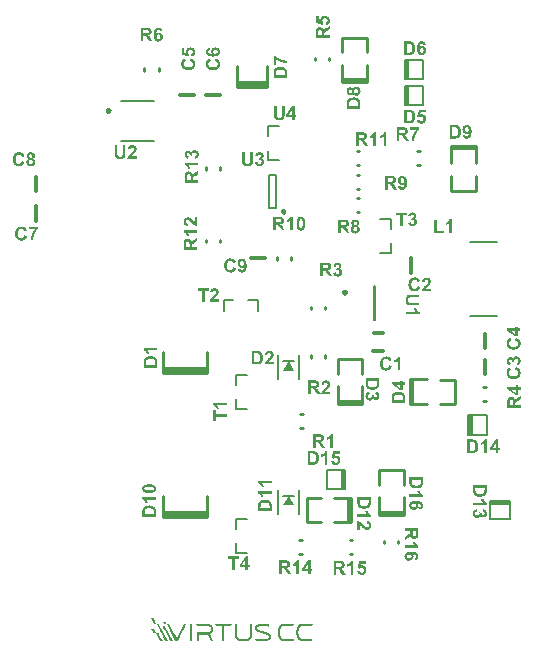
<source format=gto>
%FSTAX24Y24*%
%MOIN*%
%SFA1B1*%

%IPPOS*%
%ADD10C,0.009800*%
%ADD11C,0.010000*%
%ADD12C,0.007900*%
%ADD13C,0.006000*%
%ADD14C,0.007000*%
%ADD15C,0.006000*%
%ADD16C,0.011800*%
%ADD17R,0.079100X0.014200*%
%ADD18R,0.014200X0.079100*%
%ADD19R,0.079100X0.014200*%
%ADD20R,0.102400X0.015700*%
%ADD21R,0.157500X0.015700*%
%LNpcb_source_iot-1*%
%LPD*%
G36*
X009606Y009331D02*
X009213D01*
X009409Y009646*
X009606Y009331*
G37*
G36*
Y004841D02*
X009213D01*
X009409Y005156*
X009606Y004841*
G37*
G36*
X005311Y000947D02*
X005316Y000943D01*
Y000942*
Y000941*
X005318Y00094*
X005319Y000935*
X005327Y000921*
X005345Y000883*
X005344Y000879*
X005343Y000878*
X005267Y000879*
X005263Y000882*
X005233Y000942*
X005232Y000946*
X005234Y000948*
X00524Y000949*
X005311Y000947*
G37*
G36*
X004908Y001091D02*
X004909Y001086D01*
X005002Y000901*
X005003Y0009*
X005004Y000897*
X005011Y00088*
X00501Y000877*
X004934*
X004929Y000879*
X004825Y001086*
X004822Y001087*
X004823Y001092*
X004908Y001091*
G37*
G36*
X005095Y000875D02*
X005098Y000874D01*
X0051Y000872*
X005103Y000866*
X005381Y000309*
X00538Y000306*
X005297Y000307*
X005296Y000313*
X005293Y000319*
X005174Y000557*
X005122Y000662*
X005117Y000671*
X005116Y000674*
X005017Y000873*
X005018Y000875*
X005023Y000877*
X00503Y000875*
X005033Y000877*
X005088Y000876*
X005092Y000877*
X005095Y000875*
G37*
G36*
X008587Y000896D02*
X0086Y000895D01*
X008612Y000894*
X008623Y000892*
X008638Y000891*
X00865Y000889*
X008655Y000888*
X00866Y000887*
X00867Y000886*
X008679Y000884*
X008684Y000883*
X008704Y000879*
X008713Y000877*
X008718Y000875*
X008726Y000874*
X008731Y000872*
X008744Y000869*
X008749Y000868*
X008758Y000866*
X008766Y000864*
X008771Y000862*
X008774Y00086*
X008773Y000854*
X008746Y0008*
X008744Y000799*
X008737Y0008*
X008733Y000801*
X008724Y000803*
X008712Y000806*
X008708Y000807*
X008699Y000808*
X008694Y000811*
X008683Y000812*
X008678Y000813*
X008669Y000814*
X008665Y000816*
X008658Y000817*
X008644Y000819*
X008639Y00082*
X008634Y000821*
X008599Y000825*
X008583Y000827*
X008577Y000828*
X008506*
X008502Y000827*
X008489Y000825*
X008478Y000824*
X00845Y00082*
X008444Y000818*
X008436Y000817*
X00842Y000812*
X008415Y00081*
X008407Y000806*
X008395Y0008*
X008381Y000789*
X008372Y00078*
X008371Y000778*
X008367Y000772*
X008365Y000763*
X008362Y000757*
X008361Y00075*
X008362Y000736*
X008366Y000729*
X00837Y000721*
X008375Y000715*
X008384Y000706*
X008386Y000705*
X008389Y000702*
X008395Y000699*
X008405Y000693*
X008421Y000685*
X008423Y000684*
X008424*
X008434Y00068*
X008442Y000677*
X008446Y000675*
X008457Y000672*
X008463Y00067*
X008467Y000669*
X008473Y000667*
X008486Y000663*
X008492Y000661*
X0085Y000659*
X008506Y000657*
X008511Y000656*
X008524Y000653*
X008528Y000652*
X008538Y000649*
X008544Y000648*
X00855Y000646*
X008554Y000645*
X008562Y000643*
X008571Y000641*
X008577Y000639*
X008582Y000638*
X008588Y000637*
X008594Y000635*
X008598Y000634*
X008605Y000633*
X008608Y000632*
X008619Y000628*
X008623Y000627*
X008629Y000626*
X008634Y000624*
X008639Y000623*
X008645Y000621*
X008657Y000617*
X008662Y000616*
X008669Y000613*
X008677Y000611*
X008683Y000608*
X008696Y000604*
X008701Y000602*
X008711Y000597*
X00872Y000594*
X008752Y000578*
X008754Y000576*
X008762Y000571*
X008776Y000561*
X008777Y000559*
X008779Y000558*
X008795Y000542*
X008796Y00054*
X0088Y000537*
X008801Y000534*
X008803Y000532*
X008804Y00053*
X008808Y000523*
X008815Y000509*
X008818Y000501*
X008819Y000497*
X008821Y000488*
X008823Y000473*
X008822Y000445*
X008821Y000442*
X008819Y000432*
X008818Y000427*
X008812Y000413*
X008802Y000394*
X0088Y000391*
X008799Y000389*
X008794Y000383*
X008791Y00038*
X008789Y000379*
X008787Y000375*
X008776Y000365*
X008774Y000363*
X008771Y00036*
X008768Y000359*
X008754Y000349*
X008746Y000345*
X008732Y000338*
X008722Y000334*
X008712Y00033*
X008707Y000328*
X008702Y000327*
X008697Y000325*
X008689Y000323*
X008685Y000322*
X008673Y000319*
X008667Y000317*
X008656Y000316*
X008647Y000313*
X008622Y000311*
X008611Y00031*
X008607Y000309*
X008605Y000306*
X008471Y000307*
X008465Y00031*
X008445Y000311*
X008436Y000312*
X008426Y000313*
X008421Y000315*
X008416Y000316*
X008401Y000317*
X00839Y000321*
X00838Y000322*
X008369Y000324*
X008363Y000326*
X008359Y000327*
X008351Y000329*
X008342Y000332*
X008338Y000333*
X008332Y000334*
X008319Y000338*
X008313Y00034*
X008306Y000343*
X0083Y000344*
X008294Y000346*
X008292Y000349*
Y000351*
X008294Y000357*
X008298Y000364*
X00832Y000407*
X008327*
X00833Y000406*
X008348Y000401*
X008354Y0004*
X00836Y000398*
X008364Y000396*
X008376Y000394*
X008384Y000391*
X00839Y00039*
X008399Y000389*
X008403Y000388*
X008409Y000387*
X008417Y000385*
X008433Y000383*
X00845Y00038*
X00846Y000379*
X008473Y000378*
X008483Y000377*
X008489Y000376*
X00851Y000375*
X008574Y000374*
X008577Y000376*
X008601Y000377*
X008605Y000378*
X008632Y00038*
X008646Y000383*
X008652Y000384*
X008656Y000385*
X008663Y000387*
X008668Y000389*
X008673Y00039*
X008679Y000391*
X008684Y000394*
X008691Y000396*
X008701Y000401*
X008707Y000404*
X008715Y000409*
X008717Y000411*
X008719Y000412*
X008722Y000415*
X008724Y000416*
X008733Y000424*
X008734Y000427*
X008736Y000429*
X008737Y000431*
X008741Y000441*
X008745Y000452*
X008746Y00046*
X008745Y000477*
X008741Y000485*
X008736Y000495*
X008731Y000501*
X008729Y000502*
X008728Y000505*
X008726Y000507*
X008723Y000509*
X008719Y000513*
X008717Y000514*
X008713Y000517*
X008708Y000521*
X0087Y000525*
X008673Y000538*
X008662Y000542*
X008657Y000544*
X00865Y000546*
X008644Y000548*
X00864Y000549*
X008629Y000553*
X008625Y000554*
X008619Y000555*
X008614Y000557*
X008608Y000559*
X008601Y00056*
X008596Y000562*
X00859Y000564*
X008579Y000566*
X00857Y000569*
X008558Y000572*
X008545Y000575*
X008538Y000576*
X008534Y000577*
X008524Y00058*
X008515Y000582*
X008506Y000584*
X008499Y000586*
X008493Y000587*
X008489Y000588*
X008484Y00059*
X008479Y000591*
X008472Y000593*
X008465Y000595*
X008458Y000597*
X008454Y000598*
X008441Y000602*
X008437Y000603*
X008429Y000606*
X008423Y000608*
X008414Y000611*
X008408Y000613*
X008398Y000617*
X008394Y000618*
X008382Y000624*
X008354Y000638*
X00834Y000647*
X008334Y000652*
X00833Y000656*
X008328Y000657*
X008313Y000672*
X008312Y000674*
X008309Y000677*
X008307Y000679*
X008304Y000683*
X0083Y00069*
X008292Y000707*
X008289Y000714*
X008288Y000721*
X008287Y000726*
X008286Y000744*
X008285Y000746*
X008287Y00075*
X008288Y000772*
X008289Y000775*
X00829Y000781*
X008292Y000786*
X008295Y000793*
X0083Y000805*
X008302Y000807*
X008306Y000814*
X008314Y000824*
X008319Y00083*
X008329Y00084*
X008331Y000841*
X008333Y000844*
X008335Y000845*
X008339Y000848*
X008341Y000849*
X008349Y000855*
X008356Y000859*
X008379Y00087*
X00839Y000874*
X008395Y000875*
X008399Y000877*
X008407Y00088*
X008415Y000882*
X008428Y000885*
X008434Y000886*
X008445Y000888*
X008449Y000889*
X008455Y00089*
X008466Y000891*
X008481Y000893*
X008492Y000894*
X00852Y000896*
X008551Y000897*
X008587Y000896*
G37*
G36*
X004918Y000732D02*
X004986Y000595D01*
X004985Y000593*
X004913Y000591*
X004911*
X004904Y000595*
X004883Y000636*
X004837Y00073*
X004838Y000733*
X004915Y000734*
X004918Y000732*
G37*
G36*
X006Y000885D02*
Y000882D01*
X005995Y000872*
X005909Y000699*
X005905Y000691*
X005839Y000558*
X005755Y00039*
X005754Y000389*
X005718Y000318*
X005712Y000316*
X005703Y000317*
X005647Y000316*
X005644Y000317*
X00564Y000316*
X005634Y000318*
X00563Y000324*
X005596Y000394*
X005354Y000878*
X005351Y000884*
X005354Y000886*
X005433Y000885*
X005434Y000884*
X005473Y000806*
X005533Y000686*
X00554Y000672*
X005601Y00055*
X005608Y000535*
X005674Y000405*
X005677Y000404*
X005679Y000406*
X005688Y000424*
X005919Y000885*
X005921Y000886*
X006Y000885*
G37*
G36*
X008189D02*
X008191Y000884D01*
X00819Y000482*
X008189Y000478*
X008187Y000463*
X008185Y000452*
X008183Y000447*
X008182Y000443*
X008179Y000437*
X008177Y00043*
X008166Y000409*
X00816Y000401*
X008159Y000399*
X008157Y000397*
X008156Y000395*
X008151Y000389*
X008132Y00037*
X00813Y000369*
X008126Y000365*
X008123Y000363*
X008121Y000361*
X008119Y00036*
X008108Y000352*
X008106Y000351*
X008098Y000347*
X008069Y000333*
X008064Y000332*
X008056Y000328*
X008052Y000327*
X008047Y000325*
X008039Y000323*
X008034Y000322*
X008027Y00032*
X00802Y000317*
X008009Y000316*
X008004Y000314*
X007996Y000313*
X007977Y000311*
X007966Y00031*
X007962Y000308*
Y000306*
X007958*
X007844Y000307*
X007842Y00031*
X007823Y000311*
X007808Y000313*
X007804Y000314*
X007798Y000316*
X007791Y000317*
X007786Y000318*
X007776Y000321*
X007772Y000322*
X007765Y000323*
X007756Y000327*
X007752Y000328*
X007746Y00033*
X007741Y000332*
X007734Y000334*
X007714Y000344*
X007711Y000345*
X007705Y000349*
X007695Y000355*
X007687Y00036*
X007685Y000361*
X007683Y000363*
X007681Y000365*
X007676Y000369*
X007674Y00037*
X00767Y000374*
X007667Y000376*
X007659Y000384*
X007658Y000386*
X007652Y000393*
X00765Y000395*
X007648Y000397*
X007647Y000399*
X007645Y000401*
X007642Y000407*
X007637Y000413*
X007627Y000434*
X007626Y000439*
X007623Y000446*
X007621Y000454*
X00762Y000459*
X007619Y000466*
X007617Y000471*
X007616Y000482*
X007615Y000509*
X007616Y000885*
X007618Y000886*
X007688Y000885*
X00769Y000884*
X007691Y00048*
X007692Y000477*
X007693Y000472*
X007697Y000464*
X007705Y000448*
X007713Y000438*
X007716Y000434*
X007717Y000432*
X00772Y000429*
X007722Y000428*
X007729Y000422*
X007731Y000421*
X007733Y000418*
X007736Y000417*
X007743Y000412*
X007758Y000404*
X007765Y000401*
X007775Y000396*
X007789Y000391*
X007797Y000389*
X007802Y000387*
X007806Y000386*
X007813Y000385*
X007822Y000382*
X007833Y00038*
X007848Y000379*
X007861Y000377*
X007867Y000376*
X007899Y000375*
X007906Y000374*
X007909Y000376*
X007944Y000377*
X007948Y000378*
X007973Y00038*
X00798Y000382*
X007986Y000383*
X00799Y000384*
X007996Y000385*
X008003Y000387*
X008008Y000389*
X008012Y00039*
X008026Y000395*
X008035Y000398*
X008041Y000401*
X008047Y000403*
X008059Y00041*
X008069Y000417*
X008076Y000421*
X008077Y000423*
X00808Y000424*
X008084Y000428*
X008086Y000429*
X008089Y000433*
X008097Y000441*
X008098Y000443*
X008103Y000451*
X008109Y000463*
X008112Y000471*
X008113Y000475*
X008115Y000482*
X008116Y000488*
X008117Y000884*
X008119Y000886*
X008189Y000885*
G37*
G36*
X010219Y000891D02*
Y000887D01*
X010214Y000877*
X010184Y000819*
X010178Y000817*
X009842Y000816*
X009838Y000815*
X00983Y000813*
X009823Y00081*
X009813Y000805*
X009811Y000803*
X009803Y000799*
X009801Y000796*
X009799Y000795*
X009784Y00078*
X009783Y000778*
X00978Y000775*
X009779Y000773*
X009773Y000765*
X009768Y000755*
X009759Y000736*
X009756Y000729*
X009748Y000705*
X009746Y000697*
X009745Y000693*
X009743Y000688*
X009742Y000678*
X00974Y000665*
X009738Y00065*
X009737Y000645*
X009738Y000552*
X009739Y000549*
X009741Y000537*
X009742Y00053*
X009743Y000525*
X009745Y000515*
X009747Y000509*
X009749Y000498*
X009751Y000493*
X009756Y000479*
X00976Y000468*
X009763Y000462*
X009771Y000448*
X009778Y000437*
X009782Y00043*
X009785Y000428*
X009786Y000426*
X009799Y000413*
X009801Y000412*
X009803Y00041*
X009806Y000409*
X009808Y000406*
X009815Y000402*
X009827Y000396*
X009834Y000395*
X009838Y000393*
X009854Y000391*
X010201Y00039*
X010203Y000385*
X010202Y000318*
X010196Y000316*
X009833Y000317*
X00983Y000318*
X009822Y000321*
X009809Y000323*
X009805Y000324*
X009799Y000327*
X009792Y00033*
X00978Y000335*
X009778Y000337*
X009764Y000345*
X00976Y000348*
X009758Y000349*
X009752Y000354*
X009748Y000357*
X009732Y000373*
X009731Y000375*
X009726Y00038*
X009725Y000383*
X009723Y000385*
X009721Y000387*
X009716Y000395*
X009715Y000397*
X00971Y000404*
X009709Y000406*
X009706Y000411*
X009695Y000434*
X009687Y000456*
X009685Y000462*
X009683Y000471*
X00968Y000482*
X009679Y000486*
X009678Y000493*
X009675Y000498*
X009674Y000512*
X009673Y000517*
X009671Y000532*
X00967Y000537*
X009669Y000551*
X009668Y000582*
X009667Y000599*
X009668Y000648*
X009669Y000667*
X009672Y000689*
X009673Y000694*
X009675Y000709*
X009679Y000721*
X00968Y000729*
X009683Y000739*
X009685Y000746*
X009687Y000752*
X00969Y000758*
X009691Y000764*
X009694Y000771*
X009697Y000779*
X009709Y000802*
X009714Y00081*
X009719Y000818*
X00972Y00082*
X009725Y000826*
X009728Y00083*
X009732Y000834*
X009734Y000836*
X009738Y000841*
X009739Y000843*
X009743Y000846*
X009751Y000853*
X009753Y000855*
X009757Y000859*
X009759Y00086*
X009767Y000866*
X009769Y000867*
X009771Y000869*
X009795Y00088*
X009808Y000885*
X009814Y000886*
X009823Y000888*
X009829Y00089*
X009836Y000891*
X00987Y000892*
X009901*
X010219Y000891*
G37*
G36*
X009602D02*
X009603Y000887D01*
X0096Y000882*
X009568Y000819*
X009562Y000817*
X009485*
X009224Y000816*
X009219Y000814*
X009212Y000812*
X009206Y00081*
X009197Y000805*
X009189Y0008*
X009187Y000799*
X009185Y000796*
X009183Y000795*
X009168Y00078*
X009167Y000778*
X009163Y000775*
X009162Y000773*
X00916Y000771*
X009159Y000768*
X009151Y000756*
X00915Y000753*
X009141Y000734*
X009137Y000723*
X009136Y000719*
X009133Y000712*
X009131Y000706*
X00913Y000699*
X009129Y000696*
X009126Y000683*
X009125Y000675*
X009124Y000665*
X009123Y000662*
X009122Y000654*
X00912Y000636*
X009119Y000593*
X00912Y000582*
X009122Y000551*
X009123Y000547*
X009125Y000534*
X009127Y000523*
X009129Y000514*
X00913Y000508*
X009131Y000504*
X009133Y000496*
X009136Y000489*
X009138Y000483*
X00914Y000477*
X009143Y00047*
X009146Y000464*
X009156Y000445*
X009167Y00043*
X009169Y000428*
X00917Y000426*
X009184Y000412*
X009186Y000411*
X009188Y000409*
X00919Y000407*
X009201Y000401*
X009211Y000396*
X009216Y000395*
X009221Y000393*
X009236Y000391*
X009585Y00039*
X009586Y000385*
X009585Y000319*
X009582Y000316*
X009217Y000317*
X009213Y000318*
X009206Y000321*
X009193Y000323*
X009189Y000324*
X009183Y000327*
X009175Y00033*
X009163Y000335*
X009162Y000337*
X009147Y000345*
X009144Y000348*
X009142Y000349*
X009136Y000354*
X009132Y000357*
X009114Y000375*
X009113Y000377*
X00911Y00038*
X009108Y000383*
X009105Y000386*
X009104Y000388*
X009099Y000396*
X009097Y000398*
X009093Y000405*
X009078Y000437*
X009075Y000444*
X009073Y000449*
X009069Y000459*
X009068Y000465*
X009066Y000474*
X009063Y000479*
X009062Y000489*
X00906Y000498*
X009057Y000509*
X009056Y000518*
X009055Y000527*
X009053Y000538*
X009052Y000561*
X009051Y000581*
X00905Y000628*
X009051Y000631*
X009053Y00067*
X009055Y000681*
X009057Y000699*
X009061Y000715*
X009062Y000719*
X009064Y00073*
X009067Y000738*
X009068Y000745*
X009076Y000767*
X009078Y000772*
X009083Y000784*
X009093Y000802*
X009097Y00081*
X009103Y000818*
X009104Y00082*
X009109Y000826*
X009112Y00083*
X009114Y000832*
X009115Y000834*
X00912Y00084*
X009122Y000842*
X009123Y000844*
X009125Y000845*
X009128Y000849*
X009132Y000851*
X009134Y000853*
X009136Y000855*
X009141Y000859*
X009143Y00086*
X009151Y000866*
X009153Y000867*
X009155Y000869*
X00918Y000881*
X009186Y000883*
X009192Y000885*
X009198Y000886*
X009206Y000888*
X009212Y00089*
X00922Y000891*
X009254Y000892*
X009602Y000891*
G37*
G36*
X007516Y000884D02*
X007483Y000819D01*
X007479Y000817*
X007273Y000816*
X00727Y000813*
X007269Y000318*
X007264Y000316*
X007258Y000317*
X007254Y000316*
X007209Y000317*
X007206Y000316*
X007204Y000317*
X007202Y000316*
X007197Y000318*
X007196Y000322*
Y000441*
Y000442*
X007195Y000814*
X007193Y000816*
X007188Y000817*
X006989*
X006985Y000818*
X006981Y00082*
X006951Y000883*
X006952Y000886*
X007514*
X007516Y000884*
G37*
G36*
X006693Y000885D02*
X00671Y000884D01*
X00672Y000883*
X006729Y000882*
X006744Y00088*
X006748Y000879*
X006756Y000877*
X00676Y000875*
X006767Y000874*
X006772Y000872*
X006779Y000871*
X006784Y000869*
X006789Y000867*
X006794Y000866*
X0068Y000863*
X006807Y00086*
X006828Y000849*
X006836Y000844*
X006838Y000842*
X006848Y000835*
X006853Y000829*
X006856Y000828*
X006857Y000827*
X006858Y000824*
X006867Y000816*
X006868Y000813*
X006878Y000799*
X006885Y000785*
X006889Y000775*
X006891Y000768*
X006892Y000762*
X006896Y000749*
X006897Y000734*
X006898Y000727*
X006899Y000694*
X006898Y00069*
X006897Y000677*
X006896Y000674*
X006895Y000662*
X006893Y000658*
X00689Y000647*
X006889Y000643*
X006885Y000633*
X006884Y000629*
X006879Y000622*
X006873Y00061*
X006865Y0006*
X006863Y000598*
X006862Y000596*
X00685Y000584*
X006848Y000583*
X006843Y000579*
X006841Y000578*
X006839Y000576*
X006837Y000574*
X006835Y000572*
X006833Y000571*
X006824Y000566*
X006801Y000555*
X006794Y000552*
X006788Y00055*
X006786Y000549*
X006785Y000545*
X006897Y00032*
X006895Y000317*
X006887Y000316*
X006884Y000317*
X00688Y000316*
X006824Y000317*
X006819Y000316*
X006814Y00032*
X006812Y000321*
X00681Y000327*
X006719Y00051*
X006708Y000531*
X006706Y000533*
X006672Y000532*
X006669Y00053*
X006419Y000529*
X006417Y000527*
Y000493*
Y000491*
X006416Y000319*
X006414Y000317*
X006407Y000316*
X006404Y000317*
X006401Y000316*
X006355Y000317*
X006348Y000316*
X006345Y000317*
X006342Y000318*
Y000599*
X006344Y000601*
X006348Y000602*
X006685Y000603*
X006689Y000604*
X006708Y000606*
X006723Y000607*
X006736Y000609*
X006745Y000611*
X006756Y000613*
X006762Y000616*
X006767Y000617*
X006774Y000621*
X006791Y000629*
X006794Y000633*
X006796Y000634*
X006806Y000643*
X006807Y000645*
X006811Y000652*
X006815Y000662*
X006817Y000666*
X006819Y000672*
X006821Y00068*
X006823Y000697*
Y00072*
X006822Y000723*
X00682Y000739*
X006819Y000744*
X006817Y000753*
X006814Y00076*
X006811Y000765*
X006808Y000771*
X006803Y000777*
X006793Y000786*
X006791Y000788*
X006789Y00079*
X006765Y000801*
X006757Y000803*
X00675Y000806*
X006745Y000807*
X006733Y000809*
X006728Y00081*
X006713Y000812*
X006696Y000813*
X006667Y000814*
X006643Y000816*
X006361Y000817*
X006357Y000819*
X006327Y000879*
X006325Y000883*
X006327Y000886*
X00669*
X006693Y000885*
G37*
G36*
X006197D02*
X006199Y00088D01*
Y000694*
Y000693*
X006198Y000319*
X006196Y000317*
X006185Y000316*
X006183Y000317*
X00618Y000316*
X006139Y000317*
X006136Y000316*
X006134Y000317*
X00613Y000316*
X006125Y00032*
X006124Y000884*
X006127Y000886*
X006197Y000885*
G37*
G36*
X005303Y000801D02*
X005549Y000308D01*
X005548Y000306*
X005465Y000307*
X005464Y000312*
X005462Y000315*
X005459Y000322*
X005456Y000327*
X005418Y000405*
X005274Y000693*
X005273*
X005271Y000699*
X00522Y000801*
X005221Y000803*
X0053Y000804*
X005303Y000801*
G37*
G36*
X005075Y000587D02*
X005076Y000583D01*
X005081Y000576*
X005082Y000572*
X005085Y000566*
X005136Y000464*
X005214Y000307*
X005169Y000306*
X005168*
X00513Y000307*
X005128Y000313*
X005124Y000322*
X004992Y000587*
X004993Y00059*
X005071Y000591*
X005075Y000587*
G37*
G36*
X017066Y008783D02*
X017157D01*
Y008699*
X017066*
Y008513*
X01699*
X016701Y00871*
Y008783*
X01699*
Y008839*
X017066*
Y008783*
G37*
G36*
X017157Y008388D02*
X017058Y008322D01*
Y008321*
X017056Y00832*
X017053Y008318*
X01705Y008316*
X017045Y008313*
X017041Y00831*
X017036Y008306*
X01703Y008302*
X017019Y008294*
X017013Y00829*
X017008Y008286*
X017003Y008283*
X016999Y008279*
X016995Y008276*
X016992Y008273*
X016991*
X016989Y008271*
X016987Y008268*
X016984Y008265*
X016981Y008261*
X016978Y008256*
X016975Y008251*
X016973Y008246*
X016972Y008245*
Y008244*
Y008243*
X016971Y008241*
Y008239*
X01697Y008237*
Y008234*
X016969Y008232*
Y008228*
Y008224*
X016968Y00822*
Y008216*
Y008211*
X016967Y008205*
Y008181*
X017157*
Y00809*
X016703*
Y008289*
Y008294*
Y0083*
X016704Y008307*
Y008315*
X016705Y008323*
Y008332*
X016706Y00834*
X016708Y008358*
X01671Y008366*
X016711Y008374*
X016713Y008381*
X016715Y008388*
X016716Y008389*
X016717Y008391*
X016718Y008394*
X016719Y008396*
X016721Y008399*
X016723Y008403*
X016725Y008407*
X016728Y008411*
X016732Y008416*
X016735Y00842*
X016739Y008424*
X016743Y008429*
X016748Y008433*
X016753Y008437*
X016759Y008441*
X01676Y008442*
X016762Y008443*
X016765Y008444*
X016768Y008445*
X016771Y008447*
X016775Y008449*
X01678Y008451*
X016785Y008453*
X01679Y008455*
X016796Y008456*
X016802Y008458*
X016809Y008459*
X016816Y00846*
X016823*
X01683Y008461*
X016831*
X016833*
X016835Y00846*
X016839*
X016843*
X016848Y008459*
X016854Y008458*
X01686Y008457*
X016867Y008456*
X016874Y008454*
X01688Y008451*
X016888Y008448*
X016895Y008445*
X016902Y00844*
X016908Y008436*
X016915Y008431*
Y00843*
X016916Y008429*
X016918Y008427*
X01692Y008425*
X016923Y008422*
X016926Y008418*
X016929Y008414*
X016933Y008408*
X016936Y008402*
X016939Y008396*
X016943Y008388*
X016946Y00838*
X01695Y008371*
X016952Y008362*
X016955Y008352*
X016957Y008341*
Y008342*
X016958Y008344*
X016959Y008346*
X016961Y008348*
X016963Y008351*
X016965Y008355*
X016968Y008358*
X016974Y008366*
X01698Y008374*
X016987Y008382*
X016995Y00839*
X016996Y008391*
X016997Y008392*
X016999Y008394*
X017001Y008396*
X017004Y008398*
X017008Y0084*
X017012Y008404*
X017017Y008407*
X017022Y008411*
X017028Y008416*
X017035Y00842*
X017042Y008425*
X01705Y00843*
X017059Y008436*
X017068Y008442*
X017157Y008498*
Y008388*
G37*
G36*
X013207Y008941D02*
X013299D01*
Y008856*
X013207*
Y008671*
X013132*
X012843Y008868*
Y008941*
X013131*
Y008997*
X013207*
Y008941*
G37*
G36*
X013086Y008627D02*
X01309D01*
X013096*
X013103Y008626*
X013109*
X013117Y008625*
X013124Y008624*
X013141Y008622*
X013157Y008618*
X013165Y008616*
X013173Y008613*
X013175*
X013178Y008612*
X013181Y00861*
X013185Y008608*
X01319Y008606*
X013195Y008604*
X013201Y008601*
X013207Y008598*
X013214Y008594*
X013221Y00859*
X013227Y008586*
X013234Y008581*
X013241Y008576*
X013247Y008571*
X013253Y008565*
Y008564*
X013254*
X013255Y008562*
X013257Y008561*
X013259Y008558*
X013261Y008555*
X013264Y008552*
X013266Y008548*
X013269Y008543*
X013272Y008539*
X013275Y008533*
X013278Y008528*
X013281Y008522*
X013284Y008515*
X013287Y008508*
X013289Y008501*
Y0085*
Y008499*
X01329Y008497*
Y008495*
X013291Y008492*
X013292Y008488*
X013293Y008484*
X013294Y008479*
X013295Y008473*
X013296Y008467*
Y008461*
X013297Y008453*
X013298Y008445*
Y008437*
X013299Y008428*
Y008247*
X012845*
Y008423*
Y008428*
Y008434*
Y00844*
X012846Y008446*
Y008453*
X012847Y00846*
X012848Y008475*
X012849Y008482*
X012851Y008488*
X012852Y008495*
X012854Y008501*
Y008502*
X012855Y008504*
X012856Y008507*
X012857Y008511*
X012859Y008515*
X012861Y008519*
X012863Y008524*
X012866Y008529*
X012869Y008535*
X012873Y008541*
X012876Y008546*
X01288Y008552*
X012885Y008558*
X01289Y008564*
X012896Y008569*
X012897Y00857*
X012898Y008572*
X012901Y008574*
X012904Y008576*
X012907Y008579*
X012911Y008582*
X012916Y008585*
X012921Y008589*
X012927Y008592*
X012933Y008596*
X012939Y008599*
X012946Y008603*
X012953Y008606*
X012961Y008609*
X012969Y008612*
Y008613*
X012971*
X012973Y008614*
X012977Y008615*
X012981Y008616*
X012986Y008617*
X012992Y008619*
X012999Y00862*
X013006Y008621*
X013014Y008623*
X013023Y008624*
X013033Y008625*
X013042Y008626*
X013053Y008627*
X013064*
X013076*
X013077*
X013079*
X013082*
X013086*
G37*
G36*
X009278Y017904D02*
D01*
Y017901*
Y017896*
Y017891*
Y017885*
X009277Y017877*
Y017868*
Y01786*
X009276Y017841*
X009275Y017821*
X009274Y017812*
X009273Y017804*
X009271Y017796*
X00927Y017789*
Y017788*
X009269Y017787*
Y017785*
Y017783*
X009267Y017777*
X009264Y017769*
X00926Y01776*
X009256Y017751*
X00925Y017741*
X009242Y017732*
Y01773*
X009239Y017728*
X009235Y017724*
X009229Y017719*
X009221Y017713*
X009212Y017707*
X009201Y0177*
X009189Y017695*
X009188Y017694*
X009186*
X009183Y017693*
X00918Y017692*
X009176Y01769*
X009171Y017689*
X009166Y017688*
X009153Y017686*
X009138Y017683*
X009121Y017682*
X009102Y017681*
X009092*
X009086Y017682*
X00908*
X009073*
X009065Y017683*
X00905Y017684*
X009033Y017687*
X009017Y017691*
X00901Y017693*
X009003Y017696*
X009002*
X008998Y017698*
X008991Y017701*
X008984Y017706*
X008975Y017712*
X008966Y017719*
X008958Y017726*
X00895Y017735*
X008949Y017736*
X008947Y017739*
X008943Y017744*
X008939Y017751*
X008935Y017758*
X008931Y017766*
X008928Y017776*
X008924Y017785*
Y017786*
Y017787*
Y017789*
X008923Y017793*
X008922Y017797*
Y017802*
X008921Y017808*
X00892Y017814*
X008919Y017822*
X008918Y017831*
Y01784*
X008917Y01785*
X008916Y017862*
Y017874*
Y017887*
Y017901*
Y018144*
X009008*
Y017897*
Y017896*
Y017894*
Y017892*
Y017888*
Y017883*
Y017877*
Y017866*
Y017852*
X009009Y01784*
X00901Y017834*
Y017829*
Y017825*
X009011Y017821*
Y01782*
X009012Y017816*
X009014Y017811*
X009017Y017804*
X00902Y017797*
X009025Y01779*
X009031Y017782*
X009038Y017776*
X00904Y017775*
X009042Y017773*
X009048Y01777*
X009054Y017768*
X009063Y017764*
X009074Y017762*
X009086Y01776*
X009099Y017759*
X009106*
X009113Y01776*
X009121Y017761*
X009131Y017763*
X00914Y017766*
X00915Y01777*
X009158Y017775*
Y017776*
X009161Y017778*
X009164Y017781*
X009168Y017785*
X009172Y017791*
X009176Y017798*
X009179Y017805*
X009181Y017814*
Y017815*
X009182Y017818*
X009183Y017824*
X009184Y017832*
Y017837*
X009185Y017843*
Y01785*
Y017856*
Y017864*
X009186Y017873*
Y017882*
Y017892*
Y018144*
X009278*
Y017904*
G37*
G36*
X00961Y017857D02*
X009667D01*
Y017781*
X00961*
Y01769*
X009527*
Y017781*
X00934*
Y017856*
X009537Y018146*
X00961*
Y017857*
G37*
G36*
X008221Y016368D02*
D01*
Y016365*
Y016361*
Y016355*
Y016349*
Y016341*
Y016332*
Y016324*
X008219Y016305*
X008218Y016285*
Y016277*
X008216Y016268*
X008215Y01626*
X008214Y016253*
Y016252*
X008213*
Y01625*
X008212Y016248*
X00821Y016241*
X008208Y016233*
X008204Y016224*
X008199Y016215*
X008193Y016205*
X008186Y016196*
X008185Y016195*
X008183Y016192*
X008178Y016188*
X008172Y016183*
X008164Y016177*
X008155Y016171*
X008145Y016164*
X008133Y016159*
X008132*
X00813Y016158*
X008127Y016157*
X008124Y016156*
X00812Y016155*
X008115Y016153*
X008109*
X008097Y01615*
X008082Y016147*
X008065Y016146*
X008046Y016145*
X008035*
X008029Y016146*
X008023*
X008016Y016147*
X008009*
X007993Y016149*
X007977Y016151*
X00796Y016155*
X007953Y016157*
X007947Y01616*
X007946*
X007945*
X007941Y016162*
X007935Y016166*
X007928Y01617*
X007919Y016176*
X00791Y016183*
X007901Y016191*
X007893Y016199*
Y0162*
X00789Y016203*
X007887Y016208*
X007883Y016215*
X007879Y016222*
X007874Y016231*
X007871Y01624*
X007868Y01625*
X007867Y016252*
Y016254*
Y016257*
X007866Y016261*
X007865Y016266*
Y016272*
X007864Y016279*
X007863Y016286*
X007862Y016295*
X007861Y016304*
Y016315*
X00786Y016326*
Y016338*
X007859Y016351*
Y016365*
Y016608*
X007951*
Y016361*
Y016359*
Y016356*
Y016352*
Y016347*
Y016342*
X007952Y01633*
Y016317*
Y016304*
X007953Y016298*
Y016293*
X007954Y016289*
Y016285*
Y016284*
X007956Y016281*
X007958Y016275*
X00796Y016269*
X007964Y016262*
X007969Y016254*
X007975Y016246*
X007982Y01624*
X007983Y016239*
X007986Y016237*
X007991Y016235*
X007998Y016232*
X008007Y016229*
X008017Y016226*
X008029Y016224*
X008043Y016223*
X00805*
X008056Y016224*
X008065Y016225*
X008075Y016227*
X008084Y01623*
X008094Y016234*
X008101Y016239*
X008102Y01624*
X008105Y016242*
X008108Y016245*
X008112Y01625*
X008116Y016256*
X00812Y016262*
X008123Y016269*
X008125Y016278*
Y016279*
X008126Y016283*
Y016288*
X008128Y016296*
Y016302*
Y016307*
Y016314*
X008129Y016321*
Y016328*
X00813Y016337*
Y016346*
Y016356*
Y016608*
X008221*
Y016368*
G37*
G36*
X008452Y01661D02*
X008458Y016609D01*
X008464*
X008471Y016607*
X008479Y016605*
X008495Y016601*
X008504Y016597*
X008513Y016593*
X008521Y016588*
X008529Y016583*
X008538Y016576*
X008545Y016569*
X008546*
Y016568*
X008548Y016566*
X00855Y016563*
X008555Y016557*
X008561Y016548*
X008567Y016536*
X008572Y016523*
X008576Y016509*
Y016502*
X008577Y016494*
Y016493*
Y016491*
X008576Y016488*
Y016484*
X008575Y016479*
X008574Y016473*
X008572Y016466*
X008569Y016459*
X008565Y016452*
X008561Y016444*
X008556Y016436*
X008549Y016428*
X008542Y01642*
X008533Y016412*
X008523Y016405*
X008511Y016398*
X008512*
X008513Y016397*
X008515*
X008518Y016396*
X008525Y016394*
X008534Y01639*
X008544Y016385*
X008554Y016378*
X008565Y01637*
X008574Y01636*
X008575Y016359*
X008578Y016355*
X008581Y016349*
X008586Y01634*
X00859Y01633*
X008593Y016318*
X008596Y016305*
X008597Y01629*
Y016289*
Y016287*
Y016284*
Y01628*
X008596Y016275*
X008595Y016269*
X008593Y016262*
X008592Y016254*
X008587Y016239*
X008583Y01623*
X008579Y016221*
X008574Y016212*
X008568Y016204*
X008561Y016195*
X008553Y016187*
X008551Y016185*
X008549Y016183*
X008546Y016181*
X008541Y016178*
X008536Y016174*
X00853Y01617*
X008523Y016166*
X008516Y016162*
X008507Y016159*
X008498Y016155*
X008489Y016152*
X008479Y016149*
X008468Y016147*
X008456Y016146*
X008444Y016145*
X008439*
X008434Y016146*
X008429Y016147*
X008423*
X008416Y016149*
X008408Y01615*
X008393Y016154*
X008376Y01616*
X008366Y016164*
X008359Y016169*
X00835Y016175*
X008342Y016181*
X00834Y016183*
X008338Y016185*
X008336Y016187*
X008332Y016191*
X008329Y016195*
X008325Y0162*
X008321Y016206*
X008317Y016212*
X008313Y016219*
X008305Y016235*
X0083Y016253*
X008297Y016263*
X008296Y016273*
X00838Y016284*
Y016283*
Y016279*
X008382Y016273*
X008383Y016265*
X008387Y016258*
X00839Y016249*
X008395Y016241*
X008401Y016234*
X008402Y016233*
X008404Y016231*
X008408Y016229*
X008413Y016226*
X00842Y016223*
X008427Y01622*
X008435Y016218*
X008444*
X008445*
X008448*
X008453Y016219*
X00846Y01622*
X008467Y016223*
X008474Y016226*
X008482Y016231*
X008489Y016238*
X00849Y016239*
X008492Y016242*
X008495Y016246*
X008499Y016252*
X008502Y01626*
X008506Y01627*
X008507Y016281*
X008508Y016294*
Y016295*
Y016299*
X008507Y016305*
X008506Y016313*
X008504Y016321*
X0085Y01633*
X008496Y016338*
X00849Y016346*
X008489Y016347*
X008486Y016349*
X008483Y016353*
X008478Y016356*
X008471Y01636*
X008464Y016363*
X008456Y016365*
X008447Y016366*
X008441*
X008436Y016365*
X00843*
X008423Y016363*
X008416Y016361*
X008407Y016359*
X008416Y016429*
X008422*
X008429Y01643*
X008437Y016431*
X008445Y016433*
X008454Y016435*
X008463Y016439*
X008471Y016445*
X008474Y016448*
X008477Y016451*
X008481Y016456*
X008484Y016462*
X008487Y016469*
X008489Y016478*
X00849Y016488*
Y016489*
Y016492*
X008489Y016496*
X008488Y016501*
X008486Y016507*
X008484Y016513*
X008481Y016519*
X008476Y016525*
X008475*
X008473Y016527*
X008471Y016529*
X008466Y016532*
X008461Y016534*
X008455Y016536*
X008447Y016538*
X008439*
X008435*
X008431*
X008426Y016536*
X00842Y016534*
X008414Y016532*
X008407Y016528*
X008401Y016523*
Y016522*
X008399Y01652*
X008396Y016516*
X008393Y016511*
X008389Y016505*
X008387Y016497*
X008384Y016488*
X008382Y016477*
X008302Y01649*
Y016491*
X008303Y016492*
Y016494*
Y016498*
X008305Y016505*
X008308Y016515*
X008312Y016525*
X008316Y016536*
X008321Y016547*
X008327Y016557*
X008328Y016558*
X00833Y016561*
X008334Y016565*
X00834Y016571*
X008346Y016577*
X008354Y016584*
X008364Y01659*
X008374Y016596*
X008375*
X008376Y016597*
X00838Y016598*
X008386Y016601*
X008394Y016603*
X008404Y016606*
X008416Y016609*
X008428Y01661*
X008442*
X008448*
X008452*
G37*
G36*
X003972Y016605D02*
Y016604D01*
Y016601*
Y016597*
Y016592*
Y016585*
X003971Y016577*
Y016569*
Y01656*
X00397Y016541*
X003969Y016521*
X003968Y016513*
X003967Y016504*
X003965Y016496*
X003964Y016489*
X003963Y016488*
Y016486*
Y016484*
X003961Y016477*
X003958Y01647*
X003954Y01646*
X003949Y016451*
X003944Y016441*
X003936Y016432*
Y016431*
X003933Y016428*
X003928Y016424*
X003923Y016419*
X003915Y016413*
X003906Y016407*
X003895Y016401*
X003883Y016395*
X003882*
X00388Y016394*
X003877Y016393*
X003874Y016392*
X00387Y016391*
X003865Y016389*
X00386*
X003847Y016386*
X003832Y016384*
X003815Y016382*
X003796*
X003785*
X00378*
X003774*
X003766Y016383*
X003759Y016384*
X003744Y016385*
X003727Y016388*
X003711Y016391*
X003703Y016393*
X003697Y016396*
X003696*
Y016397*
X003692Y016399*
X003685Y016402*
X003678Y016407*
X003669Y016412*
X00366Y016419*
X003652Y016427*
X003644Y016435*
X003643Y016437*
X003641Y016439*
X003637Y016445*
X003633Y016451*
X003629Y016458*
X003625Y016467*
X003621Y016476*
X003618Y016486*
Y016487*
Y016488*
Y01649*
X003617Y016493*
X003616Y016497*
Y016502*
X003615Y016508*
X003614Y016515*
X003613Y016523*
X003612Y016531*
Y01654*
X003611Y016551*
X00361Y016562*
Y016574*
Y016588*
Y016601*
Y016844*
X003702*
Y016597*
Y016595*
Y016592*
Y016588*
Y016583*
Y016578*
Y016566*
Y016553*
X003703Y01654*
Y016534*
Y016529*
X003704Y016525*
X003705Y016521*
Y01652*
X003706Y016517*
X003708Y016512*
X003711Y016505*
X003714Y016498*
X003719Y016491*
X003725Y016483*
X003732Y016476*
X003734Y016475*
X003736Y016473*
X003742Y016471*
X003748Y016468*
X003757Y016465*
X003768Y016462*
X00378Y01646*
X003793*
X0038*
X003806*
X003815Y016462*
X003825Y016464*
X003834Y016466*
X003844Y01647*
X003852Y016475*
Y016476*
X003855Y016478*
X003858Y016481*
X003862Y016486*
X003866Y016492*
X00387Y016498*
X003873Y016506*
X003875Y016514*
Y016515*
X003876Y016519*
X003877Y016525*
X003878Y016532*
Y016538*
X003879Y016544*
Y01655*
Y016557*
Y016565*
X00388Y016573*
Y016582*
Y016592*
Y016844*
X003972*
Y016605*
G37*
G36*
X00421Y016846D02*
X004216Y016845D01*
X004222*
X00423Y016843*
X004237Y016842*
X004255Y016838*
X004272Y016831*
X004281Y016827*
X004289Y016822*
X004297Y016817*
X004304Y01681*
X004305Y016809*
X004306*
X004308Y016806*
X00431Y016803*
X004314Y0168*
X004317Y016796*
X00432Y016791*
X004324Y016785*
X004331Y016772*
X004337Y016757*
X00434Y016748*
X004341Y016739*
X004342Y016729*
X004343Y016719*
Y016718*
Y016714*
X004342Y016708*
Y016701*
X00434Y016692*
X004338Y016682*
X004336Y016672*
X004332Y016661*
X004331Y01666*
X00433Y016656*
X004327Y016651*
X004323Y016643*
X004319Y016635*
X004313Y016625*
X004306Y016615*
X004297Y016603*
X004294Y016599*
X00429Y016595*
X004284Y016588*
X004276Y01658*
X004266Y01657*
X004255Y016559*
X00424Y016545*
X004239Y016544*
X004238*
X004236Y016542*
X004234Y016539*
X004226Y016532*
X004218Y016525*
X004209Y016516*
X004201Y016508*
X004193Y0165*
X00419Y016497*
X004188Y016494*
X004187*
X004186Y016492*
X004184Y01649*
X004181Y016487*
X004175Y016479*
X00417Y016471*
X004343*
Y01639*
X004038*
Y016391*
Y016392*
X004039Y016395*
Y016398*
X00404Y016402*
X004041Y016407*
X004043Y016418*
X004047Y016431*
X004052Y016446*
X004059Y016462*
X004068Y016477*
X004069Y016479*
X00407Y016481*
X004073Y016484*
X004075Y016489*
X004079Y016493*
X004084Y016499*
X004089Y016506*
X004095Y016513*
X004102Y016521*
X00411Y016531*
X004119Y01654*
X004129Y01655*
X00414Y016561*
X004152Y016573*
X004165Y016586*
X004166*
X004168Y016588*
X004171Y016591*
X004174Y016595*
X00418Y016599*
X004185Y016604*
X004197Y016616*
X004209Y016628*
X00422Y016641*
X004226Y016646*
X004231Y016652*
X004235Y016656*
X004237Y01666*
X004238Y016662*
X00424Y016665*
X004243Y01667*
X004247Y016677*
X00425Y016685*
X004253Y016695*
X004255Y016704*
X004256Y016714*
Y016715*
Y016718*
X004255Y016724*
X004254Y016731*
X004252Y016738*
X004249Y016745*
X004245Y016752*
X00424Y016759*
X004239*
X004237Y016761*
X004234Y016764*
X004229Y016767*
X004222Y016769*
X004215Y016772*
X004207Y016774*
X004197Y016775*
X004192*
X004187Y016774*
X004181Y016773*
X004174Y016771*
X004167Y016767*
X004159Y016763*
X004153Y016758*
X004152*
X00415Y016755*
X004148Y016751*
X004145Y016745*
X004142Y016738*
X004139Y016728*
X004136Y016717*
X004135Y016704*
X004049Y016712*
Y016713*
Y016716*
Y016719*
X004051Y016724*
Y01673*
X004053Y016737*
X004055Y016744*
X004057Y016752*
X004064Y016769*
X004072Y016786*
X004077Y016794*
X004083Y016802*
X004089Y016809*
X004096Y016815*
X004097Y016816*
X004098Y016817*
X0041Y016818*
X004104Y01682*
X004108Y016822*
X004113Y016825*
X004118Y016828*
X004125Y016831*
X004132Y016834*
X00414Y016837*
X004157Y016842*
X004177Y016845*
X004188Y016846*
X004199Y016847*
X004205*
X00421Y016846*
G37*
G36*
X013773Y011775D02*
X013527D01*
X013526*
X013524*
X013521*
X013517*
X013512*
X013507*
X013495Y011774*
X013482*
X01347Y011773*
X013464*
X013458*
X013454Y011772*
X01345Y011771*
X013449*
X013446Y01177*
X013441Y011768*
X013434Y011765*
X013427Y011762*
X01342Y011757*
X013412Y011751*
X013405Y011744*
Y011742*
X013403Y01174*
X0134Y011735*
X013397Y011728*
X013394Y011719*
X013391Y011708*
X013389Y011696*
Y011683*
Y011676*
Y01167*
X013391Y011661*
X013393Y011651*
X013395Y011642*
X013399Y011632*
X013405Y011624*
X013407Y011621*
X01341Y011618*
X013415Y011614*
X013421Y01161*
X013428Y011606*
X013435Y011603*
X013443Y011601*
X013445*
X013448Y0116*
X013454Y011599*
X013462Y011598*
X013467*
X013473Y011597*
X013479*
X013486*
X013494*
X013502Y011596*
X013511*
X013521*
X013773*
Y011504*
X013534*
X013533*
X013531*
X013526*
X013521*
X013514*
X013506Y011505*
X013498*
X013489*
X01347Y011506*
X01345Y011508*
X013442*
X013433Y01151*
X013426Y011511*
X013418Y011512*
X013417Y011513*
X013415*
X013413*
X013407Y011515*
X013399Y011518*
X013389Y011522*
X01338Y011527*
X01337Y011532*
X013361Y01154*
X01336*
X013357Y011543*
X013353Y011548*
X013348Y011553*
X013342Y011561*
X013336Y011571*
X01333Y011581*
X013325Y011593*
X013324Y011594*
X013323Y011596*
Y011599*
X013321Y011602*
X01332Y011606*
X013319Y011611*
X013318Y011616*
X013315Y011629*
X013313Y011644*
X013311Y011661*
Y01168*
Y011691*
Y011696*
Y011702*
X013312Y01171*
X013313Y011717*
X013314Y011733*
X013317Y011749*
X013321Y011765*
X013323Y011773*
X013325Y011779*
Y01178*
X013326*
X013328Y011784*
X013331Y011791*
X013336Y011798*
X013342Y011807*
X013348Y011816*
X013356Y011824*
X013365Y011832*
X013366Y011833*
X013368Y011836*
X013374Y011839*
X01338Y011843*
X013388Y011847*
X013396Y011851*
X013405Y011855*
X013415Y011858*
X013416*
X013417Y011859*
X013419*
X013422*
X013426Y01186*
X013431*
X013437Y011861*
X013444Y011862*
X013452Y011863*
X01346Y011864*
X01347*
X01348Y011865*
X013491Y011866*
X013504*
X013517*
X013531*
X013773*
Y011775*
G37*
G36*
X013661Y011403D02*
X013662D01*
Y011401*
X013663Y011398*
X013666Y011391*
X01367Y011382*
X013675Y011371*
X013683Y011359*
X013692Y011345*
X013702Y01133*
X013703*
X013704Y011328*
X013706Y011327*
X013708Y011324*
X013715Y011317*
X013723Y011309*
X013734Y0113*
X013747Y01129*
X013761Y011282*
X013776Y011275*
Y011204*
X013319*
Y011292*
X013648*
X013647*
X013646Y011294*
X013644Y011296*
X013641Y0113*
X013637Y011305*
X013633Y01131*
X013628Y011317*
X013623Y011324*
X013618Y011332*
X013613Y01134*
X013607Y011349*
X013601Y011359*
X013592Y01138*
X013582Y011404*
X013661*
Y011403*
G37*
G36*
X008055Y002853D02*
X008112D01*
Y002777*
X008055*
Y002685*
X007971*
Y002777*
X007785*
Y002852*
X007982Y003141*
X008055*
Y002853*
G37*
G36*
X00776Y003063D02*
X007626D01*
Y002685*
X007535*
Y003063*
X0074*
Y003139*
X00776*
Y003063*
G37*
G36*
X013551Y014602D02*
X013557Y014601D01*
X013563*
X01357Y014599*
X013577Y014597*
X013593Y014593*
X013602Y01459*
X013611Y014585*
X01362Y01458*
X013628Y014575*
X013636Y014569*
X013643Y014561*
X013644*
X013645Y01456*
X013647Y014558*
X013649Y014555*
X013654Y014549*
X01366Y01454*
X013666Y014528*
X01367Y014515*
X013674Y014501*
X013675Y014494*
Y014486*
Y014485*
Y014483*
Y01448*
X013674Y014476*
X013673Y014471*
X013672Y014465*
X01367Y014458*
X013668Y014451*
X013664Y014444*
X01366Y014436*
X013654Y014428*
X013648Y01442*
X01364Y014412*
X013631Y014405*
X013622Y014397*
X01361Y01439*
X013611*
X013612Y014389*
X013614*
X013616Y014388*
X013624Y014386*
X013632Y014382*
X013642Y014377*
X013652Y01437*
X013663Y014362*
X013672Y014352*
X013673Y014351*
X013676Y014347*
X013679Y014341*
X013684Y014332*
X013689Y014323*
X013692Y01431*
X013694Y014297*
X013696Y014282*
Y014281*
Y014279*
Y014276*
X013695Y014272*
X013694Y014267*
X013693Y014261*
X013692Y014254*
X013691Y014246*
X013685Y014231*
X013681Y014222*
X013677Y014213*
X013672Y014204*
X013666Y014196*
X01366Y014187*
X013652Y01418*
X013651Y014179*
X01365Y014178*
X013647Y014176*
X013644Y014173*
X013639Y01417*
X013635Y014166*
X013628Y014162*
X013622Y014159*
X013614Y014155*
X013606Y014151*
X013597Y014147*
X013588Y014144*
X013577Y014141*
X013567Y014139*
X013555Y014138*
X013543*
X013537*
X013532*
X013527Y014139*
X013521*
X013515Y014141*
X013507Y014142*
X013491Y014146*
X013474Y014153*
X013465Y014157*
X013457Y014161*
X013448Y014167*
X013441Y014173*
X01344Y014174*
X013439Y014175*
X013437Y014177*
X013434Y01418*
X013431Y014183*
X013427Y014187*
X013424Y014192*
X01342Y014198*
X013416Y014204*
X013411Y014211*
X013404Y014227*
X013398Y014245*
X013395Y014255*
X013394Y014265*
X013478Y014276*
Y014275*
X013479Y014271*
X01348Y014265*
X013482Y014258*
X013485Y01425*
X013488Y014241*
X013494Y014233*
X0135Y014226*
Y014225*
X013503Y014223*
X013507Y014221*
X013511Y014218*
X013518Y014215*
X013525Y014212*
X013533Y01421*
X013542*
X013544*
X013547*
X013551Y014211*
X013558Y014212*
X013565Y014215*
X013572Y014218*
X01358Y014223*
X013588Y01423*
Y014231*
X013591Y014234*
X013593Y014239*
X013597Y014244*
X013601Y014252*
X013604Y014262*
X013606Y014273*
X013607Y014286*
Y014287*
Y014291*
X013606Y014297*
X013605Y014305*
X013602Y014313*
X013599Y014322*
X013594Y01433*
X013588Y014338*
Y014339*
X013585Y014342*
X013581Y014345*
X013576Y014348*
X01357Y014352*
X013563Y014355*
X013555Y014357*
X013546Y014358*
X013539*
X013534Y014357*
X013528*
X013521Y014355*
X013514Y014353*
X013506Y014351*
X013515Y014422*
X013521*
X013527*
X013535Y014423*
X013544Y014425*
X013553Y014427*
X013561Y014431*
X013569Y014437*
X01357*
X013572Y01444*
X013575Y014443*
X013579Y014448*
X013582Y014454*
X013586Y014462*
X013588Y01447*
Y01448*
Y014481*
Y014484*
Y014488*
X013586Y014493*
X013585Y014499*
X013582Y014505*
X013579Y014511*
X013574Y014517*
X013572Y014519*
X013569Y014521*
X013565Y014524*
X013559Y014526*
X013553Y014528*
X013546Y01453*
X013538*
X013534*
X01353*
X013525Y014528*
X013519Y014527*
X013512Y014524*
X013506Y01452*
X0135Y014515*
X013499Y014514*
X013497Y014512*
X013494Y014508*
X013491Y014503*
X013488Y014497*
X013485Y014489*
X013483Y01448*
X013481Y014469*
X013401Y014483*
Y014485*
Y014487*
X013402Y01449*
X013404Y014497*
X013406Y014507*
X01341Y014517*
X013414Y014528*
X01342Y014539*
X013426Y014549*
Y01455*
X013429Y014553*
X013433Y014557*
X013438Y014563*
X013445Y014569*
X013452Y014576*
X013462Y014582*
X013473Y014588*
X013474Y014589*
X013478Y01459*
X013485Y014593*
X013492Y014595*
X013502Y014598*
X013514Y014601*
X013527Y014602*
X01354Y014603*
X013546*
X013551Y014602*
G37*
G36*
X013357Y014523D02*
X013223D01*
Y014146*
X013132*
Y014523*
X012997*
Y0146*
X013357*
Y014523*
G37*
G36*
X006946Y012078D02*
X006952Y012077D01*
X006959*
X006966Y012075*
X006974Y012074*
X006991Y012069*
X007008Y012063*
X007017Y012059*
X007025Y012054*
X007033Y012049*
X007041Y012042*
Y012041*
X007043*
X007044Y012038*
X007047Y012035*
X00705Y012032*
X007053Y012028*
X007056Y012023*
X00706Y012017*
X007067Y012004*
X007073Y011989*
X007076Y01198*
X007077Y011971*
X007079Y011961*
Y011951*
Y01195*
Y011946*
Y01194*
X007078Y011933*
X007077Y011924*
X007075Y011914*
X007072Y011904*
X007068Y011893*
X007067Y011892*
X007066Y011888*
X007064Y011883*
X00706Y011875*
X007055Y011867*
X007049Y011857*
X007042Y011846*
X007033Y011835*
X00703Y011831*
X007026Y011827*
X00702Y01182*
X007012Y011812*
X007003Y011802*
X006991Y011791*
X006976Y011777*
Y011776*
X006974*
X006972Y011774*
X00697Y011771*
X006963Y011764*
X006954Y011757*
X006945Y011748*
X006937Y01174*
X006929Y011732*
X006926Y011729*
X006924Y011726*
X006923*
X006922Y011724*
X00692Y011722*
X006917Y011719*
X006911Y011711*
X006906Y011703*
X007079*
Y011622*
X006774*
Y011623*
Y011624*
X006775Y011627*
X006776Y01163*
Y011634*
X006777Y011639*
X00678Y01165*
X006783Y011663*
X006789Y011678*
X006795Y011694*
X006804Y011709*
X006805Y011711*
X006806Y011713*
X006809Y011716*
X006812Y011721*
X006816Y011725*
X00682Y011731*
X006825Y011738*
X006831Y011745*
X006839Y011753*
X006846Y011762*
X006856Y011772*
X006865Y011782*
X006877Y011793*
X006888Y011805*
X006902Y011818*
X006904Y01182*
X006907Y011823*
X006911Y011827*
X006916Y011831*
X006921Y011836*
X006933Y011848*
X006945Y01186*
X006957Y011873*
X006962Y011878*
X006967Y011884*
X006971Y011888*
X006974Y011892*
Y011894*
X006976Y011897*
X00698Y011902*
X006983Y011909*
X006986Y011917*
X006989Y011926*
X006991Y011936*
X006992Y011946*
Y011947*
Y01195*
X006991Y011956*
X00699Y011963*
X006988Y01197*
X006985Y011977*
X006982Y011984*
X006976Y011991*
X006974Y011993*
X00697Y011996*
X006965Y011999*
X006959Y012001*
X006951Y012004*
X006943Y012006*
X006933Y012007*
X006928*
X006923Y012006*
X006917Y012005*
X00691Y012003*
X006903Y011999*
X006896Y011995*
X006889Y01199*
X006888Y011989*
X006886Y011987*
X006884Y011983*
X006881Y011977*
X006878Y01197*
X006875Y01196*
X006873Y011949*
X006871Y011936*
X006785Y011944*
Y011945*
Y011947*
Y011951*
X006787Y011956*
Y011962*
X006789Y011968*
X006791Y011976*
X006793Y011984*
X0068Y012001*
X006808Y012018*
X006813Y012026*
X006819Y012034*
X006825Y012041*
X006833Y012047*
Y012048*
X006835Y012049*
X006837Y01205*
X00684Y012052*
X006844Y012054*
X006849Y012057*
X006854Y01206*
X006861Y012063*
X006868Y012066*
X006876Y012069*
X006893Y012074*
X006913Y012077*
X006924Y012078*
X006935Y012079*
X006942*
X006946Y012078*
G37*
G36*
X006745Y011999D02*
X006612D01*
Y011622*
X00652*
Y011999*
X006385*
Y012076*
X006745*
Y011999*
G37*
G36*
X007354Y008177D02*
X007026D01*
Y008176*
X007028Y008175*
X00703Y008172*
X007033Y008168*
X007037Y008164*
X007041Y008158*
X007045Y008152*
X007051Y008145*
X007056Y008137*
X007061Y008128*
X007067Y008119*
X007072Y008109*
X007082Y008088*
X007091Y008065*
X007013*
X007012Y008066*
X007011Y008068*
Y008071*
X007007Y008077*
X007003Y008086*
X006998Y008097*
X006991Y00811*
X006982Y008124*
X006971Y008138*
Y008139*
X00697Y00814*
X006968Y008142*
X006965Y008145*
X006959Y008152*
X00695Y00816*
X00694Y008169*
X006927Y008178*
X006913Y008187*
X006898Y008193*
Y008264*
X007354*
Y008177*
G37*
G36*
X006977Y007868D02*
X007354D01*
Y007776*
X006977*
Y007641*
X0069*
Y008002*
X006977*
Y007868*
G37*
G36*
X010141Y002719D02*
X010197D01*
Y002643*
X010141*
Y002551*
X010057*
Y002643*
X00987*
Y002718*
X010067Y003007*
X010141*
Y002719*
G37*
G36*
X009755Y002551D02*
X009668D01*
Y00288*
X009667Y002879*
X009666Y002878*
X009663Y002876*
X009659Y002873*
X009655Y002869*
X009649Y002865*
X009643Y00286*
X009635Y002855*
X009628Y00285*
X009619Y002845*
X00961Y002839*
X0096Y002833*
X009579Y002824*
X009555Y002814*
Y002893*
X009556*
X009557Y002894*
X009559*
X009561Y002895*
X009568Y002898*
X009577Y002902*
X009588Y002908*
X009601Y002915*
X009615Y002924*
X009629Y002934*
X00963Y002935*
X009631Y002936*
X009633Y002938*
X009635Y00294*
X009643Y002947*
X009651Y002955*
X00966Y002966*
X009669Y002979*
X009677Y002993*
X009684Y003008*
X009755*
Y002551*
G37*
G36*
X009305Y003005D02*
X009312D01*
X009319Y003004*
X009328*
X009345Y003002*
X009363Y003*
X009379Y002997*
X009386Y002995*
X009393Y002993*
X009394Y002992*
X009398Y00299*
X009404Y002987*
X009412Y002983*
X00942Y002976*
X009429Y002969*
X009437Y00296*
X009445Y002949*
Y002948*
X009446*
X009447Y002946*
X009449Y002944*
X009452Y002937*
X009456Y002929*
X009459Y002918*
X009462Y002906*
X009465Y002892*
X009466Y002878*
Y002877*
Y002876*
Y002873*
X009465Y002869*
Y002865*
X009464Y00286*
X009462Y002848*
X009458Y002835*
X009453Y002821*
X009445Y002806*
X009441Y0028*
X009435Y002793*
X009434Y002792*
X009432Y00279*
X00943Y002788*
X009427Y002786*
X009423Y002782*
X009418Y002779*
X009413Y002776*
X009407Y002772*
X0094Y002768*
X009393Y002765*
X009385Y002762*
X009376Y002759*
X009367Y002756*
X009357Y002753*
X009346Y002751*
X009347*
X009351Y002748*
X009356Y002745*
X009363Y00274*
X00937Y002734*
X009378Y002728*
X009387Y002721*
X009394Y002713*
X009395*
X009398Y002709*
X009402Y002704*
X009408Y002696*
X009416Y002686*
X00942Y00268*
X009424Y002673*
X00943Y002666*
X009435Y002658*
X009441Y002649*
X009447Y00264*
X009502Y002551*
X009392*
X009327Y00265*
X009326*
X009325Y002652*
X009323Y002655*
X009321Y002658*
X009318Y002662*
X009315Y002667*
X009308Y002678*
X009299Y00269*
X009291Y0027*
X009284Y00271*
X009281Y002713*
X009278Y002717*
X009277*
X009276Y002719*
X009273Y002721*
X00927Y002725*
X009266Y002727*
X009261Y00273*
X009256Y002733*
X00925Y002736*
X009248*
X009245Y002738*
X009239*
X009233Y00274*
X009225*
X009216Y002741*
X009186*
Y002551*
X009094*
Y003005*
X009299*
X009305*
G37*
G36*
X013734Y003886D02*
X013733Y00388D01*
Y003873*
Y003866*
Y003857*
X013731Y00384*
X013729Y003822*
X013725Y003806*
X013723Y003799*
X013721Y003792*
Y003791*
X013719Y003787*
X013715Y003781*
X013712Y003773*
X013705Y003765*
X013698Y003756*
X013689Y003748*
X013677Y00374*
X013676Y003739*
X013674Y003738*
X013672Y003737*
X013666Y003733*
X013657Y003729*
X013647Y003726*
X013635Y003723*
X013621Y00372*
X013607Y003719*
X013606*
X013605*
X013601*
X013598Y00372*
X013593*
X013589Y003721*
X013577Y003723*
X013563Y003727*
X01355Y003732*
X013535Y00374*
X013529Y003744*
X013522Y00375*
X013521*
Y003751*
X013519Y003753*
X013517Y003756*
X013514Y003758*
X013511Y003762*
X013508Y003767*
X013504Y003772*
X0135Y003778*
X013497Y003785*
X013494Y003792*
X01349Y0038*
X013487Y003809*
X013485Y003819*
X013482Y003828*
X01348Y003839*
X013479Y003838*
X013477Y003834*
X013473Y003829*
X013469Y003822*
X013463Y003815*
X013457Y003807*
X01345Y003798*
X013442Y003791*
X013441Y00379*
X013438Y003787*
X013433Y003783*
X013425Y003777*
X013415Y003769*
X013408Y003765*
X013402Y003761*
X013395Y003756*
X013387Y00375*
X013378Y003744*
X013368Y003738*
X01328Y003683*
Y003793*
X013378Y003859*
X013379*
X013381Y00386*
X013384Y003862*
X013387Y003864*
X013391Y003867*
X013396Y00387*
X013407Y003878*
X013418Y003886*
X013429Y003894*
X013439Y003901*
X013442Y003904*
X013445Y003907*
X013446Y003908*
X013447Y003909*
X01345Y003912*
X013453Y003915*
X013456Y00392*
X013459Y003924*
X013462Y003929*
X013464Y003935*
X013465Y003937*
X013466Y003941*
X013467Y003946*
X013468Y003952*
X013469Y00396*
X01347Y003969*
Y003999*
X01328*
Y004091*
X013734*
Y003886*
G37*
G36*
X013622Y003629D02*
Y003628D01*
X013623Y003626*
X013624Y003624*
X013627Y003617*
X013631Y003608*
X013636Y003597*
X013643Y003584*
X013653Y003571*
X013663Y003556*
X013664Y003555*
Y003554*
X013666Y003552*
X013669Y00355*
X013675Y003542*
X013684Y003534*
X013695Y003525*
X013708Y003516*
X013721Y003508*
X013736Y003501*
Y00343*
X01328*
Y003517*
X013609*
X013608Y003518*
X013607Y003519*
X013605Y003522*
X013601Y003526*
X013597Y003531*
X013593Y003536*
X013589Y003542*
X013584Y00355*
X013578Y003557*
X013573Y003566*
X013567Y003575*
X013562Y003585*
X013552Y003606*
X013543Y00363*
X013622*
Y003629*
G37*
G36*
X013521Y003299D02*
X013531Y003298D01*
X013543Y003297*
X013556Y003296*
X01357Y003294*
X013584Y003292*
X013599Y003288*
X013614Y003285*
X01363Y00328*
X013643Y003275*
X013657Y003269*
X01367Y003262*
X013681Y003254*
Y003253*
X013683Y003252*
X013686Y003249*
X013689Y003245*
X013694Y003241*
X013698Y003235*
X013704Y003229*
X013709Y003222*
X013714Y003213*
X013719Y003204*
X013723Y003194*
X013728Y003183*
X013731Y003172*
X013734Y00316*
X013736Y003147*
Y003134*
Y003128*
Y003125*
Y003121*
X013735Y003115*
X013733Y003103*
X013729Y00309*
X013724Y003076*
X013717Y003061*
X013712Y003055*
X013707Y003048*
X013706Y003047*
X013704Y003045*
X013702Y003043*
X013698Y00304*
X013695Y003037*
X013686Y00303*
X013674Y003023*
X013659Y003016*
X013643Y003009*
X013623Y003004*
X013614Y003088*
X013615*
X013618Y003089*
X013622Y00309*
X013628Y003092*
X013634Y003094*
X013641Y003097*
X013647Y0031*
X013652Y003105*
X013653*
X013654Y003107*
X013656Y00311*
X013658Y003114*
X01366Y003119*
X013662Y003124*
X013664Y003132*
Y003139*
Y00314*
Y003143*
X013663Y003149*
X013661Y003155*
X013658Y003162*
X013654Y00317*
X013648Y003178*
X013639Y003185*
X013638Y003186*
X013637Y003187*
X013634Y003189*
X013632Y00319*
X013628Y003192*
X013623Y003193*
X013617Y003195*
X013611Y003198*
X013603Y0032*
X013595Y003202*
X013586Y003204*
X013575Y003206*
X013563Y003207*
X01355Y003208*
X013536Y00321*
X013537Y003209*
X013538Y003208*
X01354Y003206*
X013542Y003204*
X013546Y003201*
X013549Y003197*
X013556Y003187*
X013563Y003176*
X013569Y003162*
X013572Y003154*
X013573Y003146*
X013574Y003138*
X013575Y003128*
Y003123*
X013574Y003119*
Y003115*
X013573Y003109*
X013572Y003103*
X01357Y003096*
X013565Y003082*
X013561Y003074*
X013557Y003066*
X013553Y003058*
X013547Y00305*
X01354Y003042*
X013533Y003035*
X013532*
X013531Y003033*
X013529Y003031*
X013526Y003029*
X013521Y003026*
X013517Y003023*
X013511Y003019*
X013504Y003016*
X013497Y003012*
X013489Y003008*
X01348Y003005*
X01347Y003002*
X01346Y003*
X013449Y002998*
X013438Y002997*
X013426Y002996*
X013425*
X013422*
X013419*
X013414Y002997*
X013408*
X013401Y002998*
X013393Y002999*
X013386Y003001*
X013367Y003006*
X013358Y003009*
X013349Y003014*
X01334Y003018*
X01333Y003023*
X013321Y00303*
X013313Y003037*
Y003038*
X013311Y003039*
X013309Y003041*
X013307Y003044*
X013304Y003048*
X0133Y003054*
X013296Y003059*
X013292Y003065*
X013288Y003073*
X013285Y003081*
X013281Y003089*
X013278Y003099*
X013275Y003109*
X013273Y003119*
X013272Y00313*
X013271Y003142*
Y003145*
X013272Y003149*
Y003153*
X013273Y003159*
X013274Y003166*
X013276Y003174*
X013278Y003182*
X013281Y003191*
X013285Y0032*
X013288Y00321*
X013294Y003219*
X0133Y003229*
X013307Y003238*
X013315Y003247*
X013325Y003256*
X013327Y003258*
X01333Y00326*
X013335Y003262*
X013341Y003266*
X013348Y003269*
X013357Y003273*
X013367Y003277*
X013378Y003282*
X013391Y003286*
X013405Y003289*
X013422Y003292*
X013439Y003296*
X013458Y003298*
X013478Y003299*
X0135Y0033*
X013501*
X013502*
X013504*
X013506*
X013512*
X013521Y003299*
G37*
G36*
X011985Y002899D02*
X011821D01*
X011807Y002821*
X011808*
Y002822*
X011812Y002824*
X011818Y002826*
X011825Y002829*
X011835Y002832*
X011844Y002834*
X011856Y002836*
X011867*
X011873*
X011877*
X011881Y002835*
X011887Y002834*
X011894Y002833*
X011901Y002831*
X011916Y002826*
X011924Y002822*
X011932Y002819*
X011941Y002813*
X011949Y002807*
X011957Y002801*
X011965Y002794*
X011966Y002793*
X011967Y002792*
X011969Y002789*
X011972Y002786*
X011974Y002782*
X011978Y002777*
X011981Y002771*
X011985Y002764*
X011989Y002757*
X011993Y002748*
X011997Y002739*
X011999Y00273*
X012002Y00272*
X012004Y002708*
X012005Y002697*
X012006Y002684*
Y002683*
Y002681*
Y002679*
X012005Y002675*
Y00267*
X012004Y002664*
X012003Y002657*
X012002Y002651*
X011998Y002635*
X011992Y002618*
X011988Y002609*
X011984Y0026*
X011979Y002592*
X011973Y002583*
X011972Y002582*
X011971Y00258*
X011968Y002578*
X011965Y002574*
X011961Y002569*
X011955Y002564*
X011948Y002559*
X011941Y002554*
X011932Y002548*
X011923Y002542*
X011913Y002537*
X011902Y002533*
X01189Y002529*
X011878Y002526*
X011864Y002524*
X01185Y002523*
X011844*
X011839Y002524*
X011834Y002525*
X011827*
X011821Y002526*
X011813Y002527*
X011797Y002531*
X011779Y002538*
X011771Y002541*
X011762Y002546*
X011755Y002551*
X011747Y002557*
X011746*
X011745Y002558*
X011743Y00256*
X01174Y002563*
X011737Y002567*
X011734Y002571*
X01173Y002575*
X011726Y00258*
X011722Y002587*
X011718Y002594*
X011711Y002609*
X011704Y002627*
X011702Y002637*
X0117Y002647*
X011787Y002657*
Y002655*
Y002652*
X011789Y002646*
X011791Y002639*
X011793Y002632*
X011797Y002624*
X011802Y002617*
X011808Y00261*
X011809Y002609*
X011812Y002607*
X011816Y002605*
X011821Y002601*
X011827Y002598*
X011834Y002596*
X011842Y002594*
X011851Y002593*
X011852*
X011856Y002594*
X011861*
X011867Y002596*
X011875Y002598*
X011882Y002602*
X01189Y002608*
X011898Y002615*
Y002617*
X011901Y002619*
X011903Y002624*
X011907Y002632*
X011911Y002641*
X011914Y002653*
X011916Y002666*
X011917Y002682*
Y002683*
Y002684*
Y002686*
Y002689*
X011916Y002697*
X011914Y002706*
X011912Y002716*
X011909Y002727*
X011904Y002737*
X011898Y002745*
X011897Y002746*
X011894Y002748*
X01189Y002752*
X011884Y002756*
X011877Y00276*
X011869Y002763*
X011859Y002766*
X011848Y002767*
X011844*
X011842Y002766*
X011835Y002765*
X011826Y002763*
X011816Y002759*
X011804Y002753*
X011798Y002749*
X011793Y002744*
X011787Y002739*
X011781Y002733*
X011711Y002743*
X011755Y00298*
X011985*
Y002899*
G37*
G36*
X011568Y002532D02*
X011481D01*
Y002861*
X01148Y00286*
X011479Y002859*
X011476Y002857*
X011472Y002853*
X011468Y002849*
X011463Y002845*
X011456Y002841*
X011449Y002836*
X011441Y00283*
X011432Y002825*
X011423Y002819*
X011413Y002814*
X011392Y002804*
X011369Y002795*
Y002874*
X01137*
X011372Y002875*
X011375Y002876*
X011381Y002879*
X01139Y002883*
X011402Y002888*
X011414Y002895*
X011428Y002904*
X011442Y002915*
X011443Y002916*
X011444*
X011446Y002918*
X011449Y002921*
X011456Y002927*
X011464Y002936*
X011473Y002946*
X011482Y00296*
X011491Y002973*
X011497Y002988*
X011568*
Y002532*
G37*
G36*
X011118Y002985D02*
X011125D01*
X011133*
X011141*
X011158Y002983*
X011176Y002981*
X011192Y002977*
X0112Y002975*
X011206Y002973*
X011207*
X011211Y002971*
X011217Y002967*
X011225Y002964*
X011234Y002957*
X011242Y00295*
X011251Y002941*
X011259Y002929*
Y002928*
X011261Y002926*
X011262Y002924*
X011265Y002918*
X011269Y002909*
X011272Y002899*
X011276Y002887*
X011278Y002873*
X011279Y002859*
Y002858*
Y002857*
Y002853*
X011278Y00285*
Y002845*
Y002841*
X011275Y002829*
X011272Y002815*
X011266Y002801*
X011259Y002787*
X011254Y002781*
X011249Y002774*
X011248Y002773*
X011247*
X011245Y002771*
X011243Y002769*
X01124Y002766*
X011236Y002763*
X011232Y00276*
X011226Y002756*
X011221Y002752*
X011213Y002749*
X011206Y002746*
X011198Y002742*
X011189Y002739*
X01118Y002737*
X01117Y002734*
X011159Y002732*
X01116*
Y002731*
X011164Y002729*
X011169Y002725*
X011176Y002721*
X011184Y002715*
X011192Y002709*
X0112Y002702*
X011207Y002694*
X011208Y002693*
X011211Y00269*
X011215Y002685*
X011221Y002677*
X011229Y002667*
X011233Y00266*
X011238Y002654*
X011243Y002647*
X011248Y002639*
X011254Y00263*
X01126Y00262*
X011316Y002532*
X011205*
X01114Y00263*
X011139Y002631*
Y002633*
X011137Y002636*
X011134Y002639*
X011131Y002643*
X011128Y002648*
X011121Y002658*
X011112Y00267*
X011104Y002681*
X011097Y002691*
X011094Y002694*
X011091Y002697*
Y002698*
X011089Y002699*
X011087Y002702*
X011083Y002705*
X011079Y002708*
X011074Y002711*
X011069Y002714*
X011064Y002716*
X011063*
X011061Y002717*
X011058Y002718*
X011053Y002719*
X011046Y00272*
X011038Y002721*
X011029*
X010999*
Y002532*
X010908*
Y002986*
X011112*
X011118Y002985*
G37*
G36*
X006279Y016686D02*
X006284Y016685D01*
X00629Y016684*
X006298Y016683*
X006305Y016681*
X00632Y016676*
X006329Y016672*
X006338Y016668*
X006347Y016663*
X006355Y016657*
X006364Y01665*
X006372Y016643*
Y016642*
X006374Y016641*
X006376Y016638*
X006378Y016635*
X006382Y01663*
X006385Y016626*
X006389Y016619*
X006393Y016612*
X006397Y016605*
X006401Y016597*
X006404Y016587*
X006407Y016578*
X00641Y016568*
X006412Y016557*
X006413Y016545*
X006414Y016534*
Y016528*
X006413Y016523*
X006412Y016518*
Y016512*
X00641Y016505*
X006409Y016498*
X006405Y016482*
X006399Y016465*
X006395Y016456*
X00639Y016448*
X006384Y016439*
X006378Y016431*
X006376Y016429*
X006374Y016427*
X006372Y016425*
X006368Y016422*
X006364Y016418*
X006359Y016414*
X006353Y01641*
X006347Y016406*
X00634Y016402*
X006324Y016395*
X006306Y016389*
X006296Y016386*
X006286Y016385*
X006275Y016469*
X006276*
X006277*
X00628*
X006286Y016471*
X006294Y016473*
X006301Y016476*
X00631Y016479*
X006318Y016484*
X006325Y01649*
X006326Y016491*
X006328Y016494*
X00633Y016498*
X006333Y016502*
X006336Y016509*
X006339Y016516*
X006341Y016524*
Y016533*
Y016534*
Y016538*
X00634Y016542*
X006339Y016549*
X006336Y016556*
X006333Y016563*
X006328Y016571*
X006321Y016578*
X00632Y016579*
X006317Y016582*
X006313Y016584*
X006307Y016588*
X006299Y016591*
X006289Y016595*
X006278Y016597*
X006265*
X006264*
X00626*
X006254*
X006246Y016595*
X006238Y016593*
X006229Y016589*
X006221Y016585*
X006213Y016579*
X006212Y016578*
X00621Y016576*
X006206Y016572*
X006203Y016567*
X006199Y016561*
X006197Y016553*
X006194Y016545*
X006193Y016536*
Y01653*
X006194Y016525*
X006195Y016519*
X006196Y016512*
X006198Y016505*
X0062Y016496*
X00613Y016505*
Y016511*
X006129Y016518*
X006128Y016526*
X006126Y016534*
X006124Y016544*
X00612Y016552*
X006115Y01656*
X006114Y016561*
X006111Y016563*
X006108Y016566*
X006103Y01657*
X006097Y016573*
X00609Y016576*
X006081Y016578*
X006071Y016579*
X00607*
X006067*
X006063Y016578*
X006058Y016577*
X006052Y016576*
X006046Y016573*
X00604Y01657*
X006034Y016565*
X006033Y016563*
X00603Y01656*
X006027Y016555*
X006025Y01655*
X006023Y016544*
X006021Y016536*
Y016528*
Y016525*
Y016521*
X006023Y016515*
X006025Y016509*
X006027Y016503*
X006031Y016496*
X006036Y01649*
X006037*
X006039Y016488*
X006043Y016485*
X006048Y016482*
X006054Y016479*
X006062Y016476*
X006071Y016473*
X006082Y016471*
X006069Y016391*
X006068*
X006067Y016392*
X006065*
X006061Y016393*
X006054Y016395*
X006044Y016397*
X006034Y016401*
X006023Y016405*
X006012Y01641*
X006002Y016416*
X006001Y016417*
X005998Y01642*
X005994Y016423*
X005988Y016429*
X005982Y016435*
X005975Y016443*
X005969Y016453*
X005963Y016464*
X005962Y016465*
X005961Y016469*
X005958Y016475*
X005956Y016483*
X005953Y016493*
X005951Y016505*
X005949Y016517*
Y016531*
Y016537*
Y016542*
X00595Y016547*
X005951Y016553*
X005952Y016561*
X005954Y016568*
X005958Y016584*
X005962Y016593*
X005966Y016602*
X005971Y01661*
X005976Y016618*
X005983Y016627*
X00599Y016634*
X005991Y016635*
X005993Y016637*
X005996Y016639*
X006002Y016645*
X006012Y01665*
X006023Y016656*
X006036Y016661*
X00605Y016665*
X006057Y016666*
X006065*
X006066*
X006068*
X006071*
X006075Y016665*
X00608Y016664*
X006086Y016663*
X006093Y016661*
X0061Y016658*
X006107Y016654*
X006115Y01665*
X006123Y016645*
X006131Y016639*
X006139Y016631*
X006147Y016622*
X006154Y016612*
X006161Y016601*
X006162Y016603*
Y016605*
X006163Y016607*
X006165Y016614*
X006169Y016623*
X006174Y016633*
X006181Y016643*
X006189Y016654*
X006199Y016663*
X0062Y016664*
X006204Y016667*
X00621Y01667*
X006219Y016675*
X006229Y016679*
X006241Y016683*
X006254Y016685*
X006269Y016687*
X00627*
X006272*
X006275*
X006279Y016686*
G37*
G36*
X006405Y01617D02*
X006076D01*
X006077*
X006078Y016168*
X00608Y016166*
X006084Y016162*
X006088Y016157*
X006092Y016152*
X006096Y016145*
X006101Y016138*
X006107Y01613*
X006112Y016122*
X006118Y016113*
X006123Y016103*
X006133Y016082*
X006142Y016058*
X006063*
Y016059*
X006062Y016061*
X006061Y016064*
X006058Y016071*
X006054Y01608*
X006049Y016091*
X006042Y016103*
X006033Y016117*
X006022Y016132*
X006021*
Y016134*
X006019Y016135*
X006016Y016138*
X00601Y016145*
X006001Y016153*
X005991Y016162*
X005977Y016172*
X005964Y01618*
X005949Y016187*
Y016258*
X006405*
Y01617*
G37*
G36*
Y015895D02*
X006307Y015829D01*
X006306Y015828*
X006304*
X006301Y015826*
X006298Y015823*
X006294Y015821*
X006289Y015817*
X006279Y01581*
X006267Y015802*
X006256Y015794*
X006246Y015787*
X006243Y015783*
X00624Y015781*
X006239Y01578*
X006238Y015779*
X006235Y015776*
X006232Y015773*
X006229Y015768*
X006226Y015764*
X006223Y015758*
X006221Y015753*
Y015752*
X00622Y01575*
X006219Y015747*
X006218Y015742*
X006217Y015735*
X006216Y015727*
Y015718*
Y015689*
X006405*
Y015597*
X005951*
Y015802*
X005952Y015807*
Y015815*
Y015822*
Y01583*
X005954Y015848*
X005956Y015865*
X00596Y015882*
X005962Y015889*
X005964Y015895*
Y015896*
Y015897*
X005966Y015901*
X00597Y015907*
X005973Y015914*
X00598Y015923*
X005987Y015931*
X005996Y01594*
X006008Y015948*
X006009Y015949*
X006011Y01595*
X006013Y015951*
X006019Y015954*
X006028Y015958*
X006038Y015962*
X00605Y015965*
X006064Y015968*
X006078*
X006079*
X00608*
X006084*
X006087*
X006092*
X006096Y015967*
X006108Y015964*
X006122Y015961*
X006136Y015956*
X00615Y015948*
X006156Y015943*
X006163Y015938*
X006164Y015937*
X006166Y015935*
X006168Y015932*
X006171Y01593*
X006174Y015926*
X006177Y015921*
X006181Y015916*
X006185Y01591*
X006188Y015903*
X006191Y015895*
X006195Y015888*
X006198Y015878*
X0062Y015869*
X006203Y015859*
X006205Y015848*
Y015849*
X006206*
X006208Y015853*
X006212Y015859*
X006216Y015865*
X006222Y015873*
X006228Y015881*
X006235Y01589*
X006243Y015897*
X006244*
X006247Y015901*
X006252Y015905*
X00626Y01591*
X00627Y015918*
X006277Y015922*
X006283Y015927*
X00629Y015932*
X006298Y015937*
X006307Y015943*
X006317Y015949*
X006405Y016005*
Y015895*
G37*
G36*
X012672Y016819D02*
X012585D01*
Y017148*
X012584Y017147*
X012583Y017146*
X01258Y017144*
X012576Y01714*
X012572Y017136*
X012566Y017133*
X01256Y017128*
X012553Y017123*
X012545Y017117*
X012536Y017112*
X012527Y017106*
X012517Y017101*
X012496Y017091*
X012473Y017082*
Y017161*
X012474*
X012476Y017162*
X012479Y017163*
X012485Y017166*
X012494Y01717*
X012505Y017175*
X012518Y017182*
X012532Y017192*
X012546Y017202*
X012547Y017203*
X012548*
X01255Y017205*
X012553Y017208*
X01256Y017215*
X012568Y017223*
X012577Y017234*
X012586Y017247*
X012595Y01726*
X012601Y017276*
X012672*
Y016819*
G37*
G36*
X012319D02*
X012232D01*
Y017148*
X012231Y017147*
X01223Y017146*
X012227Y017144*
X012223Y01714*
X012219Y017136*
X012214Y017133*
X012207Y017128*
X0122Y017123*
X012192Y017117*
X012183Y017112*
X012174Y017106*
X012164Y017101*
X012143Y017091*
X01212Y017082*
Y017161*
X012121*
X012123Y017162*
X012126Y017163*
X012132Y017166*
X012141Y01717*
X012153Y017175*
X012165Y017182*
X012179Y017192*
X012193Y017202*
X012194Y017203*
X012195*
X012197Y017205*
X0122Y017208*
X012207Y017215*
X012215Y017223*
X012224Y017234*
X012233Y017247*
X012242Y01726*
X012248Y017276*
X012319*
Y016819*
G37*
G36*
X011869Y017272D02*
X011876D01*
X011884*
X011892*
X011909Y01727*
X011927Y017268*
X011943Y017264*
X011951Y017262*
X011957Y01726*
X011958*
X011962Y017258*
X011968Y017255*
X011976Y017251*
X011985Y017244*
X011993Y017237*
X012002Y017228*
X01201Y017216*
Y017215*
X012012Y017213*
X012013Y017211*
X012016Y017205*
X01202Y017196*
X012023Y017186*
X012027Y017174*
X012029Y01716*
X01203Y017146*
Y017145*
Y017144*
Y01714*
X012029Y017137*
Y017133*
Y017128*
X012026Y017116*
X012023Y017102*
X012017Y017089*
X01201Y017074*
X012005Y017068*
X012Y017061*
X011999Y01706*
X011998*
X011996Y017058*
X011994Y017056*
X011991Y017053*
X011987Y01705*
X011983Y017047*
X011977Y017043*
X011972Y017039*
X011964Y017036*
X011957Y017033*
X011949Y01703*
X01194Y017026*
X011931Y017024*
X011921Y017021*
X01191Y017019*
X011911*
Y017018*
X011915Y017016*
X01192Y017012*
X011927Y017008*
X011935Y017002*
X011943Y016996*
X011951Y016989*
X011958Y016981*
X011959Y01698*
X011962Y016977*
X011966Y016972*
X011972Y016964*
X01198Y016954*
X011984Y016948*
X011989Y016941*
X011994Y016934*
X011999Y016926*
X012005Y016917*
X012011Y016908*
X012067Y016819*
X011956*
X011891Y016917*
X01189Y016918*
Y01692*
X011888Y016923*
X011885Y016926*
X011882Y01693*
X011879Y016935*
X011872Y016946*
X011863Y016957*
X011855Y016968*
X011848Y016978*
X011845Y016981*
X011842Y016984*
Y016985*
X01184Y016986*
X011838Y016989*
X011834Y016992*
X01183Y016995*
X011825Y016998*
X01182Y017001*
X011815Y017003*
X011814*
X011812Y017004*
X011809Y017005*
X011804Y017006*
X011797Y017007*
X011789Y017008*
X01178Y017009*
X01175*
Y016819*
X011659*
Y017273*
X011863*
X011869Y017272*
G37*
G36*
X013208Y015822D02*
X013213D01*
X013219*
X013226Y01582*
X013234Y015819*
X013241Y015817*
X013251Y015813*
X01326Y01581*
X013269Y015805*
X013279Y0158*
X013288Y015794*
X013297Y015787*
X013306Y015778*
X013315Y015769*
X013316*
X013317Y015767*
X013319Y015763*
X013322Y015759*
X013325Y015753*
X013329Y015746*
X013333Y015737*
X013337Y015727*
X013341Y015716*
X013346Y015702*
X013349Y015688*
X013352Y015672*
X013356Y015655*
X013358Y015635*
X013359Y015615*
Y015593*
Y015592*
Y01559*
Y015588*
Y015581*
Y015573*
X013358Y015562*
X013357Y01555*
X013356Y015538*
X013354Y015524*
X013351Y015509*
X013348Y015494*
X013344Y015479*
X01334Y015464*
X013335Y015451*
X013328Y015437*
X013321Y015424*
X013313Y015413*
X013312Y015412*
X013311Y01541*
X013308Y015408*
X013304Y015405*
X0133Y015401*
X013295Y015395*
X013288Y015391*
X013281Y015386*
X013273Y01538*
X013264Y015376*
X013254Y015371*
X013243Y015367*
X013232Y015363*
X01322Y015361*
X013207Y015359*
X013194Y015358*
X013188*
X013185Y015359*
X01318*
X013175*
X013163Y015361*
X013149Y015365*
X013135Y01537*
X013121Y015377*
X013114Y015381*
X013108Y015386*
X013107Y015387*
X013106Y015388*
X013104Y015389*
X013102Y015391*
X0131Y015395*
X013096Y015398*
X013094Y015403*
X01309Y015407*
X013087Y015413*
X013083Y015419*
X013079Y015426*
X013076Y015434*
X013073Y015442*
X01307Y015451*
X013068Y01546*
X013066Y015471*
X01315Y015481*
Y015479*
Y015476*
X013151Y015471*
X013153Y015466*
X013155Y01546*
X013157Y015453*
X013161Y015447*
X013165Y015442*
X013166Y015441*
X013168Y01544*
X013171Y015438*
X013174Y015436*
X01318Y015434*
X013185Y015432*
X013192Y015431*
X013199Y01543*
X013201*
X013204Y015431*
X013209*
X013215Y015433*
X013222Y015436*
X01323Y015441*
X013237Y015447*
X013245Y015454*
Y015456*
X013247Y015457*
X013248Y01546*
X013249Y015462*
X013251Y015466*
X013253Y015471*
X013255Y015477*
X013257Y015483*
X013259Y015491*
X013261Y015499*
X013263Y015508*
X013265Y015519*
X013266Y015531*
X013268Y015544*
X013269Y015557*
X013268*
Y015556*
X013266Y015554*
X013263Y015552*
X01326Y015549*
X013256Y015546*
X013247Y015538*
X013235Y015531*
X01322Y015525*
X013213Y015523*
X013205Y015521*
X013196Y01552*
X013187Y015519*
X013182*
X013178Y01552*
X013173Y015521*
X013168*
X013155Y015525*
X013141Y015529*
X013134Y015533*
X013126Y015537*
X013118Y015542*
X01311Y015547*
X013102Y015553*
X013095Y015561*
X013094*
X013093Y015563*
X013092Y015565*
X013089Y015568*
X013086Y015573*
X013083Y015577*
X013079Y015583*
X013076Y01559*
X013072Y015597*
X013069Y015605*
X013066Y015614*
X013062Y015624*
X01306Y015634*
X013058Y015645*
X013057Y015656*
X013056Y015668*
Y015669*
Y015672*
Y015675*
X013057Y01568*
X013058Y015686*
Y015693*
X01306Y0157*
X013062Y015708*
X013066Y015726*
X01307Y015736*
X013073Y015745*
X013078Y015754*
X013084Y015763*
X01309Y015772*
X013097Y01578*
X013098Y015781*
X013099Y015782*
X013101Y015784*
X013104Y015787*
X013109Y01579*
X013113Y015794*
X013119Y015798*
X013126Y015802*
X013133Y015806*
X013141Y015809*
X01315Y015813*
X013159Y015817*
X013169Y015819*
X013179Y015821*
X01319Y015822*
X013201Y015823*
X013205*
X013208Y015822*
G37*
G36*
X012835Y01582D02*
X012843D01*
X01285Y015819*
X012858*
X012875Y015817*
X012893Y015815*
X012909Y015812*
X012917Y01581*
X012923Y015808*
X012924*
X012925Y015807*
X012928Y015805*
X012934Y015802*
X012942Y015798*
X012951Y015792*
X012959Y015784*
X012968Y015775*
X012976Y015764*
Y015763*
X012978Y015761*
X012979Y015759*
X012982Y015752*
X012986Y015744*
X012989Y015733*
X012993Y015721*
X012995Y015708*
X012996Y015693*
Y015691*
Y015688*
X012995Y015685*
Y01568*
Y015675*
X012992Y015664*
X012989Y01565*
X012984Y015636*
X012976Y015622*
X012971Y015615*
X012966Y015609*
X012965Y015608*
Y015607*
X012963Y015605*
X01296Y015603*
X012957Y015601*
X012953Y015597*
X012949Y015594*
X012944Y015591*
X012938Y015587*
X01293Y015584*
X012923Y01558*
X012915Y015577*
X012906Y015574*
X012897Y015571*
X012887Y015569*
X012876Y015567*
X012877*
Y015566*
X012881Y015563*
X012887Y01556*
X012893Y015555*
X012901Y01555*
X012909Y015544*
X012917Y015536*
X012925Y015529*
Y015528*
X012928Y015525*
X012932Y015519*
X012938Y015511*
X012946Y015502*
X01295Y015495*
X012955Y015489*
X01296Y015481*
X012965Y015473*
X012971Y015464*
X012977Y015455*
X013033Y015367*
X012923*
X012857Y015465*
X012856Y015466*
Y015468*
X012854Y01547*
X012851Y015473*
X012848Y015477*
X012845Y015483*
X012838Y015493*
X012829Y015505*
X012822Y015515*
X012814Y015525*
X012811Y015529*
X012808Y015532*
X012806Y015534*
X012804Y015536*
X012801Y01554*
X012796Y015542*
X012791Y015546*
X012786Y015548*
X012781Y015551*
X01278*
X012778Y015552*
X012775Y015553*
X01277*
X012763Y015555*
X012755*
X012746Y015556*
X012717*
Y015367*
X012625*
Y01582*
X012829*
X012835*
G37*
G36*
X01375Y017372D02*
X013749Y017371D01*
X013748Y01737*
X013746Y017368*
X013743Y017365*
X01374Y017361*
X013736Y017357*
X013731Y017351*
X013726Y017345*
X013721Y017337*
X013715Y01733*
X013708Y017321*
X013702Y017312*
X013695Y017301*
X013689Y017291*
X013682Y017279*
X013674Y017267*
Y017266*
X013672Y017263*
X01367Y01726*
X013668Y017255*
X013665Y017249*
X013661Y017241*
X013657Y017233*
X013653Y017223*
X013648Y017213*
X013644Y017202*
X013638Y01719*
X013634Y017177*
X013625Y017151*
X013616Y017122*
X013615Y017119*
X013614Y017115*
X013613Y017109*
X013611Y017103*
X01361Y017095*
X013608Y017086*
X013606Y017077*
X013604Y017067*
X013603Y017056*
X0136Y017033*
X013598Y017009*
X013597Y016987*
X013513*
Y016988*
Y01699*
X013514Y016996*
Y017003*
Y017011*
X013516Y017021*
X013517Y017033*
X013519Y017046*
X013521Y017059*
X013523Y017074*
X013527Y01709*
X01353Y017107*
X013535Y017124*
X013539Y017142*
X013545Y01716*
X013552Y017178*
Y017179*
X013554Y017183*
X013556Y017188*
X013558Y017194*
X013562Y017203*
X013567Y017214*
X013572Y017225*
X013578Y017237*
X013585Y01725*
X013592Y017264*
X0136Y017279*
X013609Y017294*
X013628Y017324*
X013649Y017354*
X013452*
Y017435*
X01375*
Y017372*
G37*
G36*
X013224Y01744D02*
X013232D01*
X013239Y017439*
X013247*
X013264Y017437*
X013282Y017435*
X013298Y017432*
X013306Y01743*
X013312Y017428*
X013313*
X013314Y017427*
X013318Y017425*
X013323Y017422*
X013331Y017418*
X01334Y017412*
X013348Y017404*
X013357Y017395*
X013365Y017384*
Y017383*
X013367Y017381*
X013368Y017379*
X013371Y017372*
X013375Y017364*
X013379Y017353*
X013382Y017341*
X013384Y017328*
X013385Y017313*
Y017311*
Y017308*
X013384Y017305*
Y0173*
Y017296*
X013381Y017284*
X013378Y01727*
X013373Y017256*
X013365Y017242*
X01336Y017235*
X013355Y017229*
X013354Y017228*
Y017227*
X013352Y017225*
X013349Y017223*
X013346Y017221*
X013342Y017217*
X013338Y017214*
X013333Y017211*
X013327Y017207*
X013319Y017204*
X013312Y0172*
X013304Y017197*
X013295Y017194*
X013286Y017191*
X013276Y017189*
X013265Y017187*
X013266*
Y017186*
X01327Y017183*
X013276Y01718*
X013282Y017175*
X01329Y01717*
X013298Y017164*
X013306Y017156*
X013314Y017149*
Y017148*
X013318Y017145*
X013321Y017139*
X013327Y017132*
X013335Y017122*
X013339Y017115*
X013344Y017109*
X013349Y017101*
X013354Y017093*
X01336Y017084*
X013366Y017075*
X013422Y016987*
X013312*
X013246Y017085*
X013245Y017086*
Y017088*
X013243Y01709*
X01324Y017093*
X013237Y017097*
X013234Y017103*
X013227Y017113*
X013218Y017125*
X013211Y017135*
X013203Y017145*
X0132Y017149*
X013197Y017152*
Y017153*
X013195Y017154*
X013193Y017156*
X01319Y01716*
X013185Y017162*
X01318Y017166*
X013175Y017168*
X01317Y017171*
X013169*
X013167Y017172*
X013164Y017173*
X013159Y017174*
X013152Y017175*
X013144*
X013135Y017176*
X013106*
Y016987*
X013014*
Y01744*
X013218*
X013224*
G37*
G36*
X01126Y014363D02*
X011267D01*
X011274Y014362*
X011283*
X0113Y014361*
X011318Y014359*
X011334Y014355*
X011341Y014353*
X011348Y014351*
X011349*
X011353Y014349*
X011359Y014345*
X011367Y014341*
X011375Y014335*
X011384Y014328*
X011392Y014319*
X0114Y014307*
X011401Y014306*
X011402Y014304*
X011404Y014302*
X011407Y014296*
X011411Y014287*
X011414Y014277*
X011417Y014265*
X01142Y014251*
X011421Y014237*
Y014236*
Y014235*
Y014231*
X01142Y014228*
Y014223*
X011419Y014219*
X011417Y014207*
X011413Y014193*
X011408Y014179*
X0114Y014165*
X011396Y014158*
X01139Y014152*
Y014151*
X011389*
X011387Y014149*
X011385Y014147*
X011382Y014144*
X011378Y014141*
X011373Y014137*
X011368Y014134*
X011362Y01413*
X011355Y014127*
X011348Y014124*
X01134Y01412*
X011331Y014117*
X011322Y014115*
X011312Y014112*
X011301Y01411*
X011302Y014109*
X011306Y014107*
X011311Y014103*
X011318Y014099*
X011325Y014093*
X011333Y014087*
X011342Y01408*
X011349Y014072*
X01135Y014071*
X011353Y014068*
X011357Y014063*
X011363Y014055*
X011371Y014045*
X011375Y014038*
X011379Y014032*
X011385Y014025*
X01139Y014017*
X011396Y014008*
X011402Y013998*
X011457Y01391*
X011347*
X011282Y014008*
X011281Y014009*
X01128Y014011*
X011278Y014013*
X011276Y014017*
X011273Y014021*
X01127Y014026*
X011263Y014036*
X011254Y014048*
X011246Y014059*
X011239Y014069*
X011236Y014072*
X011233Y014075*
X011232Y014076*
X011231Y014077*
X011228Y01408*
X011225Y014083*
X011221Y014086*
X011216Y014089*
X011211Y014092*
X011205Y014094*
X011203Y014095*
X0112Y014096*
X011194Y014097*
X011188Y014098*
X01118Y014099*
X011171*
X011141*
Y01391*
X011049*
Y014364*
X011254*
X01126Y014363*
G37*
G36*
X011644Y014366D02*
X01165Y014365D01*
X011656Y014364*
X011663*
X011671Y014362*
X011687Y014359*
X011704Y014353*
X011712Y014349*
X01172Y014344*
X011728Y014339*
X011735Y014333*
Y014332*
X011736*
X011738Y01433*
X011741Y014327*
X011743Y014324*
X011746Y01432*
X011753Y01431*
X01176Y014298*
X011765Y014284*
X01177Y014267*
Y014258*
X011771Y014249*
Y014248*
Y014244*
X01177Y014238*
X011769Y01423*
X011767Y014221*
X011764Y014212*
X01176Y014202*
X011754Y014193*
X011753Y014191*
X011751Y014189*
X011747Y014184*
X011742Y014179*
X011735Y014172*
X011728Y014166*
X011718Y01416*
X011708Y014155*
X011709*
X01171*
X011712Y014154*
X011714Y014153*
X011721Y014149*
X01173Y014143*
X011739Y014137*
X011749Y01413*
X011758Y01412*
X011766Y01411*
Y014109*
X011769Y014105*
X011772Y014099*
X011775Y014091*
X011779Y014081*
X011782Y014069*
X011785Y014057*
Y014043*
Y014042*
Y01404*
Y014037*
Y014033*
X011784Y014027*
X011783Y014021*
X011782Y014014*
X01178Y014007*
X011775Y013991*
X011772Y013982*
X011768Y013973*
X011764Y013965*
X011758Y013956*
X011752Y013949*
X011745Y013941*
X011744Y01394*
X011743Y013939*
X011741Y013937*
X011737Y013935*
X011734Y013931*
X011728Y013928*
X011723Y013925*
X011716Y013921*
X011709Y013917*
X011701Y013914*
X011692Y01391*
X011683Y013907*
X011673Y013905*
X011661Y013903*
X01165Y013902*
X011638Y013901*
X011632*
X011627Y013902*
X011622Y013903*
X011616*
X01161Y013904*
X011602Y013905*
X011585Y013909*
X011568Y013915*
X01156Y013918*
X011551Y013923*
X011543Y013928*
X011535Y013933*
X011534Y013934*
X011533Y013935*
X01153Y013937*
X011527Y013941*
X011524Y013945*
X01152Y013949*
X011515Y013955*
X01151Y013961*
X011506Y013968*
X011501Y013976*
X011497Y013985*
X011494Y013994*
X011491Y014004*
X011488Y014015*
X011487Y014027*
X011486Y014039*
Y01404*
Y014041*
Y014043*
Y014046*
X011487Y014053*
X011488Y014061*
X011491Y014072*
X011493Y014084*
X011498Y014095*
X011504Y014107*
Y014108*
X011505Y014109*
X011507Y014113*
X011512Y014118*
X011518Y014125*
X011526Y014133*
X011536Y014141*
X011548Y014148*
X011562Y014155*
X011561*
X01156Y014156*
X011556Y014158*
X01155Y014161*
X011543Y014165*
X011535Y014171*
X011527Y014177*
X011519Y014185*
X011512Y014194*
Y014195*
X01151Y014198*
X011508Y014203*
X011505Y01421*
X011502Y014218*
X0115Y014228*
X011498Y014238*
X011497Y014249*
Y01425*
Y014251*
Y014254*
X011498Y014258*
X011499Y014261*
Y014267*
X011502Y014279*
X011506Y014292*
X011512Y014306*
X011516Y014313*
X011521Y01432*
X011527Y014326*
X011533Y014333*
Y014334*
X011535*
X011537Y014336*
X011539Y014338*
X011543Y014341*
X011547Y014343*
X011552Y014347*
X011559Y01435*
X011566Y014353*
X011573Y014356*
X011581Y014359*
X011591Y014361*
X0116Y014363*
X011611Y014365*
X011622Y014366*
X011634*
X01164*
X011644*
G37*
G36*
X009544Y014007D02*
X009457D01*
Y014335*
X009456*
X009455Y014333*
X009453Y014331*
X009449Y014328*
X009444Y014324*
X009439Y01432*
X009432Y014316*
X009425Y01431*
X009417Y014305*
X009409Y0143*
X009399Y014294*
X00939Y014289*
X009369Y014279*
X009345Y01427*
Y014348*
X009346*
Y014349*
X009348Y01435*
X009351*
X009357Y014354*
X009367Y014357*
X009378Y014363*
X00939Y01437*
X009404Y014379*
X009418Y01439*
X009419*
X00942Y014391*
X009422Y014393*
X009425Y014396*
X009432Y014402*
X00944Y014411*
X009449Y014421*
X009458Y014434*
X009467Y014448*
X009474Y014463*
X009544*
Y014007*
G37*
G36*
X009094Y01446D02*
X009102D01*
X009109Y014459*
X009117*
X009134Y014457*
X009152Y014455*
X009168Y014452*
X009176Y01445*
X009182Y014448*
X009183*
X009184Y014447*
X009188Y014445*
X009193Y014442*
X009201Y014438*
X00921Y014432*
X009218Y014424*
X009227Y014415*
X009235Y014404*
Y014403*
X009237Y014401*
X009238Y014399*
X009241Y014392*
X009245Y014384*
X009249Y014373*
X009252Y014361*
X009254Y014348*
X009255Y014333*
Y014331*
Y014328*
X009254Y014325*
Y01432*
Y014316*
X009251Y014304*
X009248Y01429*
X009243Y014276*
X009235Y014262*
X00923Y014255*
X009225Y014249*
X009224Y014248*
Y014247*
X009222Y014245*
X009219Y014243*
X009216Y014241*
X009212Y014237*
X009208Y014234*
X009203Y014231*
X009197Y014227*
X009189Y014224*
X009182Y01422*
X009174Y014217*
X009165Y014214*
X009156Y014211*
X009146Y014209*
X009135Y014207*
X009136*
Y014206*
X00914Y014203*
X009146Y0142*
X009152Y014195*
X00916Y01419*
X009168Y014184*
X009176Y014176*
X009184Y014169*
Y014168*
X009188Y014165*
X009191Y014159*
X009197Y014152*
X009205Y014142*
X009209Y014135*
X009214Y014129*
X009219Y014121*
X009224Y014113*
X00923Y014104*
X009236Y014095*
X009292Y014007*
X009182*
X009116Y014105*
X009115Y014106*
Y014108*
X009113Y01411*
X00911Y014113*
X009107Y014117*
X009104Y014123*
X009097Y014133*
X009088Y014145*
X009081Y014155*
X009073Y014165*
X00907Y014169*
X009067Y014172*
Y014173*
X009065Y014174*
X009063Y014176*
X00906Y01418*
X009055Y014182*
X00905Y014186*
X009045Y014188*
X00904Y014191*
X009039*
X009037Y014192*
X009034Y014193*
X009029Y014194*
X009022Y014195*
X009014*
X009005Y014196*
X008976*
Y014007*
X008884*
Y01446*
X009088*
X009094*
G37*
G36*
X009833Y014462D02*
X009838D01*
X009845Y01446*
X009851Y014459*
X009859Y014457*
X009868Y014455*
X009876Y014451*
X009884Y014448*
X009893Y014443*
X009901Y014438*
X00991Y014432*
X009918Y014424*
X009925Y014416*
X009926Y014415*
X009927Y014413*
X009929Y01441*
X009932Y014405*
X009935Y014399*
X009939Y014391*
X009943Y014382*
X009947Y014371*
X009951Y014359*
X009956Y014346*
X009959Y014331*
X009962Y014314*
X009966Y014295*
X009967Y014275*
X009969Y014254*
Y01423*
Y014229*
Y014227*
Y014224*
Y014218*
Y014209*
X009968Y014199*
X009967Y014186*
X009966Y014173*
X009964Y014159*
X009962Y014144*
X009958Y014128*
X009955Y014113*
X00995Y014098*
X009946Y014083*
X009939Y014069*
X009933Y014056*
X009925Y014045*
X009924Y014044*
X009923Y014043*
X009921Y01404*
X009918Y014037*
X009914Y014034*
X00991Y01403*
X009904Y014026*
X009898Y014022*
X009891Y014017*
X009884Y014012*
X009875Y014009*
X009866Y014005*
X009856Y014003*
X009845Y014*
X009834Y013999*
X009822Y013998*
X009819*
X009815Y013999*
X009811*
X009805*
X009799Y014001*
X009792Y014002*
X009784Y014005*
X009775Y014007*
X009767Y01401*
X009758Y014014*
X009749Y01402*
X00974Y014025*
X009731Y014032*
X009723Y014039*
X009715Y014049*
X009714*
X009713Y014051*
X009711Y014054*
X009709Y014058*
X009706Y014064*
X009702Y014071*
X009699Y014081*
X009695Y01409*
X009691Y014102*
X009687Y014115*
X009684Y014131*
X009681Y014147*
X009679Y014165*
X009677Y014186*
X009676Y014207*
X009675Y014231*
Y014232*
Y014234*
Y014237*
Y014243*
X009676Y014252*
Y014262*
X009678Y014275*
X009679Y014288*
X00968Y014302*
X009683Y014317*
X009685Y014333*
X009689Y014348*
X009693Y014363*
X009699Y014378*
X009704Y014392*
X009711Y014405*
X009719Y014416*
X00972Y014417*
X009721Y014418*
X009723Y01442*
X009726Y014423*
X009729Y014427*
X009734Y014431*
X00974Y014435*
X009746Y014439*
X009753Y014444*
X00976Y014448*
X009769Y014452*
X009778Y014456*
X009788Y014459*
X009799Y014461*
X00981Y014462*
X009822Y014463*
X009828*
X009833Y014462*
G37*
G36*
X00637Y014135D02*
X006369D01*
X006368*
X006365Y014136*
X006362*
X006358Y014137*
X006354Y014138*
X006342Y01414*
X006329Y014144*
X006314Y01415*
X006299Y014156*
X006283Y014165*
X006281Y014166*
X006279Y014167*
X006276Y01417*
X006272Y014173*
X006267Y014176*
X006261Y014181*
X006255Y014186*
X006247Y014192*
X006239Y014199*
X00623Y014207*
X00622Y014216*
X00621Y014226*
X006199Y014237*
X006187Y014249*
X006175Y014262*
X006174Y014263*
X006172Y014265*
X006169Y014268*
X006165Y014272*
X006161Y014277*
X006156Y014282*
X006144Y014294*
X006132Y014306*
X006119Y014317*
X006114Y014323*
X006108Y014328*
X006104Y014332*
X0061Y014335*
X006098*
X006095Y014337*
X00609Y01434*
X006083Y014344*
X006075Y014347*
X006066Y01435*
X006056Y014352*
X006047Y014353*
X006046*
X006045*
X006042*
X006036Y014352*
X00603Y014351*
X006022Y014349*
X006015Y014346*
X006008Y014342*
X006001Y014337*
X005999Y014335*
X005996Y014331*
X005993Y014326*
X005991Y014319*
X005988Y014312*
X005986Y014304*
Y014294*
Y014289*
Y014284*
X005988Y014278*
X00599Y014271*
X005993Y014264*
X005997Y014256*
X006002Y01425*
X006003Y014249*
X006005Y014247*
X006009Y014245*
X006015Y014242*
X006022Y014239*
X006032Y014236*
X006043Y014234*
X006056Y014232*
X006048Y014146*
X006047*
X006045*
X006041*
X006036Y014148*
X00603*
X006024Y01415*
X006016Y014152*
X006008Y014154*
X005992Y014161*
X005974Y014169*
X005966Y014174*
X005958Y01418*
X005951Y014186*
X005945Y014193*
X005944Y014194*
Y014195*
X005942Y014197*
X00594Y014201*
X005938Y014205*
X005935Y01421*
X005932Y014215*
X005929Y014222*
X005926Y014229*
X005923Y014237*
X005918Y014254*
X005915Y014274*
X005914Y014285*
X005913Y014296*
Y014302*
X005914Y014307*
X005915Y014313*
Y014319*
X005917Y014327*
X005918Y014335*
X005923Y014352*
X005929Y014369*
X005933Y014378*
X005938Y014386*
X005944Y014394*
X00595Y014401*
X005951Y014402*
Y014403*
X005954Y014405*
X005957Y014407*
X00596Y014411*
X005965Y014414*
X005969Y014417*
X005975Y014421*
X005988Y014428*
X006003Y014434*
X006012Y014437*
X006021Y014438*
X006031Y014439*
X006041Y01444*
X006042*
X006046*
X006052Y014439*
X006059*
X006068Y014438*
X006078Y014436*
X006089Y014433*
X006099Y014429*
X0061Y014428*
X006104Y014427*
X00611Y014424*
X006117Y01442*
X006125Y014416*
X006135Y01441*
X006146Y014403*
X006157Y014394*
X006161Y014391*
X006165Y014387*
X006172Y014381*
X00618Y014373*
X00619Y014363*
X006201Y014352*
X006215Y014337*
X006216*
X006217Y014335*
X006218Y014333*
X006221Y014331*
X006228Y014323*
X006236Y014315*
X006244Y014306*
X006253Y014298*
X00626Y01429*
X006263Y014287*
X006266Y014285*
Y014284*
X006268Y014283*
X00627Y014281*
X006274Y014278*
X006281Y014272*
X006289Y014267*
Y01444*
X00637*
Y014135*
G37*
G36*
Y013928D02*
X006041D01*
X006042*
X006043Y013927*
X006045Y013924*
X006049Y01392*
X006053Y013915*
X006056Y01391*
X006061Y013904*
X006066Y013896*
X006072Y013888*
X006077Y01388*
X006083Y013871*
X006088Y013861*
X006098Y01384*
X006107Y013816*
X006028*
Y013817*
Y013818*
X006027Y01382*
X006026Y013822*
X006023Y013829*
X006019Y013838*
X006014Y013849*
X006007Y013862*
X005997Y013875*
X005987Y01389*
X005986*
Y013892*
X005984Y013894*
X005981Y013896*
X005974Y013904*
X005966Y013911*
X005955Y013921*
X005942Y01393*
X005929Y013938*
X005913Y013945*
Y014016*
X00637*
Y013928*
G37*
G36*
Y013653D02*
X006272Y013587D01*
X006271*
X006269Y013586*
X006266Y013584*
X006263Y013581*
X006259Y013579*
X006254Y013576*
X006243Y013568*
X006232Y01356*
X006221Y013552*
X006211Y013545*
X006208Y013541*
X006205Y013539*
X006204Y013538*
X006203Y013537*
X0062Y013534*
X006197Y013531*
X006194Y013526*
X006191Y013522*
X006188Y013516*
X006186Y013511*
X006185Y013509*
X006184Y013505*
X006183Y0135*
X006182Y013494*
X006181Y013486*
X00618Y013476*
Y013447*
X00637*
Y013355*
X005916*
Y01356*
X005917Y013566*
Y013573*
Y01358*
Y013589*
X005919Y013606*
X005921Y013623*
X005925Y01364*
X005927Y013647*
X005929Y013654*
Y013655*
X005931Y013659*
X005934Y013665*
X005938Y013673*
X005945Y013681*
X005952Y01369*
X005961Y013698*
X005972Y013706*
X005973*
X005974Y013707*
X005976Y013708*
X005978Y013709*
X005984Y013713*
X005993Y013717*
X006003Y01372*
X006015Y013723*
X006029Y013726*
X006043*
X006044*
X006045*
X006049*
X006052*
X006056*
X006061Y013725*
X006073Y013722*
X006087Y013719*
X0061Y013714*
X006115Y013706*
X006121Y013701*
X006128Y013696*
X006129*
Y013695*
X006131Y013693*
X006133Y01369*
X006136Y013688*
X006139Y013684*
X006142Y013679*
X006146Y013674*
X00615Y013668*
X006153Y013661*
X006156Y013654*
X006159Y013646*
X006163Y013637*
X006165Y013627*
X006168Y013618*
X00617Y013606*
Y013607*
X006171Y013608*
X006173Y013612*
X006176Y013617*
X006181Y013623*
X006187Y013631*
X006193Y013639*
X0062Y013648*
X006208Y013655*
X006209Y013656*
X006212Y013659*
X006217Y013663*
X006225Y013669*
X006235Y013677*
X006241Y01368*
X006248Y013685*
X006255Y01369*
X006263Y013696*
X006272Y013701*
X006281Y013707*
X00637Y013763*
Y013653*
G37*
G36*
X010631Y021159D02*
X010636D01*
X010642Y021158*
X010649Y021157*
X010655Y021156*
X010671Y021152*
X010688Y021146*
X010697Y021142*
X010706Y021138*
X010714Y021133*
X010723Y021127*
X010725Y021125*
X010728Y021123*
X010732Y021119*
X010737Y021115*
X010742Y021109*
X010747Y021102*
X010752Y021095*
X010758Y021087*
X010763Y021077*
X010769Y021068*
X010773Y021056*
X010777Y021045*
X01078Y021032*
X010782Y021018*
Y021004*
Y020998*
Y020993*
X010781Y020988*
X01078Y020982*
Y020975*
X010778Y020967*
X010775Y020951*
X010768Y020934*
X010765Y020925*
X01076Y020917*
X010755Y020909*
X010749Y020901*
X010748Y0209*
Y020899*
X010746Y020897*
X010743Y020894*
X010739Y020892*
X010735Y020888*
X010731Y020884*
X010725Y020881*
X010719Y020876*
X010712Y020872*
X010696Y020865*
X010679Y020858*
X010669Y020856*
X010658Y020854*
X010649Y020941*
X010651*
X010654Y020942*
X01066Y020943*
X010666Y020945*
X010674Y020947*
X010681Y020951*
X010689Y020957*
X010696Y020963*
X010698Y020966*
X010701Y02097*
X010704Y020975*
X010708Y020981*
X01071Y020988*
X010712Y020997*
X010713Y021005*
Y021007*
X010712Y02101*
Y021015*
X01071Y021022*
X010708Y021029*
X010704Y021037*
X010698Y021045*
X010691Y021052*
X010689*
X010687Y021055*
X010681Y021058*
X010674Y021062*
X010664Y021065*
X010653Y021068*
X010639Y02107*
X010624Y021071*
X010623*
X010622*
X01062*
X010616*
X010609Y02107*
X0106Y021068*
X01059Y021066*
X010579Y021063*
X010569Y021058*
X010561Y021052*
X01056Y021051*
X010557Y021048*
X010554Y021044*
X01055Y021039*
X010546Y021031*
X010542Y021023*
X01054Y021013*
X010539Y021003*
Y020999*
X01054Y020996*
X010541Y020989*
X010543Y02098*
X010547Y02097*
X010553Y020959*
X010557Y020953*
X010561Y020947*
X010567Y020941*
X010573Y020935*
X010563Y020865*
X010326Y020909*
Y02114*
X010407*
Y020975*
X010485Y020961*
Y020962*
X010484Y020963*
X010482Y020966*
X01048Y020972*
X010477Y02098*
X010474Y020989*
X010472Y020999*
X01047Y02101*
Y021021*
Y021027*
Y021031*
X010471Y021035*
Y021041*
X010473Y021048*
X010475Y021055*
X01048Y02107*
X010483Y021079*
X010487Y021087*
X010492Y021095*
X010498Y021104*
X010505Y021111*
X010512Y021119*
X010513Y02112*
X010514Y021121*
X010517Y021123*
X01052Y021126*
X010524Y021129*
X010529Y021132*
X010535Y021136*
X010542Y02114*
X010549Y021144*
X010557Y021147*
X010567Y021151*
X010576Y021153*
X010586Y021156*
X010597Y021158*
X010609Y021159*
X010622Y02116*
X010624*
X010627*
X010631Y021159*
G37*
G36*
X010774Y020713D02*
X010675Y020647D01*
Y020646*
X010673*
X01067Y020644*
X010667Y020641*
X010663Y020638*
X010658Y020635*
X010647Y020628*
X010635Y020619*
X010625Y020612*
X010615Y020604*
X010612Y020601*
X010609Y020598*
X010608*
X010607Y020597*
X010604Y020594*
X010601Y020591*
X010598Y020586*
X010595Y020581*
X010592Y020576*
X01059Y020571*
Y02057*
X010589Y020568*
X010588Y020565*
X010587Y02056*
X010586Y020553*
X010585Y020545*
X010584Y020536*
Y020507*
X010774*
Y020415*
X01032*
Y020619*
X010321Y020625*
Y020633*
Y02064*
Y020648*
X010323Y020665*
X010325Y020683*
X010328Y0207*
X01033Y020707*
X010332Y020713*
Y020714*
X010333Y020715*
X010335Y020719*
X010338Y020724*
X010342Y020732*
X010349Y020741*
X010356Y020749*
X010365Y020758*
X010376Y020766*
X010377*
X010378*
X01038Y020768*
X010382Y020769*
X010388Y020772*
X010397Y020776*
X010407Y02078*
X010419Y020783*
X010433Y020785*
X010447Y020786*
X010448*
X010449*
X010452*
X010456Y020785*
X01046*
X010465*
X010477Y020782*
X01049Y020779*
X010504Y020774*
X010519Y020766*
X010525Y020761*
X010532Y020756*
Y020755*
X010533*
X010535Y020753*
X010537Y02075*
X01054Y020747*
X010543Y020743*
X010546Y020739*
X01055Y020734*
X010553Y020728*
X010557Y02072*
X01056Y020713*
X010563Y020705*
X010567Y020696*
X010569Y020687*
X010572Y020677*
X010574Y020666*
Y020667*
X010577Y020671*
X01058Y020677*
X010585Y020683*
X010591Y020691*
X010597Y020699*
X010604Y020707*
X010612Y020715*
X010613*
X010616Y020719*
X010621Y020722*
X010629Y020728*
X010639Y020736*
X010645Y02074*
X010652Y020745*
X010659Y02075*
X010667Y020755*
X010676Y020761*
X010685Y020767*
X010774Y020823*
Y020713*
G37*
G36*
X005086Y020762D02*
X005091D01*
X005096*
X005108Y020759*
X005121Y020756*
X005136Y020751*
X00515Y020743*
X005157Y020739*
X005163Y020734*
X005164*
X005165Y020732*
X005167Y02073*
X005168Y020728*
X005172Y020725*
X005174Y020722*
X005182Y020713*
X005189Y0207*
X005196Y020686*
X005203Y020669*
X005207Y02065*
X005123Y02064*
Y020642*
Y020644*
X005121Y020649*
X00512Y020655*
X005118Y020661*
X005115Y020667*
X005111Y020673*
X005107Y020678*
X005106Y020679*
X005104Y02068*
X005102Y020682*
X005098Y020685*
X005093Y020687*
X005087Y020689*
X00508Y02069*
X005073Y020691*
X005071*
X005068Y02069*
X005063*
X005056Y020688*
X005049Y020685*
X005041Y02068*
X005033Y020675*
X005026Y020666*
X005025Y020665*
X005024Y020663*
X005023Y020661*
X005022Y020658*
X00502Y020654*
X005018Y02065*
X005016Y020644*
X005014Y020637*
X005012Y02063*
X00501Y020621*
X005008Y020612*
X005006Y020602*
X005004Y02059*
X005003Y020577*
X005002Y020563*
X005003Y020564*
Y020565*
X005005Y020566*
X005008Y020569*
X005011Y020572*
X005015Y020575*
X005024Y020583*
X005036Y020589*
X00505Y020596*
X005058Y020598*
X005065Y0206*
X005074Y020601*
X005083Y020602*
X005088*
X005092Y020601*
X005097Y0206*
X005102*
X005109Y020598*
X005115Y020596*
X00513Y020591*
X005138Y020588*
X005146Y020584*
X005153Y020579*
X005161Y020574*
X005169Y020567*
X005176Y02056*
X005177Y020559*
X005178Y020558*
X00518Y020556*
X005182Y020553*
X005186Y020548*
X005189Y020543*
X005192Y020537*
X005196Y020531*
X0052Y020524*
X005203Y020515*
X005207Y020507*
X00521Y020497*
X005212Y020487*
X005214Y020476*
X005215Y020465*
X005216Y020452*
Y020449*
Y020446*
X005215Y02044*
X005214Y020434*
Y020428*
X005212Y02042*
X00521Y020412*
X005206Y020394*
X005203Y020385*
X005198Y020375*
X005193Y020366*
X005188Y020357*
X005182Y020348*
X005174Y02034*
Y020339*
X005172Y020338*
X00517Y020336*
X005167Y020333*
X005163Y02033*
X005158Y020327*
X005153Y020323*
X005146Y020319*
X005139Y020315*
X005131Y020311*
X005123Y020308*
X005113Y020305*
X005103Y020302*
X005092Y0203*
X005081Y020299*
X005069Y020298*
X005066*
X005063Y020299*
X005058*
X005052Y0203*
X005045Y020301*
X005038Y020303*
X005029Y020305*
X005021Y020307*
X005012Y020311*
X005002Y020315*
X004993Y02032*
X004983Y020326*
X004974Y020333*
X004964Y020342*
X004956Y020351*
X004955Y020352*
X004954Y020354*
X004952Y020357*
X004949Y020362*
X004945Y020368*
X004942Y020375*
X004938Y020383*
X004934Y020393*
X00493Y020405*
X004926Y020417*
X004922Y020432*
X004919Y020448*
X004916Y020465*
X004914Y020484*
X004913Y020505*
X004912Y020527*
Y020528*
Y02053*
Y020532*
Y020539*
X004913Y020547*
Y020558*
X004915Y02057*
X004916Y020583*
X004918Y020596*
X00492Y020611*
X004923Y020626*
X004927Y020641*
X004932Y020656*
X004937Y02067*
X004943Y020684*
X00495Y020696*
X004958Y020707*
X004959Y020708*
X00496Y02071*
X004963Y020713*
X004966Y020716*
X004971Y02072*
X004976Y020725*
X004983Y02073*
X00499Y020736*
X004999Y02074*
X005007Y020745*
X005018Y02075*
X005028Y020755*
X005039Y020758*
X005052Y02076*
X005064Y020762*
X005078Y020763*
X005083*
X005086Y020762*
G37*
G36*
X004684Y02076D02*
X004692D01*
X004699Y020759*
X004707*
X004724Y020757*
X004742Y020755*
X004758Y020752*
X004766Y02075*
X004772Y020748*
X004773*
X004774Y020747*
X004778Y020745*
X004783Y020742*
X004791Y020738*
X0048Y020732*
X004808Y020724*
X004817Y020715*
X004825Y020704*
Y020703*
X004827Y020701*
X004828Y020699*
X004831Y020692*
X004835Y020684*
X004839Y020673*
X004842Y020661*
X004844Y020648*
X004845Y020633*
Y020631*
Y020628*
X004844Y020625*
Y02062*
Y020616*
X004841Y020604*
X004838Y02059*
X004833Y020576*
X004825Y020562*
X00482Y020555*
X004815Y020549*
X004814Y020548*
Y020547*
X004812Y020545*
X004809Y020543*
X004806Y020541*
X004802Y020537*
X004798Y020534*
X004793Y020531*
X004787Y020527*
X004779Y020524*
X004772Y02052*
X004764Y020517*
X004755Y020514*
X004746Y020511*
X004736Y020509*
X004725Y020507*
X004726*
Y020506*
X00473Y020503*
X004736Y0205*
X004742Y020495*
X00475Y02049*
X004758Y020484*
X004766Y020476*
X004774Y020469*
Y020468*
X004778Y020465*
X004781Y020459*
X004787Y020452*
X004795Y020442*
X004799Y020435*
X004804Y020429*
X004809Y020421*
X004814Y020413*
X00482Y020404*
X004826Y020395*
X004882Y020307*
X004772*
X004706Y020405*
X004705Y020406*
Y020408*
X004703Y02041*
X0047Y020413*
X004697Y020417*
X004694Y020423*
X004687Y020433*
X004678Y020445*
X004671Y020455*
X004663Y020465*
X00466Y020469*
X004657Y020472*
Y020473*
X004655Y020474*
X004653Y020476*
X00465Y02048*
X004645Y020482*
X00464Y020486*
X004635Y020488*
X00463Y020491*
X004629*
X004627Y020492*
X004624Y020493*
X004619*
X004612Y020495*
X004604*
X004595Y020496*
X004566*
Y020307*
X004474*
Y02076*
X004678*
X004684*
G37*
G36*
X010666Y009007D02*
X010672D01*
X010678Y009006*
X010686Y009005*
X010694Y009003*
X010711Y008999*
X010728Y008992*
X010737Y008988*
X010745Y008984*
X010753Y008978*
X01076Y008971*
X010761Y00897*
X010762*
X010764Y008967*
X010766Y008965*
X01077Y008961*
X010773Y008957*
X010776Y008952*
X01078Y008946*
X010787Y008933*
X010793Y008918*
X010796Y008909*
X010797Y0089*
X010798Y00889*
X010799Y008881*
Y008879*
Y008875*
X010798Y008869*
Y008862*
X010796Y008853*
X010795Y008843*
X010792Y008833*
X010788Y008822*
X010787Y008821*
X010786Y008818*
X010783Y008812*
X010779Y008804*
X010775Y008796*
X010769Y008786*
X010762Y008776*
X010753Y008764*
X01075Y00876*
X010746Y008756*
X01074Y008749*
X010732Y008741*
X010722Y008731*
X010711Y00872*
X010696Y008706*
X010695Y008705*
X010694*
X010692Y008703*
X01069Y0087*
X010682Y008694*
X010674Y008686*
X010665Y008677*
X010657Y008669*
X010649Y008661*
X010646Y008658*
X010644Y008656*
X010643Y008655*
X010642Y008654*
X01064Y008651*
X010637Y008648*
X010631Y00864*
X010626Y008632*
X010799*
Y008551*
X010494*
Y008552*
Y008553*
X010495Y008556*
Y008559*
X010496Y008563*
X010497Y008568*
X010499Y008579*
X010503Y008593*
X010509Y008607*
X010515Y008623*
X010524Y008638*
X010525Y00864*
X010526Y008642*
X010529Y008645*
X010531Y00865*
X010535Y008654*
X01054Y00866*
X010545Y008667*
X010551Y008675*
X010558Y008682*
X010566Y008692*
X010575Y008701*
X010585Y008711*
X010596Y008722*
X010608Y008734*
X010621Y008747*
X010622*
X010624Y008749*
X010627Y008752*
X010631Y008756*
X010636Y00876*
X010641Y008765*
X010653Y008777*
X010665Y008789*
X010676Y008802*
X010682Y008807*
X010687Y008813*
X010691Y008818*
X010694Y008822*
Y008823*
X010696Y008826*
X010699Y008831*
X010703Y008839*
X010706Y008846*
X010709Y008856*
X010711Y008865*
X010712Y008875*
Y008876*
Y008879*
X010711Y008885*
X01071Y008892*
X010708Y008899*
X010705Y008906*
X010701Y008913*
X010696Y00892*
X010695Y008921*
X010694Y008923*
X01069Y008925*
X010685Y008928*
X010678Y00893*
X010671Y008933*
X010663Y008935*
X010653Y008936*
X010648*
X010643Y008935*
X010637Y008934*
X01063Y008932*
X010623Y008928*
X010615Y008924*
X010609Y008919*
X010608*
X010606Y008916*
X010604Y008912*
X010601Y008906*
X010598Y008899*
X010595Y008889*
X010592Y008878*
X010591Y008865*
X010505Y008873*
Y008874*
Y008877*
Y00888*
X010507Y008885*
Y008891*
X010509Y008898*
X010511Y008905*
X010513Y008913*
X01052Y00893*
X010528Y008947*
X010533Y008955*
X010539Y008963*
X010545Y00897*
X010552Y008976*
X010553Y008977*
X010554Y008978*
X010556Y008979*
X01056Y008982*
X010564Y008984*
X010569Y008986*
X010574Y008989*
X010581Y008992*
X010588Y008995*
X010596Y008998*
X010613Y009003*
X010633Y009007*
X010644*
X010655Y009008*
X010661*
X010666Y009007*
G37*
G36*
X010278Y009005D02*
X010285D01*
X010292Y009004*
X010301*
X010318Y009002*
X010335Y009*
X010352Y008997*
X010359Y008995*
X010366Y008993*
X010367Y008992*
X010371Y00899*
X010377Y008987*
X010385Y008983*
X010393Y008976*
X010402Y008969*
X01041Y00896*
X010418Y008949*
Y008948*
X010419Y008947*
X01042Y008945*
X010421Y008944*
X010425Y008937*
X010428Y008928*
X010432Y008918*
X010435Y008906*
X010438Y008892*
Y008878*
Y008877*
Y008876*
Y008873*
Y008869*
Y008865*
X010437Y00886*
X010434Y008848*
X010431Y008835*
X010426Y008821*
X010418Y008806*
X010413Y0088*
X010408Y008793*
X010407*
Y008792*
X010405Y00879*
X010402Y008788*
X0104Y008785*
X010396Y008782*
X010391Y008779*
X010386Y008776*
X01038Y008772*
X010373Y008768*
X010366Y008765*
X010358Y008762*
X010348Y008759*
X010339Y008756*
X010329Y008753*
X010318Y008751*
X010319*
X01032*
X010324Y008748*
X010329Y008745*
X010335Y00874*
X010343Y008734*
X010351Y008728*
X01036Y008721*
X010367Y008713*
X010371Y008709*
X010375Y008704*
X010381Y008696*
X010388Y008686*
X010392Y00868*
X010397Y008673*
X010402Y008666*
X010407Y008658*
X010413Y008649*
X010419Y00864*
X010475Y008551*
X010365*
X010299Y00865*
X010298Y008652*
X010296Y008655*
X010293Y008658*
X010291Y008662*
X010287Y008667*
X01028Y008678*
X010272Y00869*
X010264Y0087*
X010257Y00871*
X010253Y008713*
X010251Y008717*
X01025*
X010249Y008719*
X010246Y008721*
X010243Y008724*
X010238Y008727*
X010234Y00873*
X010228Y008733*
X010223Y008736*
X010221*
X010217Y008738*
X010212*
X010205Y00874*
X010198*
X010188Y008741*
X010159*
Y008551*
X010067*
Y009005*
X010272*
X010278*
G37*
G36*
X010881Y006756D02*
X010794D01*
Y007085*
Y007084*
X010792Y007083*
X01079Y007081*
X010786Y007077*
X010781Y007073*
X010776Y007069*
X010769Y007065*
X010762Y00706*
X010754Y007054*
X010746Y007049*
X010737Y007043*
X010727Y007038*
X010706Y007028*
X010682Y007019*
Y007098*
X010683*
X010685Y007099*
X010688Y0071*
X010695Y007103*
X010704Y007107*
X010715Y007112*
X010727Y007119*
X010741Y007128*
X010756Y007139*
Y00714*
X010757*
X010759Y007142*
X010762Y007145*
X010769Y007151*
X010777Y00716*
X010786Y00717*
X010796Y007184*
X010804Y007197*
X010811Y007212*
X010881*
Y006756*
G37*
G36*
X010431Y007209D02*
X010439D01*
X010446*
X010454*
X010471Y007207*
X010489Y007205*
X010506Y007201*
X010513Y007199*
X010519Y007197*
X01052*
X010521*
X010525Y007195*
X010531Y007191*
X010538Y007188*
X010547Y007181*
X010555Y007174*
X010564Y007165*
X010572Y007153*
X010573Y007152*
X010574Y00715*
X010575Y007148*
X010578Y007142*
X010582Y007133*
X010586Y007123*
X010589Y007111*
X010592Y007097*
Y007083*
Y007082*
Y007081*
Y007077*
Y007074*
Y007069*
X010591Y007065*
X010588Y007053*
X010585Y007039*
X01058Y007025*
X010572Y007011*
X010567Y007005*
X010562Y006998*
X010561Y006997*
X010559Y006995*
X010556Y006993*
X010553Y00699*
X01055Y006987*
X010545Y006984*
X01054Y00698*
X010534Y006976*
X010527Y006973*
X010519Y00697*
X010511Y006966*
X010502Y006963*
X010493Y006961*
X010483Y006958*
X010472Y006956*
X010473*
Y006955*
X010477Y006953*
X010483Y006949*
X010489Y006945*
X010497Y006939*
X010505Y006933*
X010513Y006926*
X010521Y006918*
Y006917*
X010525Y006914*
X010529Y006909*
X010534Y006901*
X010542Y006891*
X010546Y006884*
X010551Y006878*
X010556Y006871*
X010561Y006863*
X010567Y006854*
X010573Y006844*
X010629Y006756*
X010519*
X010453Y006854*
X010452Y006855*
Y006857*
X01045Y00686*
X010447Y006863*
X010445Y006867*
X010441Y006872*
X010434Y006882*
X010426Y006894*
X010418Y006905*
X01041Y006915*
X010407Y006918*
X010405Y006921*
X010404Y006922*
X010403Y006923*
X0104Y006926*
X010397Y006929*
X010392Y006932*
X010388Y006935*
X010382Y006938*
X010377Y00694*
X010376*
X010374Y006941*
X010371Y006942*
X010366Y006943*
X010359Y006944*
X010351Y006945*
X010342*
X010313*
Y006756*
X010221*
Y00721*
X010426*
X010431Y007209*
G37*
G36*
X01105Y012929D02*
X011056Y012928D01*
X011062Y012927*
X011069Y012926*
X011076Y012924*
X011093Y01292*
X011101Y012916*
X01111Y012912*
X011119Y012907*
X011127Y012902*
X011135Y012895*
X011143Y012888*
Y012887*
X011144*
X011146Y012885*
X011148Y012882*
X011153Y012876*
X011159Y012866*
X011165Y012855*
X01117Y012842*
X011173Y012828*
X011174Y012821*
X011175Y012813*
Y012812*
Y01281*
X011174Y012807*
X011173Y012803*
Y012798*
X011171Y012792*
X01117Y012785*
X011167Y012778*
X011163Y012771*
X011159Y012763*
X011154Y012755*
X011147Y012747*
X011139Y012739*
X011131Y012731*
X011121Y012724*
X011109Y012717*
X01111*
X011111Y012716*
X011113*
X011116Y012715*
X011123Y012713*
X011131Y012709*
X011141Y012704*
X011152Y012697*
X011162Y012689*
X011171Y012679*
X011173Y012678*
X011175Y012674*
X011179Y012668*
X011183Y012659*
X011188Y012649*
X011191Y012637*
X011194Y012624*
X011195Y012609*
Y012608*
Y012606*
Y012603*
X011194Y012599*
Y012594*
X011192Y012588*
X011191Y01258*
X01119Y012573*
X011185Y012557*
X011181Y012549*
X011177Y01254*
X011171Y012531*
X011166Y012523*
X011159Y012514*
X011151Y012506*
X011149Y012504*
X011147Y012502*
X011143Y0125*
X011139Y012496*
X011134Y012493*
X011128Y012489*
X011121Y012485*
X011114Y012481*
X011105Y012477*
X011096Y012474*
X011087Y012471*
X011076Y012468*
X011066Y012466*
X011054Y012465*
X011042Y012464*
X011036*
X011032Y012465*
X011027Y012466*
X011021*
X011014Y012468*
X011006Y012469*
X01099Y012473*
X010973Y012479*
X010964Y012483*
X010956Y012488*
X010948Y012494*
X01094Y0125*
X010939*
X010938Y012502*
X010936Y012504*
X010933Y012506*
X01093Y01251*
X010927Y012514*
X010923Y012519*
X010919Y012525*
X010915Y012531*
X01091Y012538*
X010903Y012554*
X010897Y012572*
X010895Y012582*
X010893Y012592*
X010977Y012603*
Y012602*
Y012601*
X010978Y012597*
X010979Y012592*
X010981Y012584*
X010985Y012576*
X010988Y012568*
X010993Y01256*
X010999Y012553*
X011Y012552*
X011002Y01255*
X011006Y012548*
X011011Y012545*
X011017Y012542*
X011025Y012539*
X011032Y012537*
X011042Y012536*
X011043*
X011046Y012537*
X011051Y012538*
X011057Y012539*
X011065Y012542*
X011072Y012545*
X01108Y01255*
X011087Y012557*
X011088*
X01109Y012561*
X011093Y012565*
X011097Y012571*
X0111Y012579*
X011103Y012589*
X011105Y0126*
X011106Y012613*
Y012614*
Y012618*
X011105Y012624*
X011104Y012632*
X011101Y01264*
X011098Y012649*
X011093Y012657*
X011088Y012665*
X011087Y012666*
X011084Y012668*
X01108Y012672*
X011076Y012675*
X011069Y012679*
X011062Y012681*
X011054Y012684*
X011045Y012685*
X011038*
X011034Y012684*
X011028Y012683*
X011021Y012682*
X011013Y01268*
X011005Y012678*
X011014Y012748*
X01102*
X011027Y012749*
X011034Y01275*
X011043Y012752*
X011052Y012754*
X011061Y012758*
X011069Y012763*
Y012764*
X011072Y012767*
X011074Y01277*
X011078Y012775*
X011082Y012781*
X011085Y012788*
X011087Y012797*
X011088Y012807*
Y012808*
Y012811*
X011087Y012815*
X011086Y01282*
X011084Y012826*
X011082Y012832*
X011078Y012838*
X011074Y012843*
X011073Y012844*
X011071Y012845*
X011069Y012848*
X011064Y012851*
X011059Y012853*
X011053Y012855*
X011045Y012857*
X011037*
X011033*
X011029*
X011024Y012855*
X011018Y012853*
X011011Y012851*
X011005Y012847*
X010999Y012842*
X010998Y012841*
X010996Y012839*
X010994Y012835*
X01099Y01283*
X010987Y012824*
X010985Y012816*
X010982Y012807*
X01098Y012796*
X0109Y012809*
Y01281*
X010901Y012811*
Y012813*
Y012817*
X010903Y012824*
X010906Y012834*
X01091Y012844*
X010914Y012855*
X010919Y012866*
X010925Y012876*
X010926Y012877*
X010928Y01288*
X010932Y012884*
X010937Y01289*
X010944Y012896*
X010952Y012903*
X010962Y012909*
X010972Y012915*
X010973*
Y012916*
X010977Y012917*
X010984Y01292*
X010992Y012922*
X011002Y012925*
X011013Y012927*
X011026Y012929*
X01104*
X011046*
X01105*
G37*
G36*
X010669Y012926D02*
X010676D01*
X010683Y012925*
X010692*
X010709Y012924*
X010727Y012922*
X010743Y012918*
X01075Y012916*
X010757Y012914*
X010758*
X010762Y012912*
X010768Y012908*
X010776Y012904*
X010784Y012898*
X010793Y012891*
X010802Y012882*
X010809Y01287*
X01081Y012869*
X010811Y012867*
X010813Y012865*
X010816Y012859*
X01082Y01285*
X010823Y01284*
X010826Y012828*
X010829Y012814*
X01083Y0128*
Y012799*
Y012798*
Y012794*
X010829Y012791*
Y012786*
X010828Y012782*
X010826Y01277*
X010823Y012756*
X010817Y012742*
X010809Y012728*
X010805Y012721*
X0108Y012715*
X010799Y012714*
X010798*
X010796Y012712*
X010794Y01271*
X010791Y012707*
X010787Y012704*
X010782Y0127*
X010777Y012697*
X010771Y012693*
X010764Y01269*
X010757Y012687*
X010749Y012683*
X01074Y01268*
X010731Y012678*
X010721Y012675*
X01071Y012673*
X010711Y012672*
X010715Y01267*
X01072Y012666*
X010727Y012662*
X010735Y012656*
X010742Y01265*
X010751Y012643*
X010758Y012635*
X010759Y012634*
X010762Y012631*
X010766Y012626*
X010772Y012618*
X01078Y012608*
X010784Y012601*
X010788Y012595*
X010794Y012588*
X010799Y01258*
X010805Y012571*
X010811Y012561*
X010866Y012473*
X010756*
X010691Y012571*
X01069Y012572*
X010689Y012574*
X010687Y012576*
X010685Y01258*
X010682Y012584*
X010679Y012589*
X010672Y012599*
X010663Y012611*
X010655Y012622*
X010648Y012632*
X010645Y012635*
X010642Y012638*
X010641Y012639*
X01064Y01264*
X010638Y012643*
X010634Y012646*
X01063Y012649*
X010625Y012652*
X01062Y012655*
X010615Y012657*
X010614*
X010612Y012658*
X010609Y012659*
X010603Y01266*
X010597Y012661*
X010589Y012662*
X01058*
X01055*
Y012473*
X010458*
Y012927*
X010663*
X010669Y012926*
G37*
G36*
X014842Y013917D02*
X014755D01*
Y014245*
X014754*
X014753Y014243*
X01475Y014241*
X014746Y014238*
X014742Y014234*
X014737Y01423*
X01473Y014226*
X014723Y01422*
X014715Y014215*
X014706Y01421*
X014697Y014204*
X014687Y014199*
X014666Y014189*
X014643Y01418*
Y014258*
X014644Y014259*
X014646Y01426*
X014649*
X014655Y014264*
X014664Y014267*
X014676Y014273*
X014688Y01428*
X014702Y014289*
X014716Y0143*
X014717*
X014718Y014301*
X01472Y014303*
X014723Y014306*
X01473Y014312*
X014738Y014321*
X014747Y014331*
X014756Y014344*
X014765Y014358*
X014771Y014373*
X014842*
Y013917*
G37*
G36*
X014346Y013993D02*
X014574D01*
Y013917*
X014254*
Y014367*
X014346*
Y013993*
G37*
G36*
X004785Y005542D02*
X004796D01*
X004808Y00554*
X004821Y005539*
X004836Y005538*
X004851Y005535*
X004866Y005532*
X004882Y005528*
X004897Y005524*
X004912Y005519*
X004925Y005513*
X004939Y005506*
X00495Y005498*
X004952Y005496*
X004954Y005494*
X004957Y005492*
X00496Y005488*
X004964Y005483*
X004969Y005477*
X004973Y005471*
X004977Y005464*
X004982Y005457*
X004986Y005448*
X004989Y005439*
X004992Y005429*
X004994Y005418*
X004996Y005407*
Y005395*
Y005393*
Y005389*
Y005384*
X004995Y005379*
X004994Y005372*
X004992Y005365*
X00499Y005357*
X004987Y005349*
X004984Y00534*
X00498Y005331*
X004975Y005322*
X004969Y005313*
X004962Y005305*
X004955Y005296*
X004946Y005288*
X004945*
X004943Y005286*
X00494Y005284*
X004936Y005282*
X00493Y005279*
X004923Y005276*
X004914Y005272*
X004904Y005269*
X004892Y005265*
X004879Y005261*
X004864Y005257*
X004847Y005255*
X004829Y005252*
X004809Y00525*
X004787Y005249*
X004763Y005248*
X004762*
X00476*
X004758*
X004751*
X004742Y005249*
X004732Y00525*
X004719Y005251*
X004706Y005252*
X004692Y005254*
X004677Y005256*
X004662Y005259*
X004646Y005263*
X004631Y005267*
X004617Y005272*
X004603Y005278*
X00459Y005284*
X004578Y005292*
Y005293*
X004576Y005294*
X004574Y005296*
X004571Y005299*
X004567Y005303*
X004563Y005307*
X004559Y005313*
X004555Y005319*
X00455Y005326*
X004546Y005334*
X004542Y005342*
X004538Y005351*
X004536Y005361*
X004533Y005372*
X004532Y005383*
X004531Y005395*
Y005402*
X004532Y005406*
X004533Y005412*
X004534Y005418*
X004535Y005425*
X004537Y005433*
X00454Y005441*
X004543Y005449*
X004546Y005458*
X004551Y005466*
X004557Y005475*
X004563Y005483*
X00457Y005491*
X004578Y005498*
X004579Y005499*
X004581Y0055*
X004584Y005502*
X004589Y005505*
X004596Y005509*
X004603Y005513*
X004612Y005517*
X004623Y005521*
X004635Y005524*
X004649Y005529*
X004664Y005532*
X004681Y005536*
X004699Y005539*
X004719Y005541*
X00474Y005542*
X004764Y005543*
X004765*
X004767*
X00477*
X004777*
X004785Y005542*
G37*
G36*
X004988Y005031D02*
X004659D01*
X00466Y00503*
X004661Y005029*
X004663Y005026*
X004666Y005022*
X00467Y005017*
X004674Y005012*
X004679Y005006*
X004684Y004998*
X004689Y00499*
X004695Y004982*
X0047Y004973*
X004706Y004963*
X004716Y004942*
X004725Y004918*
X004646*
Y004919*
X004645Y00492*
Y004922*
X004644Y004924*
X004641Y004931*
X004637Y00494*
X004632Y004951*
X004624Y004964*
X004615Y004977*
X004605Y004992*
X004604*
X004603Y004994*
X004601Y004996*
X004599Y004998*
X004592Y005006*
X004584Y005013*
X004573Y005023*
X00456Y005032*
X004546Y00504*
X004531Y005047*
Y005118*
X004988*
Y005031*
G37*
G36*
X00478Y004836D02*
X004785D01*
X004792*
X004799Y004835*
X004814Y004834*
X00483Y004831*
X004846Y004827*
X004862Y004823*
X004863*
X004864Y004822*
X004866Y004821*
X00487Y004819*
X004874Y004818*
X004879Y004815*
X004891Y00481*
X004903Y004804*
X004917Y004795*
X00493Y004785*
X004943Y004774*
X004944Y004773*
X004946Y004769*
X00495Y004764*
X004956Y004757*
X004962Y004748*
X004967Y004737*
X004973Y004724*
X004979Y00471*
Y004709*
Y004708*
Y004706*
X00498Y004704*
X004981Y004697*
X004983Y004688*
X004985Y004677*
X004986Y004663*
X004987Y004647*
X004988Y004629*
Y004457*
X004534*
Y004638*
X004535Y004643*
Y004656*
X004536Y00467*
X004538Y004684*
X00454Y004698*
X004543Y00471*
Y004711*
X004544Y004712*
Y004714*
X004545Y004717*
X004548Y004725*
X004553Y004734*
X004559Y004744*
X004566Y004756*
X004575Y004767*
X004585Y004779*
X004586Y00478*
X00459Y004783*
X004597Y004788*
X004605Y004794*
X004616Y004802*
X004628Y004809*
X004643Y004816*
X004658Y004822*
X004659*
X00466Y004823*
X004663*
X004666Y004825*
X00467*
X004676Y004826*
X004681Y004828*
X004688Y00483*
X004695Y004831*
X004704Y004832*
X004712Y004834*
X004722*
X004742Y004836*
X004765Y004837*
X004766*
X004768*
X004771*
X004775*
X00478Y004836*
G37*
G36*
X00885Y005575D02*
X008522D01*
Y005574*
X008524Y005573*
X008526Y00557*
X008529Y005566*
X008533Y005562*
X008537Y005557*
X008541Y00555*
X008547Y005543*
X008552Y005535*
X008557Y005526*
X008563Y005517*
X008568Y005507*
X008578Y005486*
X008587Y005463*
X008509*
Y005464*
X008508*
X008507Y005466*
Y005469*
X008503Y005475*
X008499Y005484*
X008494Y005496*
X008487Y005508*
X008478Y005522*
X008467Y005536*
Y005537*
X008466Y005538*
X008464Y00554*
X008461Y005543*
X008455Y00555*
X008446Y005558*
X008436Y005567*
X008423Y005576*
X008409Y005585*
X008394Y005591*
Y005662*
X00885*
Y005575*
G37*
G36*
Y005222D02*
X008522D01*
Y005221*
X008524Y00522*
X008526Y005217*
X008529Y005214*
X008533Y005209*
X008537Y005204*
X008541Y005197*
X008547Y00519*
X008552Y005182*
X008557Y005174*
X008563Y005164*
X008568Y005155*
X008578Y005134*
X008587Y00511*
X008509*
Y005111*
X008508*
X008507Y005113*
Y005116*
X008503Y005122*
X008499Y005132*
X008494Y005143*
X008487Y005155*
X008478Y005169*
X008467Y005183*
Y005184*
X008466Y005185*
X008464Y005187*
X008461Y00519*
X008455Y005197*
X008446Y005205*
X008436Y005214*
X008423Y005223*
X008409Y005232*
X008394Y005239*
Y005309*
X00885*
Y005222*
G37*
G36*
X008642Y005028D02*
X008648D01*
X008654Y005027*
X008661*
X008676Y005025*
X008692Y005023*
X008709Y005019*
X008724Y005014*
X008725*
X008726Y005013*
X008729Y005012*
X008733Y005011*
X008737Y00501*
X008741Y005007*
X008753Y005002*
X008766Y004995*
X008779Y004987*
X008793Y004977*
X008805Y004966*
X008806Y004964*
X008809Y004961*
X008813Y004956*
X008818Y004949*
X008824Y004939*
X00883Y004929*
X008836Y004916*
X008841Y004901*
X008842Y0049*
Y004898*
Y004896*
X008844Y004889*
X008846Y00488*
X008848Y004869*
X008849Y004855*
X00885Y004838*
Y004821*
Y004649*
X008396*
Y00483*
X008397Y004835*
X008398Y004848*
Y004861*
X0084Y004876*
X008402Y00489*
X008406Y004902*
Y004903*
Y004904*
X008407Y004906*
X008408Y004909*
X008411Y004916*
X008415Y004926*
X008421Y004936*
X008429Y004948*
X008437Y004959*
X008448Y00497*
Y004971*
X008449Y004972*
X008453Y004975*
X008459Y00498*
X008468Y004986*
X008478Y004993*
X008491Y005*
X008505Y005008*
X008521Y005013*
X008522*
X008523Y005014*
X008526Y005015*
X008529Y005016*
X008533Y005017*
X008538Y005018*
X008544Y005019*
X008551Y005021*
X008558Y005023*
X008566Y005024*
X008575Y005025*
X008585Y005026*
X008605Y005028*
X008628Y005029*
X008629*
X008631*
X008633*
X008637*
X008642Y005028*
G37*
G36*
X013891Y005603D02*
Y005597D01*
X01389Y005585*
X013889Y005571*
X013887Y005557*
X013885Y005543*
X013882Y00553*
X013881Y005528*
Y005526*
X01388Y005524*
X013877Y005516*
X013872Y005507*
X013866Y005496*
X013859Y005485*
X013851Y005473*
X01384Y005462*
X013839Y005461*
X013835Y005458*
X013828Y005452*
X01382Y005446*
X013809Y005439*
X013797Y005432*
X013782Y005425*
X013767Y005419*
X013766*
X013765Y005418*
X013762*
X013759Y005416*
X013755*
X01375Y005414*
X013744Y005413*
X013737Y005411*
X01373Y00541*
X013721Y005408*
X013713Y005407*
X013703Y005406*
X013683Y005404*
X01366*
X013659*
X013657*
X013655*
X013651*
X013645*
X01364*
X013634Y005405*
X013626Y005406*
X013611Y005407*
X013595Y00541*
X013579Y005414*
X013563Y005418*
X013561Y005419*
X013559Y00542*
X013555Y005422*
X013551Y005423*
X013546Y005425*
X013534Y005431*
X013522Y005437*
X013508Y005446*
X013495Y005456*
X013483Y005467*
X013481Y005468*
X013479Y005471*
X013475Y005477*
X01347Y005484*
X013464Y005493*
X013458Y005504*
X013452Y005517*
X013447Y005531*
Y005532*
X013446*
Y005534*
X013445Y005536*
X013444Y005544*
X013442Y005553*
X01344Y005564*
X013439Y005578*
X013438Y005594*
X013437Y005612*
Y005784*
X013891*
Y005603*
G37*
G36*
X013779Y005322D02*
X01378Y005321D01*
Y005319*
X013781Y005317*
X013784Y00531*
X013788Y005301*
X013794Y00529*
X013801Y005277*
X01381Y005263*
X013821Y005249*
Y005248*
X013822Y005247*
X013824Y005245*
X013826Y005242*
X013833Y005235*
X013841Y005227*
X013852Y005218*
X013865Y005209*
X013879Y0052*
X013894Y005194*
Y005123*
X013437*
Y00521*
X013766*
X013765Y005211*
X013764Y005212*
X013762Y005215*
X013759Y005219*
X013755Y005223*
X013751Y005229*
X013746Y005235*
X013741Y005242*
X013736Y00525*
X013731Y005259*
X013725Y005268*
X013719Y005278*
X01371Y005299*
X0137Y005322*
X013779*
G37*
G36*
X013678Y004992D02*
X013689Y004991D01*
X0137Y00499*
X013714Y004989*
X013727Y004987*
X013742Y004985*
X013757Y004981*
X013772Y004977*
X013787Y004973*
X013801Y004968*
X013815Y004962*
X013827Y004954*
X013838Y004947*
X013839Y004946*
X013841Y004945*
X013843Y004942*
X013847Y004938*
X013851Y004933*
X013856Y004928*
X013861Y004922*
X013866Y004914*
X013871Y004906*
X013876Y004897*
X013881Y004887*
X013885Y004876*
X013889Y004865*
X013891Y004853*
X013893Y00484*
X013894Y004827*
Y004821*
X013893Y004818*
Y004813*
Y004808*
X01389Y004796*
X013887Y004783*
X013881Y004769*
X013874Y004754*
X01387Y004748*
X013864Y004741*
X013863Y00474*
X013861Y004738*
X013859Y004736*
X013856Y004733*
X013853Y00473*
X013843Y004723*
X013831Y004716*
X013817Y004708*
X0138Y004702*
X01378Y004697*
X013771Y004781*
X013773*
X013775Y004782*
X01378Y004783*
X013786Y004785*
X013792Y004787*
X013798Y00479*
X013804Y004793*
X013809Y004798*
X01381*
X013811Y0048*
X013813Y004803*
X013816Y004807*
X013818Y004811*
X01382Y004817*
X013821Y004825*
X013822Y004832*
Y004833*
X013821Y004836*
Y004842*
X013819Y004848*
X013816Y004855*
X013811Y004863*
X013805Y004871*
X013797Y004878*
X013796Y004879*
X013794Y00488*
X013792Y004882*
X013789Y004883*
X013785Y004885*
X01378Y004886*
X013775Y004888*
X013768Y004891*
X013761Y004893*
X013752Y004895*
X013743Y004897*
X013733Y004899*
X013721Y0049*
X013708Y004901*
X013694Y004903*
X013695Y004902*
X013696Y004901*
X013697Y004899*
X0137Y004897*
X013703Y004893*
X013706Y00489*
X013714Y00488*
X01372Y004869*
X013727Y004855*
X013729Y004847*
X013731Y004839*
X013732Y00483*
X013733Y004821*
Y004816*
X013732Y004812*
X013731Y004808*
Y004802*
X013729Y004796*
X013727Y004789*
X013722Y004775*
X013719Y004767*
X013715Y004759*
X01371Y004751*
X013704Y004743*
X013698Y004735*
X013691Y004728*
X01369Y004727*
X013689Y004726*
X013687Y004724*
X013683Y004722*
X013679Y004719*
X013674Y004716*
X013668Y004712*
X013662Y004708*
X013655Y004705*
X013646Y004701*
X013637Y004698*
X013628Y004695*
X013618Y004693*
X013607Y004691*
X013595Y004689*
X013583*
X013582*
X01358*
X013576*
X013571*
X013565Y00469*
X013559Y004691*
X013551Y004692*
X013543Y004694*
X013525Y004699*
X013515Y004702*
X013506Y004706*
X013497Y004711*
X013488Y004716*
X013479Y004723*
X013471Y00473*
X01347Y004731*
X013469Y004732*
X013467Y004734*
X013464Y004737*
X013461Y004741*
X013458Y004747*
X013454Y004752*
X01345Y004758*
X013446Y004766*
X013442Y004773*
X013439Y004782*
X013435Y004792*
X013433Y004802*
X013431Y004812*
X01343Y004823*
X013429Y004835*
Y004838*
X01343Y004842*
Y004846*
X013431Y004852*
Y004859*
X013433Y004867*
X013435Y004875*
X013438Y004884*
X013442Y004893*
X013446Y004903*
X013451Y004912*
X013457Y004922*
X013464Y004931*
X013473Y00494*
X013482Y004949*
X013483*
X013485Y004951*
X013488Y004952*
X013492Y004955*
X013498Y004959*
X013506Y004962*
X013514Y004966*
X013524Y00497*
X013536Y004975*
X013548Y004979*
X013563Y004982*
X013579Y004985*
X013596Y004989*
X013615Y004991*
X013636Y004992*
X013658Y004993*
X013659*
X013661*
X013663*
X01367*
X013678Y004992*
G37*
G36*
X012155Y004928D02*
X012154Y004923D01*
X012153Y004911*
Y004897*
X012151Y004882*
X012149Y004869*
X012146Y004856*
X012145Y004854*
X012144Y004852*
Y00485*
X01214Y004842*
X012136Y004833*
X01213Y004822*
X012123Y00481*
X012114Y004799*
X012104Y004788*
Y004787*
X012102*
X012098Y004783*
X012092Y004778*
X012083Y004772*
X012073Y004765*
X01206Y004758*
X012046Y004751*
X01203Y004745*
X012028Y004744*
X012026Y004743*
X012022Y004742*
X012018Y004741*
X012013Y00474*
X012007Y004739*
X012001Y004737*
X011993Y004736*
X011985Y004734*
X011976Y004733*
X011967Y004732*
X011946Y00473*
X011923*
X011921*
X011918*
X011914*
X011909*
X011904*
X011897Y004731*
X01189Y004732*
X011875Y004733*
X011859Y004736*
X011843Y004739*
X011827Y004744*
X011826*
X011825Y004745*
X011822Y004746*
X011818Y004747*
X011814Y004749*
X01181Y004751*
X011798Y004757*
X011785Y004763*
X011772Y004772*
X011759Y004781*
X011746Y004793*
X011745Y004794*
X011742Y004797*
X011738Y004802*
X011733Y00481*
X011727Y004819*
X011721Y004829*
X011715Y004842*
X01171Y004857*
Y004858*
X011709*
Y00486*
Y004862*
X011707Y004869*
X011705Y004879*
X011703Y00489*
X011702Y004903*
Y00492*
X011701Y004938*
Y005109*
X012155*
Y004928*
G37*
G36*
X012043Y004648D02*
Y004647D01*
X012044Y004645*
X012045Y004642*
X012048Y004636*
X012052Y004627*
X012057Y004615*
X012064Y004603*
X012073Y004589*
X012084Y004575*
X012085Y004574*
Y004573*
X012087Y004571*
X01209Y004568*
X012096Y004561*
X012105Y004553*
X012115Y004544*
X012129Y004535*
X012142Y004526*
X012157Y00452*
Y004449*
X011701*
Y004536*
X01203*
X012029Y004537*
X012028Y004538*
X012026Y004541*
X012022Y004545*
X012018Y004549*
X012014Y004554*
X01201Y004561*
X012005Y004568*
X011999Y004576*
X011994Y004585*
X011988Y004594*
X011983Y004604*
X011973Y004625*
X011964Y004648*
X012043*
G37*
G36*
X011705Y004329D02*
X011709Y004328D01*
X011713Y004327*
X011717*
X011729Y004324*
X011742Y00432*
X011757Y004315*
X011772Y004308*
X011787Y0043*
X011788*
X011789Y004299*
X011792Y004297*
X011795Y004295*
X011799Y004292*
X011804Y004288*
X01181Y004284*
X011816Y004278*
X011824Y004272*
X011832Y004265*
X011841Y004257*
X011851Y004248*
X011861Y004238*
X011872Y004227*
X011884Y004215*
X011896Y004202*
X011897*
X011899Y0042*
X011902Y004197*
X011906Y004193*
X011909Y004188*
X011915Y004183*
X011927Y004171*
X011939Y004159*
X011951Y004147*
X011957Y004142*
X011963Y004137*
X011967Y004133*
X011971Y00413*
X011972Y004129*
X011976Y004127*
X011981Y004124*
X011988Y004121*
X011996Y004118*
X012005Y004114*
X012014Y004112*
X012024*
X012025*
X012026*
X012029*
X012035*
X012041Y004114*
X012049Y004116*
X012056Y004118*
X012063Y004122*
X01207Y004127*
Y004128*
X012072Y00413*
X012075Y004134*
X012077Y004139*
X01208Y004145*
X012083Y004152*
X012085Y004161*
Y004171*
Y004175*
Y004181*
X012083Y004186*
X012081Y004194*
X012078Y004201*
X012074Y004208*
X012069Y004215*
X012068*
X012066Y004217*
X012062Y00422*
X012056Y004223*
X012049Y004226*
X012039Y004228*
X012028Y004231*
X012014Y004232*
X012023Y004319*
X012024*
X012026Y004318*
X01203*
X012035Y004317*
X012041Y004316*
X012047Y004314*
X012054Y004312*
X012063Y00431*
X012079Y004304*
X012096Y004296*
X012105Y004291*
X012113Y004285*
X012119Y004278*
X012126Y004271*
X012127Y00427*
Y004269*
X012129Y004267*
X012131Y004264*
X012133Y00426*
X012136Y004255*
X012139Y004249*
X012142Y004243*
X012145Y004236*
X012148Y004228*
X012153Y004211*
X012156Y00419*
X012157Y00418*
Y004169*
Y004162*
Y004158*
X012156Y004152*
X012155Y004145*
X012154Y004138*
X012153Y00413*
X012148Y004113*
X012142Y004096*
X012138Y004087*
X012133Y004079*
X012127Y00407*
X012121Y004063*
X01212Y004062*
X012119Y004061*
X012117Y00406*
X012114Y004057*
X012111Y004054*
X012106Y004051*
X012102Y004047*
X012096Y004043*
X012083Y004037*
X012068Y00403*
X012059Y004028*
X01205Y004026*
X01204Y004025*
X01203Y004024*
X012029*
X012025*
X012019Y004025*
X012012Y004026*
X012003Y004027*
X011993Y004029*
X011982Y004032*
X011972Y004036*
X01197*
X011967Y004038*
X011961Y00404*
X011954Y004044*
X011946Y004049*
X011936Y004055*
X011925Y004062*
X011914Y00407*
X011913Y004071*
X01191Y004074*
X011906Y004078*
X011899Y004083*
X011891Y004091*
X011881Y004101*
X011869Y004113*
X011856Y004127*
X011855Y004128*
X011854Y004129*
X011852Y004131*
X01185Y004134*
X011843Y004141*
X011835Y00415*
X011827Y004158*
X011818Y004167*
X011811Y004175*
X011808Y004177*
X011805Y00418*
X011804Y004181*
X011803Y004182*
X011801Y004184*
X011797Y004186*
X01179Y004192*
X011782Y004198*
Y004024*
X011701*
Y004329*
X011702*
X011703*
X011705*
G37*
G36*
X011119Y00656D02*
X010955D01*
X010941Y006483*
X010942*
X010946Y006485*
X010952Y006487*
X010959Y00649*
X010968Y006493*
X010978Y006495*
X010989Y006497*
X011001Y006498*
X011006*
X01101Y006497*
X011015Y006496*
X011021*
X011027Y006494*
X011035Y006492*
X01105Y006487*
X011058Y006484*
X011066Y00648*
X011075Y006475*
X011083Y006469*
X011091Y006462*
X011099Y006455*
X0111Y006454*
X011101Y006453*
X011103Y00645*
X011106Y006447*
X011108Y006443*
X011112Y006438*
X011115Y006432*
X011119Y006426*
X011123Y006418*
X011127Y00641*
X01113Y006401*
X011133Y006391*
X011136Y006381*
X011138Y00637*
X011139Y006358*
X01114Y006345*
Y006343*
Y00634*
X011139Y006336*
Y006331*
X011138Y006325*
X011137Y006319*
X011136Y006312*
X011132Y006296*
X011126Y006279*
X011122Y00627*
X011118Y006262*
X011113Y006253*
X011107Y006244*
X011106*
X011105Y006242*
X011102Y006239*
X011099Y006235*
X011094Y006231*
X011088Y006225*
X011082Y00622*
X011075Y006215*
X011066Y006209*
X011057Y006204*
X011047Y006199*
X011036Y006194*
X011024Y00619*
X011012Y006187*
X010998Y006185*
X010984*
X010978*
X010973*
X010968Y006186*
X010961Y006187*
X010955*
X010947Y006189*
X010931Y006193*
X010913Y006199*
X010905Y006202*
X010896Y006207*
X010888Y006212*
X010881Y006218*
X01088Y006219*
X010879Y00622*
X010877Y006222*
X010874Y006224*
X010871Y006228*
X010867Y006232*
X010864Y006237*
X01086Y006242*
X010856Y006248*
X010852Y006255*
X010844Y006271*
X010838Y006288*
X010836Y006298*
X010834Y006309*
X010921Y006318*
Y006317*
Y006313*
X010922Y006307*
X010924Y006301*
X010927Y006294*
X010931Y006286*
X010936Y006279*
X010942Y006271*
X010943*
X010945Y006269*
X010949Y006266*
X010955Y006263*
X010961Y00626*
X010968Y006257*
X010976Y006255*
X010985Y006254*
X010986*
X010989Y006255*
X010995Y006256*
X011001Y006257*
X011008Y00626*
X011016Y006263*
X011024Y006269*
X011031Y006277*
X011032Y006278*
X011035Y006281*
X011037Y006286*
X011041Y006294*
X011044Y006303*
X011048Y006314*
X01105Y006328*
Y006344*
Y006345*
Y006347*
Y006351*
Y006358*
X011048Y006367*
X011046Y006378*
X011043Y006388*
X011038Y006398*
X011031Y006406*
Y006407*
X011028Y00641*
X011024Y006413*
X011018Y006418*
X011011Y006422*
X011003Y006425*
X010993Y006427*
X010982Y006428*
X010978*
X010976Y006427*
X010969Y006426*
X01096Y006424*
X010949Y00642*
X010938Y006414*
X010932Y00641*
X010926Y006406*
X010921Y006401*
X010915Y006395*
X010844Y006405*
X010889Y006641*
X011119*
Y00656*
G37*
G36*
X010702Y006193D02*
X010615D01*
Y006522*
X010614Y006521*
X010613Y00652*
X01061Y006518*
X010606Y006515*
X010602Y006511*
X010596Y006507*
X01059Y006502*
X010583Y006497*
X010575Y006492*
X010566Y006487*
X010557Y006481*
X010547Y006475*
X010526Y006466*
X010503Y006456*
Y006535*
X010504Y006536*
X010506*
X010509Y006537*
X010515Y00654*
X010524Y006544*
X010535Y00655*
X010548Y006557*
X010562Y006566*
X010576Y006576*
X010577Y006577*
X010578Y006578*
X01058Y00658*
X010583Y006582*
X01059Y006589*
X010598Y006597*
X010607Y006608*
X010616Y006621*
X010625Y006635*
X010631Y00665*
X010702*
Y006193*
G37*
G36*
X010228Y006647D02*
X01024Y006646D01*
X010254Y006645*
X010268Y006643*
X010282Y006641*
X010295Y006638*
X010297Y006637*
X010299*
X010301Y006636*
X010309Y006633*
X010318Y006628*
X010329Y006622*
X010341Y006615*
X010352Y006607*
X010363Y006596*
X010364*
Y006595*
X010368Y006591*
X010373Y006584*
X010379Y006576*
X010386Y006565*
X010393Y006553*
X0104Y006538*
X010406Y006523*
Y006522*
X010407Y006521*
X010408Y006518*
X010409Y006515*
Y006511*
X010411Y006506*
X010412Y0065*
X010414Y006493*
X010415Y006486*
X010417Y006477*
X010418Y006469*
X010419Y006459*
X010421Y006439*
Y006416*
Y006415*
Y006413*
Y00641*
Y006406*
Y006401*
Y006396*
X01042Y006389*
X010419Y006382*
X010418Y006367*
X010415Y006351*
X010411Y006335*
X010407Y006319*
X010406Y006317*
X010405Y006315*
X010404Y006311*
X010402Y006307*
X0104Y006302*
X010394Y00629*
X010388Y006278*
X010379Y006264*
X010369Y006251*
X010358Y006239*
X010357Y006237*
X010354Y006235*
X010348Y006231*
X010341Y006225*
X010332Y00622*
X010322Y006214*
X010308Y006208*
X010294Y006202*
X010293*
X010291*
X010289Y006201*
X010282Y0062*
X010272Y006198*
X010261Y006196*
X010247Y006195*
X010231Y006194*
X010213Y006193*
X010041*
Y006647*
X010223*
X010228*
G37*
G36*
X0164Y00675D02*
X016457D01*
Y006674*
X0164*
Y006583*
X016316*
Y006674*
X01613*
Y006749*
X016327Y007039*
X0164*
Y00675*
G37*
G36*
X016015Y006583D02*
X015927D01*
Y006911*
X015926Y006909*
X015923Y006907*
X015919Y006904*
X015914Y0069*
X015909Y006896*
X015903Y006892*
X015895Y006886*
X015887Y006881*
X015879Y006876*
X01587Y00687*
X01586Y006865*
X015839Y006855*
X015815Y006846*
Y006925*
X015816*
X015817*
X015819Y006926*
X015821*
X015828Y00693*
X015837Y006934*
X015848Y006939*
X015861Y006946*
X015874Y006955*
X015889Y006966*
X015891Y006967*
X015893Y006969*
X015895Y006972*
X015903Y006978*
X01591Y006987*
X01592Y006997*
X015929Y00701*
X015937Y007024*
X015944Y007039*
X016015*
Y006583*
G37*
G36*
X01554Y007036D02*
X015553Y007035D01*
X015567*
X015581Y007033*
X015595Y007031*
X015607Y007028*
X015608*
X015609Y007027*
X015611Y007026*
X015614*
X015622Y007022*
X015631Y007018*
X015641Y007012*
X015653Y007005*
X015664Y006996*
X015676Y006986*
X015677Y006984*
X01568Y00698*
X015685Y006974*
X015691Y006965*
X015699Y006955*
X015706Y006942*
X015713Y006928*
X015719Y006912*
Y006911*
X01572Y00691*
Y006907*
X015721Y006904*
X015722Y0069*
X015723Y006895*
X015725Y006889*
X015727Y006883*
X015728Y006875*
X015729Y006867*
X015731Y006858*
Y006848*
X015733Y006828*
X015734Y006805*
Y006804*
Y006802*
Y0068*
Y006796*
X015733Y006791*
Y006785*
Y006779*
X015732Y006772*
X015731Y006757*
X015728Y006741*
X015724Y006724*
X01572Y006709*
Y006708*
X015719Y006707*
X015718Y006704*
X015716Y0067*
X015715Y006696*
X015712Y006692*
X015707Y00668*
X015701Y006667*
X015692Y006654*
X015682Y00664*
X015671Y006628*
X01567Y006627*
X015666Y006624*
X015661Y00662*
X015654Y006615*
X015645Y006609*
X015634Y006603*
X015621Y006597*
X015607Y006592*
X015606*
X015605Y006591*
X015603*
X015601*
X015594Y006589*
X015585Y006587*
X015574Y006585*
X01556Y006584*
X015544Y006583*
X015526*
X015354*
Y007037*
X015535*
X01554Y007036*
G37*
G36*
X016017Y005324D02*
Y005319D01*
X016016Y005307*
X016015Y005293*
X016013Y005278*
X016011Y005265*
X016008Y005252*
X016007Y00525*
Y005248*
X016006Y005246*
X016003Y005238*
X015998Y005229*
X015992Y005218*
X015985Y005206*
X015977Y005195*
X015966Y005184*
Y005183*
X015965*
X015961Y005179*
X015954Y005174*
X015946Y005168*
X015935Y005161*
X015923Y005154*
X015908Y005147*
X015893Y005141*
X015892*
X015891Y00514*
X015888Y005139*
X015885Y005138*
X015881Y005137*
X015876Y005136*
X01587Y005135*
X015863Y005133*
X015856Y005132*
X015847Y00513*
X015839Y005129*
X015829Y005128*
X015809Y005126*
X015786*
X015785*
X015783*
X015781*
X015777*
X015771*
X015766*
X01576Y005127*
X015752Y005128*
X015737Y005129*
X015721Y005132*
X015705Y005135*
X015689Y00514*
X015687Y005141*
X015685Y005142*
X015681Y005143*
X015677Y005145*
X015672Y005147*
X01566Y005153*
X015648Y005159*
X015634Y005168*
X015621Y005177*
X015609Y005189*
X015607Y00519*
X015605Y005193*
X015601Y005198*
X015596Y005206*
X01559Y005215*
X015584Y005225*
X015578Y005238*
X015573Y005253*
Y005254*
X015572*
Y005256*
X015571Y005258*
X01557Y005265*
X015568Y005275*
X015566Y005286*
X015565Y005299*
X015564Y005316*
X015563Y005334*
Y005505*
X016017*
Y005324*
G37*
G36*
X015905Y005044D02*
X015906Y005043D01*
Y005041*
X015907Y005038*
X01591Y005032*
X015914Y005023*
X01592Y005011*
X015927Y004999*
X015936Y004985*
X015946Y004971*
X015947Y00497*
X015948Y004969*
X01595Y004967*
X015952Y004964*
X015959Y004957*
X015967Y004949*
X015978Y00494*
X015991Y004931*
X016005Y004922*
X01602Y004916*
Y004845*
X015563*
Y004932*
X015892*
X015891Y004933*
X01589Y004934*
X015888Y004937*
X015885Y004941*
X015881Y004945*
X015877Y00495*
X015872Y004957*
X015867Y004964*
X015862Y004972*
X015857Y004981*
X015851Y00499*
X015845Y005*
X015836Y005021*
X015826Y005044*
X015905*
G37*
G36*
X015693Y004634D02*
D01*
X015692*
X015688Y004633*
X015682Y004632*
X015675Y00463*
X015667Y004626*
X015659Y004623*
X015651Y004618*
X015643Y004612*
Y004611*
X015641Y004609*
X015638Y004605*
X015636Y0046*
X015632Y004594*
X01563Y004586*
X015628Y004579*
X015627Y004569*
Y004568*
X015628Y004565*
Y00456*
X01563Y004554*
X015632Y004546*
X015636Y004539*
X015641Y004531*
X015647Y004524*
X015648Y004523*
X015651Y004521*
X015656Y004518*
X015662Y004514*
X01567Y004511*
X015679Y004508*
X015691Y004506*
X015703Y004505*
X015704*
X015708*
X015714Y004506*
X015722Y004507*
X015731Y00451*
X015739Y004513*
X015748Y004518*
X015756Y004523*
Y004524*
X015759Y004527*
X015762Y004531*
X015765Y004535*
X015769Y004542*
X015772Y004549*
X015775Y004557*
Y004566*
Y004573*
Y004577*
X015774Y004583*
X015773Y00459*
X015771Y004598*
X015769Y004606*
X015839Y004597*
Y004591*
X01584Y004584*
Y004577*
X015842Y004568*
X015845Y004559*
X015849Y00455*
X015854Y004542*
X015855*
X015857Y004539*
X015861Y004537*
X015866Y004533*
X015872Y004529*
X015879Y004526*
X015887Y004524*
X015897Y004523*
X015899*
X015901*
X015905Y004524*
X01591Y004525*
X015916Y004527*
X015922Y004529*
X015929Y004533*
X015934Y004537*
X015935Y004538*
X015936Y00454*
X015939Y004542*
X015941Y004547*
X015943Y004552*
X015946Y004558*
X015947Y004566*
X015948Y004574*
Y004578*
X015947Y004582*
X015946Y004587*
X015944Y004593*
X015941Y0046*
X015937Y004606*
X015932Y004612*
X015931Y004613*
X015929Y004615*
X015925Y004617*
X01592Y00462*
X015914Y004624*
X015906Y004626*
X015897Y004629*
X015887Y004631*
X0159Y004711*
X015901*
X015902Y00471*
X015904*
X015907*
X015914Y004708*
X015924Y004705*
X015935Y004701*
X015946Y004697*
X015956Y004692*
X015966Y004686*
X015967Y004685*
X01597Y004683*
X015975Y004679*
X015981Y004674*
X015986Y004667*
X015993Y004659*
X016Y004649*
X016006Y004639*
Y004638*
X016007Y004634*
X01601Y004627*
X016013Y004619*
X016015Y004609*
X016018Y004598*
X016019Y004585*
X01602Y004571*
Y004565*
X016019Y004561*
Y004555*
X016018Y004549*
X016017Y004542*
X016015Y004535*
X01601Y004518*
X016007Y00451*
X016002Y0045*
X015998Y004492*
X015992Y004484*
X015986Y004476*
X015979Y004468*
X015978*
X015977Y004467*
X015975Y004465*
X015973Y004463*
X015966Y004458*
X015957Y004452*
X015946Y004446*
X015933Y004441*
X015918Y004437*
X015911*
X015903Y004436*
X015901*
X015897Y004437*
X015893*
X015888Y004438*
X015882Y004439*
X015876Y004441*
X015868Y004444*
X015861Y004448*
X015853Y004452*
X015845Y004457*
X015838Y004464*
X01583Y004472*
X015822Y00448*
X015815Y00449*
X015807Y004502*
Y004501*
Y0045*
Y004498*
X015805Y004495*
X015803Y004488*
X0158Y004479*
X015794Y00447*
X015788Y004459*
X015779Y004449*
X015769Y004439*
X015768Y004438*
X015764Y004435*
X015758Y004432*
X01575Y004428*
X01574Y004423*
X015727Y00442*
X015714Y004417*
X015699Y004416*
X015697*
X015693*
X015689*
X015684Y004417*
X015678Y004418*
X015671Y00442*
X015664Y004421*
X015648Y004426*
X015639Y00443*
X01563Y004434*
X015622Y004439*
X015613Y004445*
X015605Y004452*
X015597Y00446*
X015596*
X015595Y004462*
X015593Y004464*
X01559Y004468*
X015587Y004472*
X015584Y004477*
X01558Y004483*
X015576Y00449*
X015572Y004497*
X015568Y004506*
X015565Y004515*
X015561Y004524*
X015559Y004535*
X015557Y004545*
X015556Y004557*
X015555Y004569*
Y004575*
X015556Y004579*
Y004584*
X015557Y00459*
X015558Y004597*
X015559Y004605*
X015563Y00462*
X01557Y004638*
X015574Y004647*
X015578Y004655*
X015584Y004663*
X01559Y004671*
X015591Y004672*
X015592Y004673*
X015594Y004675*
X015597Y004678*
X0156Y004681*
X015605Y004684*
X015609Y004688*
X015615Y004692*
X015622Y004696*
X015628Y004701*
X015644Y004708*
X015662Y004714*
X015672Y004716*
X015683Y004718*
X015693Y004634*
G37*
G36*
X015357Y017522D02*
X015362D01*
X015368*
X015375Y01752*
X015383Y017519*
X01539Y017517*
X0154Y017513*
X015409Y01751*
X015418Y017505*
X015428Y0175*
X015437Y017494*
X015446Y017487*
X015455Y017478*
X015464Y017469*
X015465*
X015466Y017467*
X015468Y017463*
X015471Y017459*
X015474Y017453*
X015478Y017446*
X015482Y017437*
X015486Y017427*
X01549Y017416*
X015495Y017402*
X015498Y017388*
X015501Y017372*
X015505Y017355*
X015507Y017335*
X015508Y017315*
X015509Y017293*
Y017292*
Y01729*
Y017288*
Y017281*
X015508Y017273*
X015507Y017262*
X015506Y01725*
X015505Y017238*
X015503Y017224*
X0155Y017209*
X015497Y017194*
X015493Y017179*
X015489Y017164*
X015484Y01715*
X015477Y017137*
X01547Y017124*
X015462Y017113*
X015461Y017112*
X01546Y01711*
X015457Y017108*
X015453Y017105*
X015449Y017101*
X015444Y017095*
X015437Y017091*
X01543Y017086*
X015422Y01708*
X015413Y017076*
X015403Y017071*
X015392Y017067*
X015381Y017063*
X015369Y017061*
X015356Y017059*
X015343Y017058*
X015337*
X015334Y017059*
X015329*
X015324*
X015312Y017061*
X015298Y017065*
X015284Y01707*
X01527Y017077*
X015263Y017081*
X015257Y017086*
X015256Y017087*
X015255Y017088*
X015253Y017089*
X015251Y017091*
X015249Y017095*
X015245Y017098*
X015243Y017103*
X015239Y017107*
X015236Y017113*
X015232Y017119*
X015228Y017126*
X015225Y017134*
X015222Y017142*
X015219Y017151*
X015217Y01716*
X015215Y017171*
X015299Y017181*
Y017179*
Y017176*
X0153Y017171*
X015302Y017166*
X015304Y01716*
X015306Y017153*
X01531Y017147*
X015314Y017142*
X015315Y017141*
X015317Y01714*
X01532Y017138*
X015324Y017136*
X015329Y017134*
X015334Y017132*
X015341Y017131*
X015348Y01713*
X01535*
X015353Y017131*
X015358*
X015364Y017133*
X015371Y017136*
X015379Y017141*
X015386Y017147*
X015394Y017154*
Y017156*
X015396Y017157*
X015397Y01716*
X015398Y017162*
X0154Y017166*
X015402Y017171*
X015404Y017177*
X015406Y017183*
X015408Y017191*
X01541Y017199*
X015412Y017208*
X015414Y017219*
X015415Y017231*
X015417Y017244*
X015418Y017257*
X015417*
Y017256*
X015415Y017254*
X015412Y017252*
X015409Y017249*
X015405Y017246*
X015396Y017238*
X015384Y017231*
X015369Y017225*
X015362Y017223*
X015354Y017221*
X015345Y01722*
X015336Y017219*
X015331*
X015327Y01722*
X015322Y017221*
X015317*
X015304Y017225*
X01529Y017229*
X015283Y017233*
X015275Y017237*
X015267Y017242*
X015259Y017247*
X015251Y017254*
X015244Y017261*
X015243*
X015242Y017263*
X015241Y017265*
X015238Y017268*
X015235Y017273*
X015232Y017277*
X015228Y017283*
X015225Y01729*
X015221Y017297*
X015218Y017305*
X015215Y017314*
X015211Y017324*
X015209Y017334*
X015207Y017345*
X015206Y017356*
X015205Y017368*
Y017369*
Y017372*
Y017375*
X015206Y01738*
X015207Y017386*
Y017393*
X015209Y0174*
X015211Y017408*
X015215Y017426*
X015219Y017436*
X015222Y017445*
X015227Y017454*
X015233Y017463*
X015239Y017472*
X015246Y01748*
X015247Y017481*
X015248Y017482*
X01525Y017484*
X015253Y017487*
X015258Y01749*
X015263Y017494*
X015268Y017498*
X015275Y017502*
X015282Y017506*
X01529Y017509*
X015299Y017513*
X015308Y017517*
X015318Y017519*
X015328Y017521*
X015339Y017522*
X01535Y017523*
X015354*
X015357Y017522*
G37*
G36*
X01496Y01752D02*
X014973Y017519D01*
X014986*
X015001Y017517*
X015015Y017515*
X015027Y017511*
X015028*
X015029*
X015031Y01751*
X015034Y017509*
X015041Y017506*
X015051Y017501*
X015061Y017496*
X015073Y017488*
X015084Y01748*
X015095Y017469*
X015096*
X015097Y017468*
X0151Y017464*
X015105Y017458*
X015111Y017449*
X015118Y017438*
X015125Y017426*
X015133Y017412*
X015139Y017396*
Y017395*
Y017394*
X01514Y017391*
X015141Y017388*
X015142Y017384*
X015143Y017379*
X015144Y017373*
X015146Y017366*
X015148Y017359*
X015149Y017351*
X01515Y017342*
X015151Y017332*
X015153Y017312*
X015154Y017289*
Y017288*
Y017286*
Y017284*
Y01728*
X015153Y017274*
Y017269*
X015152Y017263*
Y017255*
X01515Y01724*
X015148Y017225*
X015144Y017208*
X015139Y017192*
Y017191*
X015137Y017188*
X015136Y017184*
X015135Y01718*
X015132Y017175*
X015127Y017164*
X01512Y017151*
X015112Y017137*
X015102Y017124*
X015091Y017112*
X015089Y01711*
X015086Y017108*
X015081Y017104*
X015074Y017099*
X015064Y017093*
X015054Y017087*
X015041Y017081*
X015026Y017076*
X015025Y017075*
X015023*
X015021Y017074*
X015014Y017073*
X015005Y017071*
X014994Y017069*
X01498Y017068*
X014963Y017067*
X014946*
X014774*
Y01752*
X014955*
X01496*
G37*
G36*
X008976Y019816D02*
X008978Y019815D01*
X00898Y019813*
X008982Y01981*
X008986Y019807*
X008991Y019803*
X008996Y019798*
X009003Y019793*
X00901Y019788*
X009018Y019782*
X009026Y019776*
X009035Y019769*
X009046Y019762*
X009056Y019756*
X009068Y019749*
X009081Y019741*
X009084Y019739*
X009087Y019737*
X009093Y019735*
X009098Y019732*
X009106Y019728*
X009115Y019724*
X009124Y01972*
X009135Y019715*
X009146Y019711*
X009157Y019705*
X00917Y019701*
X009197Y019692*
X009225Y019683*
X009226*
X009228Y019682*
X009232Y019681*
X009238Y01968*
X009245Y019678*
X009252Y019677*
X009261Y019675*
X00927Y019673*
X009281Y019671*
X009291Y01967*
X009314Y019667*
X009338Y019665*
X009361Y019664*
Y01958*
X00936*
X009357*
X009352Y019581*
X009344*
X009336*
X009326Y019583*
X009314Y019584*
X009302Y019586*
X009288Y019588*
X009273Y019591*
X009257Y019594*
X00924Y019597*
X009223Y019602*
X009205Y019606*
X009188Y019612*
X009169Y019619*
X009168*
X009165Y019621*
X009159Y019623*
X009153Y019625*
X009144Y019629*
X009134Y019634*
X009123Y019639*
X00911Y019645*
X009097Y019652*
X009083Y019659*
X009068Y019667*
X009054Y019676*
X009023Y019695*
X008993Y019716*
Y019519*
X008913*
Y019817*
X008976*
Y019816*
G37*
G36*
X009153Y01946D02*
X009158D01*
X009165Y019459*
X009172*
X009187Y019457*
X009203Y019455*
X009219Y019451*
X009235Y019446*
X009236*
X009237*
X009239Y019444*
X009243Y019443*
X009247Y019442*
X009252Y019439*
X009264Y019434*
X009276Y019427*
X00929Y019419*
X009303Y019409*
X009316Y019398*
X009317Y019396*
X00932Y019393*
X009323Y019388*
X009329Y019381*
X009335Y019371*
X009341Y019361*
X009346Y019348*
X009352Y019333*
Y019332*
Y01933*
X009353Y019328*
X009354Y019321*
X009356Y019312*
X009358Y019301*
X00936Y019287*
Y01927*
X009361Y019253*
Y019081*
X008907*
Y019262*
X008908Y019267*
Y01928*
X008909Y019293*
X008911Y019308*
X008913Y019322*
X008916Y019334*
Y019335*
X008917Y019336*
Y019338*
X008918Y019341*
X008921Y019348*
X008926Y019358*
X008932Y019368*
X008939Y01938*
X008948Y019391*
X008958Y019402*
Y019403*
X008959Y019404*
X008963Y019407*
X00897Y019412*
X008978Y019418*
X008989Y019425*
X009001Y019432*
X009016Y01944*
X009032Y019446*
X009033*
X009036Y019447*
X009039Y019448*
X009043Y019449*
X009049Y01945*
X009054Y019451*
X009061Y019453*
X009068Y019455*
X009077Y019456*
X009085Y019457*
X009095Y019458*
X009115Y01946*
X009138Y019461*
X009139*
X009141*
X009144*
X009148*
X009153Y01946*
G37*
G36*
X011676Y018793D02*
X011681Y018792D01*
X011688Y018791*
X011695Y01879*
X011702Y018788*
X011718Y018783*
X011727Y01878*
X011735Y018776*
X011744Y018772*
X011752Y018766*
X01176Y01876*
X011768Y018753*
X011769Y018752*
X01177Y018751*
X011772Y018749*
X011774Y018745*
X011777Y018741*
X01178Y018736*
X011784Y018731*
X011788Y018724*
X011792Y018717*
X011795Y018709*
X011798Y0187*
X011801Y018691*
X011803Y01868*
X011805Y018669*
X011807Y018658*
Y018646*
Y01864*
Y018635*
X011806Y01863*
X011805Y018624*
Y018617*
X011803Y01861*
X011799Y018593*
X011794Y018576*
X01179Y018568*
X011786Y018559*
X011781Y01855*
X011775Y018543*
Y018542*
X011773Y018541*
X011771Y018538*
X011768Y018535*
X011764Y018531*
X011759Y018528*
X011754Y018523*
X011748Y018518*
X01174Y018514*
X011733Y018509*
X011724Y018505*
X011714Y018502*
X011704Y018499*
X011693Y018496*
X011682Y018495*
X01167Y018494*
X011669*
X011668*
X011666*
X011663*
X011656Y018495*
X011647Y018496*
X011637Y018499*
X011625Y018501*
X011613Y018506*
X011601Y018512*
X0116*
X011596Y018515*
X011591Y01852*
X011584Y018526*
X011576Y018534*
X011568Y018544*
X011561Y018556*
X011553Y01857*
Y018569*
Y018568*
X011551Y018564*
X011548Y018558*
X011544Y018551*
X011538Y018543*
X011531Y018535*
X011523Y018527*
X011515Y01852*
X011513*
X01151Y018518*
X011506Y018516*
X011498Y018513*
X011491Y01851*
X011481Y018508*
X011471Y018506*
X01146Y018505*
X011459*
X011458*
X011455*
X011451Y018506*
X011447Y018507*
X011442*
X01143Y01851*
X011417Y018514*
X011403Y01852*
X011396Y018524*
X011389Y018529*
X011382Y018535*
X011376Y018541*
X011375*
X011374Y018543*
X011372Y018545*
X01137Y018547*
X011368Y018551*
X011365Y018555*
X011362Y01856*
X011359Y018567*
X011356Y018573*
X011353Y018581*
X01135Y018589*
X011348Y018598*
X011346Y018608*
X011344Y018619*
X011343Y01863*
X011342Y018642*
Y018648*
X011343Y018652*
X011344Y018658*
Y018664*
X011345Y018671*
X011346Y018678*
X01135Y018695*
X011356Y018712*
X01136Y01872*
X011365Y018728*
X01137Y018735*
X011376Y018743*
X011377Y018744*
X011379Y018746*
X011382Y018749*
X011385Y018751*
X011389Y018754*
X011399Y018761*
X011411Y018768*
X011425Y018773*
X011441Y018777*
X01145Y018778*
X01146Y018779*
X011461*
X011465*
X011471Y018778*
X011479Y018777*
X011487Y018775*
X011496Y018772*
X011506Y018768*
X011516Y018762*
X011517Y018761*
X01152Y018758*
X011525Y018755*
X01153Y01875*
X011536Y018743*
X011542Y018735*
X011548Y018726*
X011553Y018716*
X011554Y018718*
X011555Y01872*
X011556Y018722*
X01156Y018729*
X011565Y018737*
X011571Y018747*
X011579Y018756*
X011588Y018766*
X011599Y018774*
X0116*
X011604Y018777*
X01161Y01878*
X011618Y018783*
X011628Y018787*
X011639Y01879*
X011652Y018793*
X011666*
X011668*
X011672*
X011676*
G37*
G36*
X011591Y018436D02*
X011596D01*
X011603*
X01161Y018435*
X011625Y018434*
X011641Y018431*
X011657Y018427*
X011673Y018423*
X011674*
X011675Y018422*
X011677Y018421*
X011681Y018419*
X011685Y018418*
X01169Y018415*
X011702Y01841*
X011714Y018404*
X011728Y018395*
X011741Y018385*
X011754Y018374*
X011755Y018373*
X011758Y018369*
X011761Y018364*
X011767Y018357*
X011773Y018348*
X011778Y018337*
X011784Y018324*
X01179Y01831*
Y018309*
Y018308*
Y018306*
X011791Y018304*
X011792Y018297*
X011794Y018288*
X011796Y018277*
X011798Y018263*
Y018247*
X011799Y018229*
Y018057*
X011345*
Y018238*
X011346Y018243*
Y018256*
X011347Y01827*
X011349Y018284*
X011351Y018298*
X011354Y01831*
Y018311*
X011355Y018312*
Y018314*
X011356Y018317*
X011359Y018325*
X011364Y018334*
X01137Y018345*
X011377Y018356*
X011386Y018367*
X011396Y018379*
X011397Y01838*
X011401Y018383*
X011408Y018388*
X011416Y018394*
X011427Y018402*
X011439Y018409*
X011454Y018416*
X01147Y018422*
X011471Y018423*
X011474*
X011477Y018425*
X011481*
X011487Y018427*
X011492Y018428*
X011499Y01843*
X011506Y018431*
X011515Y018432*
X011523Y018434*
X011533*
X011553Y018436*
X011576Y018437*
X011577*
X011579*
X011582*
X011586*
X011591Y018436*
G37*
G36*
X013864Y020311D02*
X013868D01*
X013874Y02031*
X013885Y020307*
X013899Y020304*
X013913Y020299*
X013927Y020292*
X013934Y020287*
X013941Y020282*
X013942Y02028*
X013944Y020278*
X013946Y020277*
X013949Y020273*
X013952Y02027*
X013959Y020261*
X013966Y020248*
X013973Y020234*
X01398Y020217*
X013984Y020198*
X013901Y020189*
Y02019*
X0139Y020193*
X013899Y020197*
X013897Y020203*
X013895Y020209*
X013892Y020216*
X013889Y020221*
X013884Y020227*
X013883*
X013881Y020229*
X013879Y020231*
X013875Y020233*
X01387Y020235*
X013864Y020237*
X013857Y020238*
X01385Y020239*
X013849*
X013845Y020238*
X01384*
X013834Y020236*
X013826Y020233*
X013819Y020229*
X013811Y020223*
X013803Y020214*
Y020213*
X013801Y020212*
X0138Y020209*
X013799Y020206*
X013797Y020202*
X013796Y020198*
X013794Y020192*
X013791Y020185*
X013789Y020178*
X013787Y02017*
X013785Y02016*
X013783Y02015*
X013782Y020138*
X01378Y020125*
X013779Y020111*
X01378Y020112*
Y020113*
X013782Y020114*
X013785Y020117*
X013788Y02012*
X013792Y020124*
X013801Y020131*
X013813Y020137*
X013827Y020144*
X013835Y020147*
X013843Y020148*
X013851Y020149*
X01386Y02015*
X013866*
X01387Y020149*
X013874*
X01388Y020148*
X013886Y020147*
X013893Y020145*
X013907Y020139*
X013915Y020136*
X013923Y020132*
X013931Y020128*
X013939Y020122*
X013946Y020115*
X013954Y020108*
Y020107*
X013956Y020106*
X013958Y020104*
X01396Y020101*
X013963Y020096*
X013966Y020092*
X013969Y020086*
X013973Y020079*
X013977Y020072*
X013981Y020063*
X013984Y020055*
X013987Y020045*
X013989Y020035*
X013991Y020024*
X013992Y020013*
X013993Y02*
Y019997*
Y019994*
X013992Y019989*
Y019983*
X013991Y019976*
X01399Y019968*
X013988Y01996*
X013983Y019942*
X01398Y019933*
X013975Y019924*
X013971Y019914*
X013965Y019905*
X013959Y019896*
X013952Y019888*
X013951*
X01395Y019886*
X013948Y019884*
X013944Y019882*
X013941Y019878*
X013935Y019875*
X01393Y019871*
X013923Y019867*
X013916Y019863*
X013908Y019859*
X0139Y019856*
X01389Y019853*
X01388Y01985*
X01387Y019848*
X013859Y019847*
X013847Y019846*
X013843*
X01384Y019847*
X013836*
X01383Y019848*
X013822Y019849*
X013815Y019851*
X013807Y019853*
X013798Y019855*
X013789Y019859*
X013779Y019863*
X01377Y019868*
X01376Y019874*
X013751Y019882*
X013742Y01989*
X013733Y019899*
Y0199*
X013731Y019902*
X013729Y019905*
X013727Y01991*
X013723Y019916*
X013719Y019923*
X013716Y019931*
X013712Y019941*
X013707Y019953*
X013703Y019966*
X0137Y01998*
X013697Y019996*
X013693Y020013*
X013691Y020032*
X01369Y020053*
X013689Y020075*
Y020076*
Y020078*
Y02008*
Y020087*
X01369Y020095*
X013691Y020106*
X013692Y020118*
X013693Y020131*
X013695Y020145*
X013697Y020159*
X0137Y020174*
X013704Y020189*
X013709Y020204*
X013714Y020218*
X01372Y020232*
X013727Y020244*
X013735Y020256*
X013736*
X013737Y020258*
X01374Y020261*
X013744Y020264*
X013748Y020269*
X013754Y020273*
X01376Y020278*
X013767Y020284*
X013776Y020288*
X013784Y020294*
X013795Y020298*
X013805Y020303*
X013817Y020306*
X013829Y020309*
X013841Y020311*
X013855*
X01386*
X013864*
G37*
G36*
X013437Y020308D02*
X01345Y020307D01*
X013464*
X013478Y020305*
X013492Y020303*
X013504Y020299*
X013505*
X013506*
X013508Y020298*
X013511*
X013519Y020294*
X013528Y02029*
X013538Y020284*
X01355Y020277*
X013561Y020268*
X013573Y020257*
X013574Y020256*
X013577Y020252*
X013582Y020246*
X013588Y020237*
X013595Y020227*
X013603Y020214*
X01361Y0202*
X013616Y020184*
Y020183*
Y020182*
X013617Y020179*
X013618Y020176*
X013619Y020172*
X01362Y020167*
X013622Y020161*
X013624Y020155*
X013625Y020147*
X013626Y020139*
X013628Y02013*
Y02012*
X01363Y0201*
X013631Y020077*
Y020076*
Y020074*
Y020072*
Y020068*
X01363Y020063*
Y020057*
Y020051*
X013629Y020044*
X013628Y020029*
X013625Y020013*
X013621Y019996*
X013616Y019981*
Y01998*
Y019979*
X013614Y019976*
X013613Y019972*
X013612Y019968*
X013609Y019964*
X013604Y019952*
X013597Y019939*
X013589Y019926*
X013579Y019912*
X013568Y0199*
X013567Y019899*
X013563Y019896*
X013558Y019892*
X013551Y019887*
X013542Y019881*
X013531Y019875*
X013518Y019869*
X013504Y019864*
X013503*
X013502Y019863*
X0135*
X013498*
X013491Y019861*
X013482Y019859*
X013471Y019857*
X013457Y019856*
X013441Y019855*
X013423*
X013251*
Y020309*
X013432*
X013437Y020308*
G37*
G36*
X013974Y017939D02*
X01381D01*
X013796Y017862*
X013797*
Y017863*
X013801Y017864*
X013807Y017866*
X013814Y01787*
X013823Y017872*
X013833Y017874*
X013844Y017876*
X013856Y017877*
X013861*
X013865Y017876*
X01387*
X013876Y017875*
X013882Y017874*
X01389Y017872*
X013905Y017866*
X013913Y017863*
X013921Y017859*
X01393Y017854*
X013938Y017848*
X013946Y017842*
X013954Y017834*
X013955*
X013956Y017832*
X013958Y01783*
X013961Y017826*
X013963Y017823*
X013967Y017817*
X01397Y017811*
X013974Y017805*
X013978Y017798*
X013982Y017789*
X013985Y01778*
X013988Y017771*
X013991Y01776*
X013993Y017749*
X013994Y017737*
X013995Y017725*
Y017724*
Y017722*
Y01772*
X013994Y017716*
Y01771*
X013993Y017704*
X013992Y017698*
X013991Y017691*
X013987Y017676*
X013981Y017658*
X013977Y017649*
X013973Y017641*
X013968Y017632*
X013962Y017624*
X013961Y017623*
X01396Y017621*
X013957Y017618*
X013954Y017615*
X013949Y01761*
X013943Y017605*
X013937Y017599*
X01393Y017594*
X013921Y017588*
X013912Y017583*
X013902Y017578*
X013891Y017573*
X013879Y017569*
X013867Y017567*
X013853Y017565*
X013839Y017564*
X013833*
X013828Y017565*
X013823*
X013816Y017566*
X01381Y017567*
X013802Y017568*
X013786Y017572*
X013768Y017578*
X01376Y017582*
X013751Y017586*
X013743Y017592*
X013736Y017597*
X013735Y017598*
X013734Y017599*
X013732Y017601*
X013729Y017603*
X013726Y017607*
X013722Y017611*
X013719Y017616*
X013715Y017621*
X013711Y017628*
X013707Y017634*
X013699Y01765*
X013693Y017668*
X013691Y017678*
X013689Y017688*
X013776Y017697*
Y017696*
Y017693*
X013778Y017687*
X013779Y01768*
X013782Y017673*
X013786Y017665*
X013791Y017658*
X013797Y017651*
X013798Y01765*
X0138Y017648*
X013804Y017645*
X01381Y017642*
X013816Y017639*
X013823Y017636*
X013831Y017634*
X01384*
X013841*
X013844*
X01385Y017635*
X013856Y017636*
X013863Y017639*
X013871Y017643*
X013879Y017649*
X013886Y017656*
X013887Y017657*
X01389Y01766*
X013892Y017665*
X013896Y017673*
X0139Y017682*
X013903Y017693*
X013905Y017707*
Y017723*
Y017725*
Y017727*
Y01773*
Y017737*
X013903Y017746*
X013901Y017757*
X013898Y017767*
X013893Y017777*
X013886Y017786*
X013883Y017789*
X013879Y017792*
X013873Y017797*
X013866Y017801*
X013858Y017804*
X013848Y017807*
X013837*
X013833*
X013831*
X013824Y017805*
X013815Y017803*
X013804Y0178*
X013793Y017794*
X013787Y01779*
X013781Y017785*
X013776Y01778*
X01377Y017774*
X013699Y017784*
X013744Y018021*
X013974*
Y017939*
G37*
G36*
X013436Y018026D02*
X013448Y018025D01*
X013462*
X013476Y018023*
X01349Y018021*
X013503Y018017*
X013505*
X013507Y018016*
X013509Y018015*
X013517Y018012*
X013526Y018007*
X013537Y018002*
X013549Y017994*
X01356Y017986*
X013571Y017975*
X013572*
Y017974*
X013575Y01797*
X013581Y017964*
X013587Y017955*
X013594Y017945*
X013601Y017932*
X013608Y017918*
X013614Y017902*
Y017901*
X013615Y0179*
Y017897*
X013617Y017894*
Y01789*
X013619Y017885*
X01362Y017879*
X013622Y017872*
X013623Y017865*
X013625Y017857*
X013626Y017848*
X013627Y017838*
X013629Y017818*
Y017795*
Y017794*
Y017792*
Y01779*
Y017786*
Y017781*
Y017775*
X013628Y017769*
X013627Y017761*
X013626Y017746*
X013623Y017731*
X013619Y017714*
X013615Y017699*
Y017698*
X013614Y017697*
X013613Y017694*
X013612Y01769*
X01361Y017686*
X013608Y017681*
X013602Y01767*
X013596Y017657*
X013587Y017643*
X013577Y01763*
X013566Y017618*
X013565Y017617*
X013562Y017614*
X013556Y01761*
X013549Y017605*
X01354Y017599*
X01353Y017593*
X013516Y017587*
X013502Y017582*
X013501*
Y017581*
X013499*
X013497Y01758*
X01349Y017579*
X01348Y017577*
X013469Y017575*
X013455Y017574*
X013439Y017573*
X013421*
X013249*
Y018027*
X013431*
X013436Y018026*
G37*
G36*
X005031Y010007D02*
X004703D01*
Y010006*
X004705Y010005*
X004707Y010002*
X00471Y009998*
X004714Y009994*
X004718Y009988*
X004722Y009982*
X004728Y009975*
X004733Y009967*
X004738Y009958*
X004744Y009949*
X004749Y009939*
X004759Y009918*
X004768Y009895*
X00469*
X004689Y009896*
X004688Y009898*
Y009901*
X004684Y009907*
X00468Y009916*
X004675Y009927*
X004668Y00994*
X004659Y009954*
X004648Y009968*
Y009969*
X004647Y00997*
X004645Y009972*
X004642Y009975*
X004636Y009982*
X004627Y00999*
X004617Y009999*
X004604Y010008*
X00459Y010017*
X004575Y010023*
Y010094*
X005031*
Y010007*
G37*
G36*
X004823Y009813D02*
X004829D01*
X004835Y009812*
X004843Y009811*
X004858Y00981*
X004873Y009807*
X00489Y009803*
X004905Y009799*
X004906*
X004907Y009798*
X00491Y009797*
X004914Y009796*
X004918Y009794*
X004923Y009792*
X004934Y009786*
X004947Y00978*
X004961Y009771*
X004974Y009761*
X004986Y00975*
X004987Y009749*
X00499Y009746*
X004994Y00974*
X004999Y009733*
X005005Y009724*
X005011Y009714*
X005017Y0097*
X005022Y009686*
Y009685*
X005023*
Y009683*
X005024Y009681*
X005025Y009674*
X005027Y009664*
X005029Y009653*
X00503Y009639*
X005031Y009623*
Y009605*
Y009433*
X004577*
Y009615*
X004578Y00962*
X004579Y009632*
Y009646*
X004581Y00966*
X004583Y009674*
X004587Y009687*
Y009689*
X004588Y009691*
X004589Y009693*
X004592Y009701*
X004597Y00971*
X004602Y009721*
X00461Y009733*
X004618Y009744*
X004629Y009755*
Y009756*
X00463*
X004634Y00976*
X00464Y009765*
X004649Y009771*
X004659Y009778*
X004672Y009785*
X004686Y009792*
X004702Y009798*
X004703*
X004704Y009799*
X004707Y0098*
X00471Y009801*
X004714*
X004719Y009803*
X004725Y009804*
X004732Y009806*
X004739Y009807*
X004747Y009809*
X004756Y00981*
X004766Y009811*
X004786Y009813*
X004809*
X00481*
X004812*
X004814*
X004818*
X004823*
G37*
G36*
X012435Y008888D02*
X012434Y008883D01*
X012433Y00887*
Y008857*
X012431Y008842*
X012429Y008828*
X012425Y008816*
Y008815*
Y008814*
X012424Y008812*
X012423Y008809*
X01242Y008801*
X012416Y008792*
X01241Y008782*
X012403Y00877*
X012394Y008759*
X012383Y008748*
Y008747*
X012382Y008746*
X012378Y008743*
X012372Y008738*
X012363Y008732*
X012353Y008725*
X01234Y008718*
X012326Y00871*
X01231Y008704*
X012309*
X012308*
X012305Y008703*
X012302Y008702*
X012298Y008701*
X012293Y0087*
X012287Y008698*
X01228Y008697*
X012273Y008695*
X012265Y008694*
X012256Y008693*
X012246Y008692*
X012226Y00869*
X012203Y008689*
X012202*
X0122*
X012198*
X012194*
X012189Y00869*
X012183*
X012177Y008691*
X01217*
X012155Y008693*
X012139Y008695*
X012122Y008699*
X012107Y008704*
X012106*
X012105*
X012102Y008706*
X012098Y008707*
X012094Y008708*
X01209Y008711*
X012078Y008716*
X012065Y008723*
X012052Y008731*
X012038Y008741*
X012026Y008752*
X012025Y008754*
X012022Y008757*
X012018Y008762*
X012013Y008769*
X012007Y008779*
X012001Y008789*
X011995Y008802*
X01199Y008817*
X011989Y008818*
Y00882*
Y008822*
X011987Y008829*
X011985Y008838*
X011983Y008849*
X011982Y008863*
X011981Y00888*
Y008897*
Y009069*
X012435*
Y008888*
G37*
G36*
X012111Y00855D02*
X01211D01*
X012109*
X012105*
X012099Y008548*
X012092Y008546*
X012084Y008543*
X012076Y00854*
X012068Y008534*
X012061Y008529*
X01206Y008528*
X012058Y008525*
X012055Y008521*
X012053Y008517*
X01205Y00851*
X012047Y008503*
X012045Y008495*
X012044Y008486*
Y008485*
X012045Y008481*
X012046Y008477*
X012047Y00847*
X01205Y008463*
X012053Y008456*
X012058Y008448*
X012065Y008441*
Y00844*
X012069Y008437*
X012073Y008435*
X012079Y008431*
X012087Y008428*
X012097Y008424*
X012108Y008422*
X01212*
X012121*
X012122*
X012126*
X012132*
X012139Y008424*
X012148Y008426*
X012157Y00843*
X012165Y008434*
X012173Y00844*
X012174Y008441*
X012176Y008443*
X012179Y008447*
X012183Y008452*
X012187Y008458*
X012189Y008466*
X012192Y008473*
X012193Y008483*
Y008489*
X012192Y008494*
X012191Y0085*
X01219Y008507*
X012188Y008514*
X012186Y008523*
X012256Y008514*
Y008508*
X012257Y008501*
X012258Y008493*
X01226Y008485*
X012262Y008475*
X012266Y008467*
X012271Y008459*
X012272Y008458*
X012275Y008456*
X012278Y008453*
X012283Y008449*
X012289Y008446*
X012296Y008443*
X012305Y008441*
X012315Y00844*
X012316*
X012319*
X012322Y008441*
X012328Y008442*
X012334Y008443*
X01234Y008446*
X012346Y008449*
X012351Y008454*
X012352*
X012353Y008456*
X012356Y008459*
X012359Y008464*
X012361Y008469*
X012363Y008475*
X012364Y008483*
X012365Y008491*
Y008494*
X012364Y008498*
X012363Y008504*
X012361Y00851*
X012359Y008516*
X012355Y008523*
X012349Y008529*
X012347Y008531*
X012343Y008534*
X012338Y008537*
X012332Y00854*
X012324Y008543*
X012315Y008546*
X012304Y008548*
X012317Y008628*
X012318*
X012319Y008627*
X012321*
X012324Y008626*
X012332Y008624*
X012342Y008622*
X012352Y008618*
X012363Y008614*
X012374Y008609*
X012383Y008603*
X012385Y008602*
X012387Y008599*
X012392Y008595*
X012398Y00859*
X012404Y008584*
X01241Y008576*
X012417Y008566*
X012423Y008555*
Y008554*
X012425Y00855*
X012427Y008544*
X01243Y008536*
X012433Y008526*
X012435Y008514*
X012437Y008502*
Y008488*
Y008482*
Y008477*
X012436Y008472*
X012435Y008466*
X012434Y008458*
X012432Y008451*
X012427Y008435*
X012424Y008426*
X01242Y008417*
X012415Y008409*
X01241Y008401*
X012403Y008392*
X012396Y008385*
X012395Y008384*
X012393Y008382*
X01239Y00838*
X012383Y008374*
X012374Y008369*
X012363Y008363*
X01235Y008358*
X012336Y008354*
X012328Y008353*
X012321*
X01232*
X012318*
X012315*
X012311Y008354*
X012305Y008355*
X0123Y008356*
X012293Y008358*
X012286Y008361*
X012279Y008365*
X012271Y008369*
X012263Y008374*
X012255Y00838*
X012247Y008388*
X012239Y008397*
X012232Y008407*
X012225Y008418*
X012224Y008416*
Y008414*
X012223Y008412*
X012221Y008405*
X012217Y008396*
X012212Y008386*
X012205Y008376*
X012197Y008365*
X012187Y008356*
X012185Y008355*
X012181Y008352*
X012176Y008349*
X012167Y008344*
X012157Y00834*
X012145Y008336*
X012132Y008334*
X012116Y008332*
X012114*
X012111*
X012107Y008333*
X012101Y008334*
X012096Y008335*
X012088Y008336*
X012081Y008338*
X012065Y008343*
X012057Y008347*
X012048Y008351*
X012039Y008356*
X012031Y008362*
X012022Y008369*
X012014Y008376*
X012013Y008377*
X012012Y008378*
X01201Y008381*
X012008Y008384*
X012004Y008389*
X012001Y008393*
X011997Y0084*
X011993Y008407*
X011989Y008414*
X011985Y008422*
X011982Y008432*
X011979Y008441*
X011976Y008451*
X011974Y008462*
X011973Y008473*
X011972Y008485*
Y008491*
X011973Y008496*
Y008501*
X011974Y008507*
X011975Y008514*
X011977Y008521*
X011981Y008537*
X011987Y008554*
X011991Y008563*
X011996Y008571*
X012002Y00858*
X012008Y008588*
X01201Y00859*
X012012Y008592*
X012014Y008594*
X012017Y008597*
X012022Y008601*
X012027Y008605*
X012033Y008609*
X012039Y008613*
X012046Y008617*
X012061Y008624*
X01208Y00863*
X01209Y008633*
X0121Y008634*
X012111Y00855*
G37*
G36*
X008776Y009991D02*
X008782D01*
X008789Y00999*
X008796Y009989*
X008804Y009987*
X008821Y009983*
X008838Y009976*
X008847Y009972*
X008855Y009968*
X008863Y009962*
X008871Y009955*
X008873Y009954*
X008874Y009951*
X008877Y009949*
X00888Y009945*
X008883Y009941*
X008886Y009936*
X00889Y00993*
X008897Y009917*
X008903Y009902*
X008906Y009894*
X008907Y009884*
X008909Y009875*
Y009865*
Y009863*
Y00986*
Y009854*
X008908Y009846*
X008907Y009837*
X008905Y009827*
X008902Y009817*
X008898Y009806*
Y009805*
X008896Y009802*
X008894Y009796*
X00889Y009789*
X008885Y00978*
X008879Y00977*
X008872Y00976*
X008863Y009749*
Y009748*
X00886Y009745*
X008856Y00974*
X00885Y009734*
X008842Y009726*
X008833Y009715*
X008821Y009704*
X008806Y00969*
X008804Y009689*
X008802Y009687*
X0088Y009684*
X008793Y009678*
X008784Y00967*
X008776Y009661*
X008767Y009653*
X008759Y009646*
X008757Y009642*
X008754Y00964*
X008753Y009639*
X008752Y009638*
X00875Y009635*
X008747Y009632*
X008741Y009625*
X008736Y009616*
X008909*
Y009535*
X008604*
Y009536*
Y009537*
X008605Y00954*
X008606Y009543*
Y009547*
X008607Y009552*
X00861Y009564*
X008613Y009577*
X008619Y009591*
X008625Y009607*
X008634Y009622*
Y009623*
X008635Y009624*
X008636Y009627*
X008639Y009629*
X008642Y009634*
X008646Y009638*
X00865Y009644*
X008655Y009651*
X008661Y009659*
X008669Y009667*
X008676Y009676*
X008686Y009686*
X008695Y009696*
X008707Y009707*
X008718Y009719*
X008732Y009731*
Y009732*
X008734Y009734*
X008737Y009736*
X008741Y00974*
X008746Y009744*
X008751Y009749*
X008763Y009761*
X008775Y009774*
X008787Y009786*
X008792Y009791*
X008797Y009797*
X008801Y009802*
X008804Y009806*
Y009807*
X008806Y00981*
X00881Y009816*
X008813Y009823*
X008816Y009831*
X008819Y00984*
X008821Y009849*
X008822Y009859*
Y00986*
Y009863*
X008821Y009869*
X00882Y009876*
X008818Y009883*
X008816Y00989*
X008812Y009898*
X008806Y009904*
Y009905*
X008804Y009907*
X0088Y009909*
X008795Y009912*
X008789Y009915*
X008781Y009917*
X008773Y009919*
X008763Y00992*
X008758*
X008753Y009919*
X008747Y009918*
X00874Y009916*
X008733Y009913*
X008726Y009909*
X008719Y009904*
X008718Y009903*
X008716Y0099*
X008714Y009896*
X008711Y00989*
X008708Y009883*
X008705Y009873*
X008703Y009862*
X008701Y009849*
X008615Y009858*
Y009861*
Y009864*
X008617Y009869*
Y009875*
X008619Y009882*
X008621Y009889*
X008623Y009898*
X00863Y009914*
X008638Y009931*
X008643Y00994*
X008649Y009947*
X008655Y009954*
X008663Y009961*
X008665Y009962*
X008667Y009963*
X00867Y009966*
X008674Y009968*
X008679Y00997*
X008684Y009974*
X008691Y009976*
X008698Y00998*
X008706Y009982*
X008723Y009987*
X008743Y009991*
X008754*
X008765Y009992*
X008772*
X008776Y009991*
G37*
G36*
X008364Y009989D02*
X008376Y009988D01*
X00839Y009987*
X008404Y009986*
X008418Y009984*
X00843Y00998*
X008431*
X008432*
X008434Y009979*
X008437Y009978*
X008445Y009975*
X008454Y00997*
X008465Y009965*
X008476Y009957*
X008488Y009949*
X008499Y009938*
X0085Y009937*
X008503Y009933*
X008509Y009926*
X008514Y009918*
X008522Y009907*
X008529Y009895*
X008536Y009881*
X008542Y009865*
Y009864*
X008543Y009863*
Y00986*
X008545Y009857*
Y009853*
X008547Y009848*
X008548Y009842*
X00855Y009835*
X008551Y009828*
X008552Y00982*
X008554Y009811*
Y009801*
X008556Y009781*
X008557Y009758*
Y009757*
Y009755*
Y009753*
Y009749*
X008556Y009743*
Y009738*
Y009732*
X008555Y009724*
X008554Y009709*
X008551Y009694*
X008547Y009677*
X008543Y009661*
X008542Y009659*
X008541Y009657*
X008539Y009653*
X008538Y009649*
X008535Y009644*
X00853Y009633*
X008524Y00962*
X008515Y009606*
X008505Y009593*
X008494Y009581*
X008493Y009579*
X00849Y009577*
X008484Y009573*
X008477Y009568*
X008468Y009562*
X008457Y009556*
X008444Y00955*
X00843Y009545*
X008429*
Y009544*
X008427*
X008425Y009543*
X008417Y009542*
X008408Y00954*
X008397Y009538*
X008383Y009537*
X008367Y009536*
X008349Y009535*
X008177*
Y009989*
X008358*
X008364*
G37*
G36*
X007488Y013069D02*
X007495D01*
X007503Y013068*
X007512Y013066*
X007522Y013064*
X007533Y013062*
X007544Y013058*
X007555Y013054*
X007567Y013049*
X007578Y013044*
X007588Y013037*
X007599Y013029*
X007609Y013021*
X00761*
X007611Y01302*
X007613Y013018*
X007615Y013016*
X007617Y013012*
X00762Y013008*
X007627Y012999*
X007634Y012987*
X007642Y012973*
X007649Y012957*
X007656Y012938*
X007565Y012916*
Y012917*
Y012919*
X007563Y012922*
X007561Y012928*
X007558Y012936*
X007553Y012945*
X007548Y012954*
X00754Y012963*
X007531Y012971*
X00753Y012972*
X007527Y012974*
X007521Y012978*
X007514Y012982*
X007505Y012986*
X007494Y012989*
X007483Y012991*
X00747Y012992*
X007465*
X007461Y012991*
X007457*
X007452Y01299*
X007441Y012987*
X007428Y012983*
X007414Y012976*
X007407Y012972*
X0074Y012968*
X007393Y012962*
X007388Y012955*
X007386Y012953*
X007385Y012951*
X007383Y012948*
X00738Y012944*
X007378Y01294*
X007375Y012934*
X007372Y012927*
X007369Y012919*
X007367Y012911*
X007364Y012901*
X007361Y01289*
X007359Y012879*
X007358Y012866*
X007357Y012852*
Y012837*
Y012833*
Y012829*
Y012823*
Y012816*
X007359Y012808*
Y012799*
X007361Y012789*
X007365Y012769*
X00737Y012749*
X007373Y012739*
X007378Y01273*
X007382Y012721*
X007388Y012714*
Y012713*
X007389*
X007391Y012711*
X007393Y012708*
X0074Y012703*
X007409Y012696*
X00742Y012689*
X007434Y012684*
X00745Y012679*
X007458*
X007468Y012678*
X007471*
X007473Y012679*
X007481*
X007489Y01268*
X007498Y012684*
X007509Y012688*
X007519Y012693*
X00753Y012701*
X007531Y012702*
X007534Y012705*
X007539Y012711*
X007544Y012719*
X007551Y012729*
X007557Y012741*
X007563Y012757*
X007568Y012774*
X007657Y012747*
Y012746*
X007656Y012743*
X007655Y01274*
X007653Y012734*
X007651Y012728*
X007648Y012721*
X007645Y012713*
X007641Y012705*
X007632Y012687*
X00762Y012669*
X007605Y012651*
X007597Y012643*
X007589Y012636*
X007588Y012635*
X007587*
X007584Y012633*
X00758Y01263*
X007576Y012627*
X00757Y012625*
X007563Y012621*
X007556Y012618*
X007548Y012614*
X007538Y012611*
X007529Y012608*
X007518Y012606*
X007507Y012603*
X007494Y012601*
X007482Y0126*
X007468*
X007464*
X00746*
X007453Y012601*
X007446Y012602*
X007437Y012603*
X007427Y012605*
X007416Y012608*
X007405Y012611*
X007393Y012615*
X00738Y01262*
X007368Y012626*
X007355Y012633*
X007343Y012641*
X007331Y01265*
X00732Y012661*
X007319Y012662*
X007317Y012664*
X007315Y012668*
X007311Y012673*
X007307Y012679*
X007302Y012686*
X007296Y012696*
X007291Y012706*
X007286Y012717*
X007281Y01273*
X007275Y012744*
X007271Y012759*
X007267Y012775*
X007265Y012793*
X007263Y012811*
X007262Y012831*
Y012832*
Y012836*
X007263Y012842*
Y01285*
X007264Y012859*
X007266Y01287*
X007267Y012882*
X007269Y012896*
X007273Y012909*
X007277Y012924*
X007281Y012938*
X007287Y012953*
X007294Y012968*
X007302Y012982*
X00731Y012995*
X007321Y013007*
Y013008*
X007323Y01301*
X007327Y013013*
X007331Y013017*
X007337Y013022*
X007344Y013027*
X007352Y013033*
X007362Y013039*
X007372Y013045*
X007384Y01305*
X007397Y013056*
X00741Y01306*
X007425Y013064*
X00744Y013068*
X007457Y013069*
X007474Y01307*
X007482*
X007488Y013069*
G37*
G36*
X007862Y013064D02*
X007867D01*
X007873Y013063*
X00788Y013062*
X007887Y01306*
X007895Y013058*
X007904Y013054*
X007914Y013051*
X007923Y013047*
X007933Y013041*
X007942Y013035*
X007951Y013028*
X00796Y01302*
X007969Y01301*
X007971Y013008*
X007973Y013005*
X007976Y013*
X007979Y012994*
X007983Y012987*
X007987Y012978*
X007991Y012968*
X007995Y012957*
X008Y012944*
X008003Y012929*
X008006Y012913*
X008009Y012896*
X008011Y012877*
X008013Y012856*
Y012834*
Y012833*
Y012831*
Y012829*
Y012822*
Y012814*
X008012Y012803*
X008011Y012791*
X008009Y012779*
X008007Y012765*
X008005Y01275*
X008002Y012736*
X007998Y012721*
X007994Y012705*
X007988Y012692*
X007982Y012678*
X007975Y012665*
X007967Y012654*
X007966*
X007965Y012652*
X007962Y012649*
X007958Y012646*
X007954Y012642*
X007948Y012637*
X007942Y012632*
X007935Y012627*
X007927Y012621*
X007918Y012617*
X007908Y012612*
X007897Y012608*
X007885Y012604*
X007874Y012602*
X007861Y0126*
X007847Y012599*
X007842*
X007839Y0126*
X007834*
X007829*
X007817Y012602*
X007803Y012606*
X007789Y012611*
X007775Y012618*
X007768Y012622*
X007761Y012627*
Y012628*
X00776Y012629*
X007758Y012631*
X007756Y012633*
X007754Y012636*
X00775Y012639*
X007748Y012644*
X007744Y012648*
X00774Y012654*
X007737Y01266*
X007733Y012667*
X00773Y012675*
X007727Y012683*
X007724Y012692*
X007721Y012701*
X007719Y012712*
X007803Y012722*
Y012721*
X007804Y012717*
X007805Y012713*
X007807Y012707*
X007809Y012701*
X007811Y012694*
X007815Y012688*
X007819Y012683*
X00782Y012682*
X007822Y012681*
X007824Y012679*
X007828Y012677*
X007834Y012675*
X007839Y012673*
X007846Y012672*
X007853Y012671*
X007855*
X007858Y012672*
X007862Y012673*
X007869Y012675*
X007876Y012677*
X007883Y012682*
X007891Y012688*
X007899Y012696*
Y012697*
X007901Y012698*
X007902Y012701*
X007903Y012703*
X007905Y012707*
X007906Y012712*
X007909Y012718*
X007911Y012724*
X007913Y012732*
X007915Y01274*
X007917Y012749*
X007919Y01276*
X00792Y012772*
X007922Y012785*
X007923Y012799*
X007922Y012798*
Y012797*
X00792Y012795*
X007917Y012793*
X007914Y01279*
X00791Y012787*
X007901Y01278*
X007889Y012772*
X007874Y012766*
X007866Y012764*
X007859Y012762*
X00785Y012761*
X007841*
X007836*
X007832*
X007827Y012762*
X007822*
X007809Y012766*
X007795Y01277*
X007788Y012774*
X00778Y012778*
X007772Y012783*
X007764Y012788*
X007756Y012795*
X007749Y012802*
X007748*
X007747Y012804*
X007746Y012806*
X007743Y012809*
X00774Y012814*
X007737Y012818*
X007733Y012824*
X00773Y012831*
X007726Y012838*
X007723Y012846*
X007719Y012855*
X007716Y012865*
X007714Y012875*
X007712Y012886*
X007711Y012898*
X00771Y012909*
Y01291*
Y012913*
Y012916*
X007711Y012921*
X007712Y012927*
Y012934*
X007714Y012942*
X007716Y012949*
X00772Y012967*
X007723Y012977*
X007727Y012986*
X007732Y012995*
X007738Y013005*
X007744Y013013*
X007751Y013022*
X007752*
X007753Y013024*
X007755Y013026*
X007758Y013028*
X007763Y013031*
X007767Y013035*
X007773Y013039*
X00778Y013043*
X007786Y013047*
X007795Y01305*
X007803Y013054*
X007813Y013058*
X007822Y01306*
X007833Y013062*
X007843Y013064*
X007855*
X007859*
X007862*
G37*
G36*
X00044Y016613D02*
X000447Y016612D01*
X000455Y016611*
X000464Y01661*
X000474Y016608*
X000485Y016605*
X000496Y016602*
X000507Y016598*
X000519Y016592*
X00053Y016587*
X00054Y016581*
X000552Y016573*
X000561Y016564*
X000562*
X000563Y016563*
X000565Y016561*
X000567Y016559*
X000569Y016556*
X000572Y016552*
X000579Y016543*
X000586Y016531*
X000594Y016516*
X000601Y0165*
X000608Y016481*
X000517Y016459*
Y01646*
Y016461*
Y016463*
X000515Y016465*
X000513Y016471*
X00051Y016479*
X000506Y016488*
X0005Y016497*
X000492Y016507*
X000483Y016514*
X000482Y016515*
X000479Y016518*
X000473Y016521*
X000466Y016525*
X000457Y016529*
X000447Y016532*
X000435Y016535*
X000422*
X000417*
X000413*
X000409Y016534*
X000404Y016533*
X000393Y016531*
X00038Y016526*
X000366Y01652*
X000359Y016516*
X000352Y016511*
X000346Y016505*
X00034Y016499*
Y016498*
X000338Y016497*
X000337Y016495*
X000335Y016491*
X000332Y016487*
X00033Y016483*
X000327Y016477*
X000325Y01647*
X000321Y016463*
X000319Y016454*
X000316Y016444*
X000313Y016434*
X000311Y016422*
X00031Y016409*
X000309Y016396*
Y016381*
Y01638*
Y016377*
Y016372*
Y016367*
Y01636*
X000311Y016351*
Y016343*
X000313Y016333*
X000317Y016312*
X000322Y016292*
X000325Y016282*
X00033Y016273*
X000334Y016264*
X00034Y016257*
X000341Y016256*
X000343Y016254*
X000346Y016251*
X000352Y016246*
X000361Y01624*
X000372Y016232*
X000386Y016227*
X000402Y016222*
X00041*
X00042Y016221*
X000423*
X000426Y016222*
X000433*
X000441Y016224*
X00045Y016227*
X000461Y016231*
X000471Y016236*
X000482Y016244*
X000483Y016245*
X000487Y016249*
X000491Y016254*
X000496Y016262*
X000503Y016272*
X000509Y016285*
X000515Y0163*
X00052Y016318*
X000609Y01629*
Y016289*
Y016287*
X000607Y016283*
X000605Y016278*
X000603Y016272*
X0006Y016264*
X000597Y016257*
X000593Y016248*
X000584Y01623*
X000572Y016212*
X000557Y016194*
X00055Y016186*
X000541Y016179*
X00054*
X000539Y016178*
X000536Y016176*
X000532Y016173*
X000528Y016171*
X000522Y016168*
X000515Y016165*
X000508Y016161*
X0005Y016158*
X000491Y016154*
X000481Y016152*
X00047Y016149*
X000459Y016146*
X000447Y016144*
X000434*
X00042Y016143*
X000416*
X000412Y016144*
X000405*
X000398Y016145*
X000389Y016146*
X000379Y016148*
X000368Y016151*
X000357Y016154*
X000345Y016158*
X000332Y016163*
X00032Y016169*
X000307Y016176*
X000295Y016184*
X000283Y016194*
X000272Y016205*
X000271*
X000269Y016207*
X000267Y016211*
X000263Y016216*
X000259Y016222*
X000254Y01623*
X000248Y016239*
X000243Y016249*
X000238Y016261*
X000233Y016273*
X000227Y016287*
X000224Y016303*
X00022Y016318*
X000217Y016336*
X000215Y016354*
X000214Y016374*
Y016375*
Y016379*
X000215Y016385*
Y016393*
X000216Y016402*
X000218Y016413*
X000219Y016425*
X000222Y016439*
X000225Y016453*
X000229Y016467*
X000233Y016482*
X000239Y016497*
X000246Y016511*
X000254Y016525*
X000262Y016538*
X000273Y01655*
Y016551*
X000275Y016553*
X000279Y016556*
X000283Y01656*
X000289Y016565*
X000296Y01657*
X000304Y016576*
X000314Y016582*
X000325Y016588*
X000336Y016594*
X000349Y016599*
X000362Y016604*
X000377Y016608*
X000392Y016611*
X000409Y016613*
X000426*
X000434*
X00044*
G37*
G36*
X000826Y016607D02*
X000832Y016606D01*
X000838*
X000845Y016605*
X000852Y016604*
X000868Y0166*
X000885Y016594*
X000893Y01659*
X000902Y016585*
X000909Y01658*
X000916Y016574*
X000917Y016573*
X000918*
X00092Y016571*
X000922Y016568*
X000925Y016565*
X000927Y016561*
X000935Y016551*
X000941Y016539*
X000946Y016525*
X000951Y016509*
X000952Y016499*
Y01649*
Y016489*
Y016485*
Y016479*
X00095Y016471*
X000948Y016463*
X000945Y016453*
X000941Y016444*
X000935Y016434*
Y016432*
X000932Y01643*
X000929Y016425*
X000923Y01642*
X000917Y016413*
X000909Y016407*
X0009Y016402*
X000889Y016396*
X00089*
X000891*
X000893Y016395*
X000896Y016394*
X000902Y01639*
X000911Y016385*
X00092Y016379*
X00093Y016371*
X000939Y016362*
X000947Y016351*
X000948Y01635*
X00095Y016346*
X000954Y01634*
X000957Y016332*
X000961Y016322*
X000963Y01631*
X000966Y016298*
X000967Y016284*
Y016283*
Y016282*
Y016278*
X000966Y016274*
X000965Y016268*
Y016262*
X000963Y016255*
X000962Y016248*
X000957Y016232*
X000954Y016223*
X00095Y016215*
X000945Y016206*
X000939Y016198*
X000933Y01619*
X000926Y016182*
X000925Y016181*
X000924Y01618*
X000922Y016178*
X000919Y016176*
X000915Y016173*
X00091Y016169*
X000904Y016166*
X000898Y016162*
X000891Y016158*
X000882Y016155*
X000874Y016152*
X000864Y016148*
X000854Y016146*
X000843Y016144*
X000832Y016143*
X000819Y016142*
X000813*
X000809Y016143*
X000803Y016144*
X000798*
X000791Y016145*
X000783Y016146*
X000767Y01615*
X00075Y016156*
X000741Y016159*
X000733Y016164*
X000724Y016169*
X000716Y016175*
X000714Y016177*
X000712Y016179*
X000708Y016182*
X000705Y016186*
X000701Y01619*
X000697Y016196*
X000692Y016202*
X000687Y016209*
X000683Y016217*
X000679Y016226*
X000676Y016236*
X000672Y016245*
X00067Y016257*
X000668Y016268*
Y01628*
Y016281*
Y016282*
Y016284*
Y016287*
Y016294*
X00067Y016303*
X000672Y016313*
X000675Y016325*
X000679Y016337*
X000685Y016348*
Y016349*
X000686Y01635*
X000689Y016354*
X000693Y016359*
X0007Y016366*
X000708Y016374*
X000717Y016382*
X000729Y016389*
X000743Y016396*
X000742*
Y016397*
X000738Y016399*
X000732Y016402*
X000725Y016406*
X000716Y016412*
X000708Y016419*
X0007Y016427*
X000694Y016435*
X000693Y016436*
X000691Y01644*
X000689Y016444*
X000687Y016451*
X000683Y016459*
X000681Y016469*
X000679Y016479*
Y01649*
Y016491*
Y016492*
Y016495*
Y016499*
X00068Y016503*
X000681Y016508*
X000683Y01652*
X000687Y016533*
X000694Y016547*
X000698Y016554*
X000702Y016561*
X000708Y016568*
X000714Y016574*
X000715Y016575*
X000716*
X000718Y016577*
X000721Y016579*
X000725Y016582*
X000729Y016585*
X000734Y016588*
X00074Y016591*
X000747Y016594*
X000754Y016597*
X000763Y0166*
X000772Y016602*
X000782Y016604*
X000792Y016606*
X000803Y016607*
X000815Y016608*
X000822*
X000826Y016607*
G37*
G36*
X000519Y014132D02*
X000526Y014131D01*
X000534Y01413*
X000543Y014129*
X000553Y014127*
X000563Y014124*
X000575Y014121*
X000586Y014117*
X000597Y014112*
X000609Y014107*
X000619Y0141*
X00063Y014092*
X00064Y014084*
X000641*
Y014082*
X000643Y01408*
X000645Y014078*
X000648Y014075*
X000651Y014071*
X000658Y014062*
X000665Y01405*
X000673Y014036*
X00068Y014019*
X000687Y014*
X000596Y013979*
X000595Y01398*
Y013982*
X000594Y013985*
X000592Y01399*
X000589Y013998*
X000584Y014008*
X000578Y014017*
X000571Y014026*
X000562Y014034*
X000561*
X000557Y014037*
X000552Y01404*
X000545Y014044*
X000536Y014048*
X000525Y014051*
X000513Y014054*
X0005Y014055*
X000496*
X000492Y014054*
X000488Y014053*
X000483*
X000472Y01405*
X000458Y014046*
X000445Y014039*
X000437Y014035*
X000431Y01403*
X000424Y014025*
X000418Y014018*
Y014017*
X000417Y014016*
X000416Y014014*
X000414Y014011*
X000411Y014007*
X000409Y014002*
X000406Y013996*
X000403Y01399*
X0004Y013982*
X000397Y013973*
X000395Y013964*
X000392Y013953*
X00039Y013941*
X000389Y013929*
X000388Y013915*
Y0139*
Y013899*
Y013896*
Y013891*
Y013886*
Y013879*
X00039Y01387*
Y013862*
X000391Y013852*
X000395Y013832*
X000401Y013811*
X000404Y013802*
X000409Y013792*
X000413Y013784*
X000418Y013777*
X000419Y013776*
X00042Y013775*
X000422Y013773*
X000424Y013771*
X000431Y013765*
X00044Y013759*
X000451Y013752*
X000465Y013746*
X000481Y013742*
X000489Y013741*
X000498*
X000502*
X000504*
X000512Y013742*
X00052Y013743*
X000529Y013746*
X00054Y01375*
X00055Y013756*
X000561Y013763*
X000562Y013765*
X000565Y013768*
X00057Y013773*
X000575Y013781*
X000582Y013792*
X000588Y013804*
X000594Y013819*
X000599Y013837*
X000688Y013809*
X000687Y013806*
X000686Y013802*
X000684Y013797*
X000681Y013791*
X000679Y013784*
X000676Y013776*
X000672Y013767*
X000662Y01375*
X000651Y013731*
X000636Y013714*
X000628Y013706*
X00062Y013699*
X000619Y013698*
X000618Y013697*
X000615Y013695*
X000611Y013693*
X000607Y01369*
X000601Y013687*
X000594Y013684*
X000587Y013681*
X000578Y013677*
X000569Y013674*
X000559Y013671*
X000549Y013668*
X000538Y013666*
X000525Y013664*
X000513Y013663*
X000499Y013662*
X000495*
X000491Y013663*
X000484Y013664*
X000477*
X000468Y013666*
X000458Y013668*
X000447Y01367*
X000435Y013674*
X000424Y013678*
X000411Y013683*
X000399Y013689*
X000386Y013695*
X000374Y013704*
X000362Y013713*
X000351Y013724*
X00035Y013725*
X000348Y013727*
X000346Y013731*
X000342Y013735*
X000338Y013742*
X000332Y013749*
X000327Y013758*
X000322Y013769*
X000317Y01378*
X000311Y013792*
X000306Y013807*
X000302Y013822*
X000298Y013838*
X000296Y013855*
X000294Y013874*
X000293Y013893*
Y013894*
Y013895*
Y013899*
X000294Y013905*
Y013912*
X000295Y013922*
X000296Y013933*
X000298Y013945*
X0003Y013958*
X000304Y013972*
X000308Y013987*
X000312Y014001*
X000318Y014016*
X000325Y01403*
X000332Y014044*
X000341Y014057*
X000351Y01407*
X000352*
X000354Y014072*
X000357Y014076*
X000362Y01408*
X000368Y014084*
X000375Y01409*
X000383Y014095*
X000393Y014101*
X000403Y014107*
X000414Y014113*
X000428Y014118*
X000441Y014123*
X000456Y014127*
X000471Y01413*
X000488Y014132*
X000505Y014133*
X000513*
X000519Y014132*
G37*
G36*
X001046Y014055D02*
X001045D01*
X001044Y014053*
X001042Y014051*
X001039Y014049*
X001036Y014045*
X001032Y01404*
X001027Y014035*
X001022Y014029*
X001017Y014021*
X001011Y014013*
X001004Y014005*
X000998Y013996*
X000991Y013985*
X000984Y013975*
X000977Y013963*
X00097Y01395*
X000969*
X000968Y013947*
X000966Y013944*
X000964Y013939*
X000961Y013933*
X000957Y013925*
X000953Y013916*
X000948Y013907*
X000944Y013897*
X000939Y013886*
X000934Y013874*
X000929Y013861*
X00092Y013834*
X000912Y013806*
Y013805*
X000911Y013803*
X00091Y013799*
X000908Y013793*
X000907Y013786*
X000906Y013779*
X000904Y01377*
X000902Y013761*
X0009Y01375*
X000899Y01374*
X000895Y013717*
X000893Y013693*
Y01367*
X000809*
Y013672*
Y013674*
Y01368*
Y013687*
X00081Y013695*
X000811Y013705*
X000813Y013717*
X000815Y013729*
X000817Y013743*
X000819Y013758*
X000822Y013774*
X000826Y013791*
X00083Y013808*
X000835Y013826*
X000841Y013844*
X000847Y013862*
X000848Y013863*
X000849Y013866*
X000851Y013872*
X000854Y013878*
X000858Y013887*
X000862Y013897*
X000868Y013908*
X000874Y013921*
X00088Y013934*
X000887Y013948*
X000895Y013963*
X000904Y013977*
X000923Y014008*
X000945Y014038*
X000748*
Y014118*
X001046*
Y014055*
G37*
G36*
X006983Y020103D02*
X006989Y020102D01*
X006995*
X007003Y0201*
X007011Y020098*
X007029Y020094*
X007039Y02009*
X007048Y020086*
X007057Y020081*
X007066Y020076*
X007075Y020069*
X007083Y020062*
X007084*
X007085Y02006*
X007087Y020058*
X00709Y020055*
X007093Y020051*
X007096Y020046*
X0071Y020041*
X007104Y020034*
X007108Y020027*
X007112Y020019*
X007115Y02001*
X007119Y020001*
X007121Y019991*
X007123Y01998*
X007125Y019969*
Y019957*
Y019954*
Y019951*
Y019946*
X007123Y01994*
Y019933*
X007121Y019926*
X007119Y019917*
X007116Y019909*
X007112Y0199*
X007108Y01989*
X007103Y019881*
X007097Y019871*
X00709Y019862*
X007081Y019852*
X007072Y019844*
X007071Y019843*
X00707Y019842*
X007066Y01984*
X007062Y019837*
X007056Y019833*
X007049Y01983*
X00704Y019826*
X00703Y019822*
X007018Y019818*
X007006Y019814*
X006991Y01981*
X006975Y019807*
X006958Y019804*
X006939Y019802*
X006919Y0198*
X006896*
X006895*
X006893*
X006891*
X006885*
X006876*
X006865Y019801*
X006854Y019802*
X006841Y019804*
X006827Y019806*
X006812Y019808*
X006797Y019811*
X006782Y019815*
X006767Y01982*
X006753Y019825*
X00674Y019831*
X006727Y019838*
X006716Y019846*
X006715*
X006713Y019848*
X006711Y01985*
X006707Y019854*
X006703Y019859*
X006698Y019864*
X006693Y019871*
X006688Y019878*
X006683Y019886*
X006678Y019895*
X006673Y019905*
X006669Y019916*
X006665Y019927*
X006663Y01994*
X006661Y019952*
X00666Y019966*
Y019971*
X006661Y019974*
Y019979*
Y019984*
X006664Y019996*
X006667Y020009*
X006673Y020024*
X00668Y020038*
X006684Y020045*
X00669Y020051*
Y020052*
X006691*
X006693Y020054*
X006695Y020056*
X006698Y02006*
X006701Y020062*
X006711Y020069*
X006723Y020077*
X006738Y020084*
X006754Y02009*
X006774Y020095*
X006783Y020011*
X006782*
X006779Y02001*
X006774Y020009*
X006768Y020008*
X006762Y020006*
X006756Y020003*
X00675Y019999*
X006745Y019995*
X006744Y019994*
X006743Y019992*
X006741Y019989*
X006738Y019986*
X006736Y019981*
X006734Y019975*
X006733Y019968*
X006732Y019961*
Y019959*
X006733Y019956*
X006734Y019951*
X006736Y019944*
X006738Y019937*
X006743Y019929*
X006749Y019921*
X006757Y019914*
X006759Y019913*
X00676Y019912*
X006762Y019911*
X006765Y019909*
X006769Y019907*
X006774Y019906*
X00678Y019904*
X006786Y019902*
X006793Y0199*
X006802Y019898*
X006811Y019896*
X006822Y019894*
X006833Y019892*
X006846Y019891*
X00686Y01989*
X006858Y019891*
X006857Y019893*
X006854Y019896*
X006851Y019899*
X006848Y019903*
X006841Y019912*
X006834Y019924*
X006827Y019938*
X006825Y019945*
X006824Y019953*
X006822Y019962*
Y019971*
Y019976*
Y01998*
X006823Y019985*
X006824Y01999*
X006825Y019997*
X006827Y020003*
X006832Y020018*
X006835Y020026*
X006839Y020033*
X006844Y020041*
X00685Y020049*
X006856Y020057*
X006864Y020064*
Y020065*
X006865Y020066*
X006867Y020068*
X006871Y02007*
X006875Y020073*
X00688Y020077*
X006886Y02008*
X006892Y020084*
X0069Y020088*
X006908Y020091*
X006917Y020094*
X006927Y020098*
X006936Y0201*
X006947Y020102*
X006959Y020103*
X006971Y020104*
X006972*
X006974*
X006978*
X006983Y020103*
G37*
G36*
X006981Y01974D02*
X006985Y019738D01*
X00699Y019736*
X006996Y019734*
X007003Y019731*
X007011Y019728*
X00702Y019724*
X007037Y019715*
X007056Y019703*
X007073Y019688*
X007081Y01968*
X007089Y019672*
Y019671*
X00709Y01967*
X007092Y019667*
X007094Y019663*
X007097Y019659*
X0071Y019653*
X007103Y019646*
X007106Y019639*
X00711Y019631*
X007113Y019621*
X007116Y019612*
X007119Y019601*
X007121Y01959*
X007123Y019577*
X007124Y019565*
X007125Y019551*
Y019547*
X007124Y019543*
X007123Y019536*
Y019529*
X007121Y01952*
X007119Y01951*
X007117Y019499*
X007113Y019488*
X00711Y019476*
X007104Y019463*
X007098Y019451*
X007092Y019438*
X007083Y019426*
X007074Y019414*
X007063Y019403*
X007062Y019402*
X00706Y0194*
X007056Y019398*
X007052Y019394*
X007045Y01939*
X007038Y019385*
X007029Y019379*
X007018Y019374*
X007007Y019369*
X006995Y019364*
X00698Y019358*
X006965Y019354*
X006949Y01935*
X006932Y019348*
X006913Y019346*
X006894Y019345*
X006893*
X006892*
X006888*
X006883Y019346*
X006875*
X006865Y019347*
X006854Y019349*
X006843Y01935*
X006829Y019352*
X006815Y019356*
X006801Y01936*
X006786Y019364*
X006771Y01937*
X006757Y019377*
X006743Y019385*
X00673Y019393*
X006717Y019404*
X006715Y019406*
X006711Y01941*
X006707Y019414*
X006703Y01942*
X006698Y019427*
X006692Y019435*
X006686Y019445*
X00668Y019455*
X006674Y019467*
X006669Y01948*
X006664Y019493*
X00666Y019508*
X006657Y019523*
X006655Y01954*
X006654Y019557*
Y019565*
X006655Y019571*
X006656Y019578*
X006657Y019586*
X006658Y019595*
X00666Y019605*
X006663Y019616*
X006666Y019627*
X00667Y019638*
X006675Y01965*
X00668Y019661*
X006687Y019671*
X006695Y019682*
X006703Y019692*
Y019693*
X006705Y019694*
X006707Y019696*
X006709Y019698*
X006712Y0197*
X006716Y019703*
X006725Y01971*
X006737Y019717*
X006751Y019725*
X006768Y019732*
X006787Y019739*
X006808Y019648*
X006807*
X006805*
X006803Y019646*
X006797Y019644*
X006789Y019641*
X00678Y019636*
X00677Y019631*
X006761Y019623*
X006753Y019614*
Y019613*
X00675Y01961*
X006747Y019604*
X006743Y019597*
X006739Y019588*
X006736Y019577*
X006733Y019566*
X006732Y019553*
Y019548*
X006733Y019544*
X006734Y01954*
Y019535*
X006737Y019524*
X006742Y019511*
X006748Y019497*
X006752Y01949*
X006757Y019483*
X006762Y019476*
X006769Y019471*
X00677*
X006771Y019469*
X006773Y019468*
X006776Y019466*
X00678Y019463*
X006785Y019461*
X006791Y019458*
X006797Y019455*
X006805Y019452*
X006814Y01945*
X006824Y019447*
X006834Y019444*
X006846Y019442*
X006858Y019441*
X006872Y01944*
X006887*
X006888*
X006891*
X006896*
X006901*
X006908*
X006917Y019442*
X006925*
X006935Y019444*
X006955Y019448*
X006976Y019453*
X006986Y019456*
X006995Y019461*
X007003Y019465*
X00701Y019471*
X007011*
X007012Y019472*
X007014Y019474*
X007016Y019476*
X007022Y019483*
X007028Y019492*
X007035Y019503*
X007041Y019517*
X007045Y019533*
X007046Y019541*
X007047Y019551*
Y019554*
X007046Y019556*
X007045Y019564*
X007044Y019572*
X007041Y019581*
X007037Y019592*
X007031Y019602*
X007024Y019613*
X007022Y019614*
X007019Y019617*
X007014Y019622*
X007006Y019627*
X006995Y019634*
X006983Y01964*
X006968Y019646*
X00695Y019651*
X006978Y01974*
X006981*
G37*
G36*
X006147Y020105D02*
X006152D01*
X006158Y020103*
X006165*
X006171Y020101*
X006187Y020097*
X006204Y020091*
X006213Y020087*
X006222Y020084*
X00623Y020078*
X006239Y020072*
X006241Y02007*
X006244Y020068*
X006248Y020065*
X006253Y02006*
X006258Y020054*
X006263Y020047*
X006268Y02004*
X006274Y020032*
X006279Y020023*
X006285Y020013*
X006289Y020002*
X006293Y01999*
X006296Y019977*
X006298Y019964*
Y019949*
Y019943*
Y019939*
X006297Y019933*
Y019927*
X006296Y01992*
X006295Y019912*
X006291Y019897*
X006284Y019879*
X006281Y01987*
X006276Y019862*
X006271Y019854*
X006265Y019846*
X006264Y019845*
Y019844*
X006262Y019842*
X006259Y01984*
X006255Y019837*
X006251Y019833*
X006247Y01983*
X006241Y019826*
X006235Y019821*
X006228Y019817*
X006213Y01981*
X006195Y019803*
X006185Y019801*
X006175Y0198*
X006165Y019886*
X006167*
X00617Y019887*
X006176Y019888*
X006182Y01989*
X00619Y019893*
X006197Y019897*
X006205Y019902*
X006212Y019908*
X006213*
X006215Y019911*
X006217Y019915*
X00622Y01992*
X006224Y019926*
X006226Y019933*
X006228Y019942*
X006229Y01995*
Y019952*
X006228Y019955*
Y01996*
X006226Y019967*
X006224Y019974*
X00622Y019982*
X006214Y01999*
X006207Y019997*
X006205Y019998*
X006203Y02*
X006197Y020003*
X00619Y020007*
X00618Y02001*
X006169Y020013*
X006155Y020015*
X00614Y020016*
X006139*
X006138*
X006136*
X006133*
X006125Y020015*
X006116Y020013*
X006106Y020011*
X006095Y020008*
X006085Y020004*
X006077Y019997*
X006076Y019996*
X006073Y019994*
X00607Y019989*
X006066Y019984*
X006062Y019977*
X006058Y019968*
X006056Y019958*
X006055Y019948*
Y019944*
X006056Y019941*
X006057Y019935*
X006059Y019925*
X006063Y019915*
X006069Y019904*
X006073Y019898*
X006077Y019892*
X006083Y019886*
X006089Y01988*
X006079Y01981*
X005842Y019855*
Y020085*
X005923*
Y01992*
X006001Y019906*
Y019907*
X006Y019908*
X005998Y019912*
X005996Y019918*
X005993Y019925*
X00599Y019934*
X005988Y019944*
X005986Y019955*
Y019966*
Y019972*
Y019976*
X005987Y019981*
X005988Y019986*
X005989Y019993*
X005991Y02*
X005996Y020015*
X005999Y020024*
X006003Y020032*
X006009Y02004*
X006014Y020049*
X006021Y020057*
X006028Y020065*
X006029*
X00603Y020067*
X006033Y020068*
X006036Y020071*
X00604Y020074*
X006045Y020078*
X006051Y020081*
X006058Y020085*
X006065Y020089*
X006073Y020092*
X006083Y020096*
X006092Y020099*
X006102Y020101*
X006113Y020103*
X006125Y020105*
X006138*
X00614*
X006143*
X006147*
G37*
G36*
X006154Y019738D02*
X006158Y019737D01*
X006163Y019735*
X006169Y019732*
X006176Y019729*
X006184Y019726*
X006193Y019722*
X006211Y019713*
X006229Y019701*
X006247Y019687*
X006255Y019679*
X006262Y01967*
X006263Y019668*
X006265Y019666*
X006268Y019662*
X00627Y019657*
X006273Y019651*
X006276Y019645*
X006279Y019637*
X006283Y019629*
X006287Y01962*
X006289Y01961*
X006292Y019599*
X006295Y019588*
X006297Y019576*
Y019563*
X006298Y01955*
Y019546*
X006297Y019541*
Y019534*
X006296Y019527*
X006295Y019518*
X006293Y019508*
X00629Y019497*
X006287Y019486*
X006283Y019474*
X006277Y019462*
X006272Y019449*
X006265Y019437*
X006257Y019424*
X006247Y019412*
X006236Y019401*
X006234Y019399*
X00623Y019396*
X006225Y019392*
X006218Y019388*
X006211Y019383*
X006202Y019378*
X006192Y019372*
X00618Y019367*
X006168Y019362*
X006154Y019357*
X006138Y019353*
X006123Y019349*
X006105Y019346*
X006087Y019344*
X006067*
X006066*
X006062*
X006056*
X006048*
X006039Y019346*
X006028Y019347*
X006016Y019348*
X006002Y019351*
X005988Y019354*
X005974Y019358*
X005959Y019363*
X005944Y019369*
X00593Y019375*
X005916Y019383*
X005903Y019391*
X00589Y019402*
Y019403*
X005888Y019405*
X005885Y019408*
X005881Y019412*
X005876Y019418*
X005871Y019426*
X005865Y019433*
X005859Y019443*
X005853Y019454*
X005847Y019465*
X005842Y019478*
X005837Y019491*
X005833Y019506*
X00583Y019521*
X005828Y019538*
X005827Y019555*
Y019563*
X005828Y019569*
X005829Y019576*
X00583Y019584*
X005831Y019594*
X005833Y019603*
X005836Y019614*
X005839Y019625*
X005843Y019636*
X005848Y019648*
X005854Y019659*
X00586Y01967*
X005868Y019681*
X005877Y019691*
X005878Y019692*
X00588Y019694*
X005882Y019696*
X005885Y019698*
X005889Y019701*
X005898Y019708*
X00591Y019716*
X005925Y019723*
X005941Y019731*
X00596Y019737*
X005982Y019647*
X005981*
X00598Y019646*
X005978*
X005976Y019645*
X00597Y019643*
X005962Y019639*
X005953Y019635*
X005944Y019629*
X005934Y019621*
X005927Y019613*
X005926Y019611*
X005923Y019608*
X00592Y019603*
X005916Y019596*
X005912Y019586*
X005909Y019576*
X005906Y019564*
Y019551*
Y019546*
Y019542*
X005907Y019538*
X005908Y019533*
X00591Y019522*
X005915Y019509*
X005921Y019495*
X005925Y019488*
X00593Y019481*
X005936Y019475*
X005942Y019469*
X005943*
X005944Y019468*
X005946Y019466*
X00595Y019464*
X005953Y019462*
X005958Y019459*
X005964Y019456*
X005971Y019454*
X005978Y019451*
X005987Y019448*
X005997Y019445*
X006007Y019443*
X006019Y019441*
X006032Y019439*
X006045*
X00606Y019438*
X006061*
X006064*
X006069*
X006074Y019439*
X006081*
X00609Y01944*
X006098Y019441*
X006108Y019442*
X006129Y019446*
X006149Y019451*
X006159Y019454*
X006168Y019459*
X006176Y019464*
X006184Y019469*
Y01947*
X006185*
X006187Y019472*
X00619Y019475*
X006195Y019481*
X006201Y019491*
X006209Y019502*
X006214Y019515*
X006218Y019531*
X006219Y01954*
X00622Y019549*
Y019552*
X006219Y019555*
X006218Y019562*
X006217Y019571*
X006214Y01958*
X00621Y01959*
X006205Y019601*
X006197Y019611*
X006195Y019613*
X006192Y019616*
X006187Y01962*
X006179Y019626*
X006169Y019632*
X006156Y019638*
X006141Y019644*
X006123Y019649*
X006151Y019739*
X006152*
X006154Y019738*
G37*
G36*
X012682Y009801D02*
X01269D01*
X012698Y009799*
X012707Y009798*
X012717Y009796*
X012727Y009794*
X012738Y00979*
X012749Y009786*
X012761Y009781*
X012772Y009776*
X012783Y009769*
X012794Y009761*
X012804Y009753*
X012805Y009752*
X012807Y00975*
X012809Y009748*
X012812Y009744*
X012814Y00974*
X012822Y009731*
X012829Y009719*
X012837Y009705*
X012844Y009689*
X01285Y00967*
X01276Y009648*
Y009649*
X012759*
Y009651*
X012758Y009654*
X012756Y00966*
X012753Y009668*
X012748Y009677*
X012742Y009686*
X012734Y009695*
X012726Y009703*
X012724Y009704*
X012721Y009706*
X012716Y00971*
X012709Y009714*
X0127Y009717*
X012689Y009721*
X012677Y009723*
X012664Y009724*
X012659*
X012656Y009723*
X012652*
X012646Y009722*
X012635Y009719*
X012622Y009715*
X012608Y009708*
X012601Y009704*
X012595Y0097*
X012588Y009694*
X012582Y009687*
X012581Y009685*
X012579Y009683*
X012577Y00968*
X012575Y009676*
X012572Y009672*
X01257Y009666*
X012567Y009659*
X012564Y009651*
X012561Y009643*
X012558Y009633*
X012556Y009622*
X012554Y009611*
X012553Y009598*
X012552Y009584*
X012551Y009569*
Y009565*
Y009561*
X012552Y009555*
Y009548*
X012553Y00954*
X012554Y009531*
X012555Y009521*
X012559Y009501*
X012564Y009481*
X012568Y009471*
X012572Y009462*
X012577Y009453*
X012582Y009446*
X012583Y009445*
X012585Y009443*
X012588Y00944*
X012595Y009435*
X012604Y009428*
X012615Y009421*
X012629Y009416*
X012644Y009411*
X012653Y00941*
X012662*
X012665*
X012668*
X012675Y009411*
X012684Y009412*
X012693Y009416*
X012703Y00942*
X012714Y009425*
X012724Y009433*
X012726Y009434*
X012729Y009437*
X012734Y009443*
X012739Y00945*
X012745Y009461*
X012751Y009473*
X012757Y009489*
X012762Y009506*
X012852Y009479*
Y009478*
X012851Y009475*
X01285Y009471*
X012848Y009466*
X012845Y00946*
X012843Y009453*
X012839Y009445*
X012835Y009437*
X012826Y009419*
X012814Y009401*
X0128Y009383*
X012792Y009375*
X012783Y009368*
Y009367*
X012781*
X012779Y009365*
X012775Y009362*
X01277Y009359*
X012764Y009357*
X012758Y009353*
X012751Y00935*
X012742Y009346*
X012733Y009343*
X012723Y00934*
X012713Y009338*
X012701Y009335*
X012689Y009333*
X012677Y009332*
X012663*
X012659*
X012654*
X012648Y009333*
X01264Y009334*
X012631Y009335*
X012621Y009337*
X01261Y00934*
X012599Y009343*
X012587Y009347*
X012575Y009352*
X012562Y009358*
X01255Y009365*
X012537Y009373*
X012526Y009382*
X012515Y009393*
X012514Y009394*
X012512Y009396*
X012509Y0094*
X012505Y009405*
X012501Y009411*
X012496Y009418*
X012491Y009428*
X012486Y009438*
X01248Y009449*
X012475Y009462*
X01247Y009476*
X012466Y009491*
X012462Y009507*
X012459Y009525*
X012457Y009543*
Y009563*
Y009564*
Y009568*
Y009574*
Y009582*
X012459Y009591*
X01246Y009602*
X012461Y009614*
X012464Y009628*
X012467Y009641*
X012471Y009656*
X012476Y00967*
X012482Y009685*
X012488Y0097*
X012496Y009714*
X012505Y009727*
X012515Y009739*
X012516Y00974*
X012518Y009742*
X012521Y009745*
X012526Y009749*
X012532Y009754*
X012539Y009759*
X012547Y009765*
X012556Y009771*
X012567Y009777*
X012578Y009782*
X012591Y009788*
X012604Y009792*
X012619Y009796*
X012635Y009799*
X012652Y009801*
X012669Y009802*
X012677*
X012682Y009801*
G37*
G36*
X013134Y00934D02*
X013047D01*
Y009668*
X013046*
X013045Y009666*
X013042Y009664*
X013038Y009661*
X013033Y009657*
X013028Y009653*
X013022Y009649*
X013014Y009643*
X013007Y009638*
X012998Y009633*
X012989Y009627*
X012979Y009622*
X012958Y009612*
X012934Y009603*
Y009681*
X012935*
X012936Y009682*
X012938Y009683*
X01294*
X012947Y009687*
X012956Y009691*
X012967Y009696*
X01298Y009703*
X012993Y009712*
X013008Y009723*
X01301Y009724*
X013012Y009726*
X013014Y009729*
X013022Y009735*
X013029Y009744*
X013039Y009754*
X013048Y009767*
X013056Y009781*
X013063Y009796*
X013134*
Y00934*
G37*
G36*
X017046Y01074D02*
X017137D01*
Y010656*
X017046*
Y01047*
X01697*
X016681Y010667*
Y01074*
X016969*
Y010796*
X017046*
Y01074*
G37*
G36*
X017001Y010425D02*
X017005Y010423D01*
X01701Y010421*
X017016Y010419*
X017023Y010416*
X017031Y010413*
X01704Y010409*
X017057Y0104*
X017076Y010388*
X017093Y010373*
X017101Y010366*
X017109Y010357*
Y010356*
X01711Y010355*
X017112Y010352*
X017114Y010348*
X017117Y010344*
X01712Y010338*
X017123Y010331*
X017126Y010324*
X01713Y010316*
X017133Y010306*
X017136Y010297*
X017139Y010286*
X017141Y010275*
X017143Y010263*
X017144Y01025*
X017145Y010236*
Y010232*
X017144Y010228*
X017143Y010221*
Y010214*
X017141Y010205*
X017139Y010195*
X017137Y010184*
X017133Y010173*
X01713Y010161*
X017124Y010148*
X017118Y010136*
X017112Y010123*
X017103Y010111*
X017094Y010099*
X017083Y010088*
X017082Y010087*
X01708Y010085*
X017076Y010083*
X017072Y010079*
X017065Y010075*
X017058Y01007*
X017049Y010064*
X017038Y010059*
X017027Y010054*
X017015Y010049*
X017Y010043*
X016985Y010039*
X016969Y010036*
X016952Y010033*
X016933Y010031*
X016914Y01003*
X016913*
X016912*
X016908*
X016903Y010031*
X016895*
X016885Y010032*
X016874Y010034*
X016863Y010035*
X016849Y010037*
X016835Y010041*
X016821Y010045*
X016806Y010049*
X016791Y010055*
X016777Y010062*
X016763Y01007*
X01675Y010078*
X016737Y010089*
X016735Y010091*
X016731Y010095*
X016727Y010099*
X016723Y010105*
X016718Y010112*
X016712Y01012*
X016706Y01013*
X0167Y01014*
X016694Y010152*
X016689Y010165*
X016684Y010178*
X01668Y010193*
X016677Y010208*
X016675Y010225*
X016674Y010242*
Y01025*
X016675Y010256*
X016676Y010263*
X016677Y010271*
X016678Y01028*
X01668Y01029*
X016683Y010301*
X016686Y010312*
X01669Y010323*
X016695Y010335*
X016701Y010346*
X016707Y010356*
X016715Y010367*
X016723Y010377*
Y010378*
X016725Y010379*
X016727Y010381*
X016729Y010383*
X016732Y010385*
X016736Y010388*
X016745Y010395*
X016757Y010402*
X016771Y01041*
X016788Y010417*
X016807Y010424*
X016828Y010333*
X016827*
X016825*
X016823Y010331*
X016817Y010329*
X016809Y010326*
X0168Y010322*
X01679Y010316*
X016781Y010308*
X016773Y010299*
Y010298*
X01677Y010295*
X016767Y010289*
X016763Y010282*
X016759Y010273*
X016756Y010263*
X016753Y010251*
X016752Y010238*
Y010233*
X016753Y010229*
X016754Y010225*
Y01022*
X016757Y010209*
X016762Y010196*
X016768Y010182*
X016772Y010175*
X016777Y010168*
X016783Y010161*
X016789Y010156*
X01679*
X016791Y010154*
X016793Y010153*
X016796Y010151*
X0168Y010148*
X016805Y010146*
X016811Y010143*
X016817Y01014*
X016825Y010137*
X016834Y010135*
X016844Y010132*
X016854Y010129*
X016866Y010127*
X016878Y010126*
X016892Y010125*
X016907*
X016908*
X016911*
X016916*
X016921*
X016928*
X016937Y010127*
X016945*
X016955Y010129*
X016975Y010133*
X016996Y010138*
X017006Y010141*
X017015Y010146*
X017023Y01015*
X01703Y010156*
X017031*
X017032Y010157*
X017034Y010159*
X017036Y010161*
X017042Y010168*
X017048Y010177*
X017055Y010188*
X017061Y010202*
X017065Y010218*
X017066Y010226*
X017067Y010236*
Y010239*
X017066Y010242*
X017065Y010249*
X017064Y010257*
X017061Y010266*
X017057Y010277*
X017051Y010287*
X017044Y010298*
X017042Y010299*
X017039Y010303*
X017034Y010307*
X017026Y010312*
X017015Y010319*
X017003Y010325*
X016988Y010331*
X01697Y010336*
X016998Y010425*
X017001*
G37*
G36*
X01701Y009805D02*
X017016Y009804D01*
X017022Y009803*
X017029Y009802*
X017036Y0098*
X017052Y009795*
X01706Y009791*
X01707Y009787*
X017078Y009782*
X017087Y009776*
X017095Y00977*
X017103Y009762*
X017104Y009761*
X017105Y00976*
X017107Y009757*
X01711Y009754*
X017113Y009749*
X017116Y009745*
X01712Y009738*
X017124Y009732*
X017128Y009724*
X017132Y009716*
X017135Y009707*
X017138Y009697*
X017141Y009687*
X017143Y009676*
X017144Y009665*
X017145Y009653*
Y009647*
X017144Y009642*
Y009637*
X017143Y009631*
X017142Y009625*
X01714Y009617*
X017136Y009601*
X01713Y009584*
X017126Y009575*
X017121Y009567*
X017115Y009558*
X01711Y00955*
X017109*
X017108Y009549*
X017106Y009547*
X017103Y009544*
X0171Y009541*
X017095Y009537*
X017091Y009533*
X017085Y00953*
X017078Y009526*
X017071Y009521*
X017056Y009514*
X017037Y009508*
X017028Y009505*
X017017Y009504*
X017007Y009588*
X017008*
X017012Y009589*
X017018Y00959*
X017025Y009592*
X017033Y009595*
X017041Y009598*
X017049Y009604*
X017056Y00961*
X017057*
X017059Y009613*
X017062Y009617*
X017064Y009621*
X017068Y009628*
X01707Y009635*
X017072Y009643*
X017073Y009652*
Y009653*
X017072Y009657*
X017071Y009661*
X01707Y009668*
X017068Y009675*
X017064Y009682*
X017059Y00969*
X017052Y009697*
Y009698*
X017049Y009701*
X017044Y009703*
X017038Y009707*
X01703Y009711*
X01702Y009714*
X017009Y009716*
X016997*
X016996*
X016995*
X016991*
X016986*
X016978Y009714*
X016969Y009712*
X016961Y009709*
X016952Y009704*
X016944Y009698*
Y009697*
X016941Y009695*
X016938Y009691*
X016934Y009686*
X01693Y00968*
X016928Y009673*
X016925Y009665*
Y009655*
Y009649*
Y009644*
X016926Y009638*
X016927Y009631*
X016929Y009624*
X016931Y009615*
X016861Y009625*
Y009631*
X01686Y009637*
Y009645*
X016858Y009653*
X016855Y009663*
X016851Y009671*
X016846Y009679*
X016845Y00968*
X016843Y009682*
X016839Y009685*
X016834Y009689*
X016828Y009692*
X016821Y009695*
X016812Y009697*
X016803Y009698*
X016801*
X016799*
X016795Y009697*
X016789Y009696*
X016783Y009695*
X016778Y009692*
X016771Y009689*
X016766Y009684*
X016765*
X016764Y009682*
X016761Y009679*
X016759Y009674*
X016757Y009669*
X016754Y009663*
X016753Y009655*
X016752Y009648*
Y009644*
X016753Y00964*
X016754Y009634*
X016756Y009629*
X016759Y009622*
X016762Y009615*
X016768Y00961*
Y009609*
X01677Y009607*
X016774Y009604*
X01678Y009601*
X016785Y009598*
X016793Y009595*
X016803Y009592*
X016813Y009591*
X0168Y00951*
X016799*
X016798Y009511*
X016796*
X016793Y009512*
X016785Y009514*
X016776Y009516*
X016765Y00952*
X016754Y009524*
X016743Y00953*
X016734Y009535*
X016732Y009536*
X01673Y009539*
X016725Y009543*
X016719Y009548*
X016713Y009554*
X016707Y009562*
X0167Y009572*
X016694Y009583*
Y009584*
X016692Y009588*
X01669Y009594*
X016687Y009602*
X016684Y009612*
X016682Y009624*
X016681Y009636*
X01668Y00965*
Y009656*
X016681Y009661*
Y009667*
X016682Y009673*
X016683Y00968*
X016685Y009687*
X01669Y009703*
X016693Y009712*
X016698Y009721*
X016702Y00973*
X016707Y009737*
X016714Y009746*
X016721Y009753*
X016722Y009754*
Y009755*
X016724Y009756*
X016727Y009758*
X016734Y009764*
X016743Y00977*
X016754Y009776*
X016767Y00978*
X016782Y009784*
X016789Y009785*
X016797*
X016799*
X016803*
X016806Y009784*
X016812Y009783*
X016818Y009782*
X016824Y00978*
X016831Y009777*
X016839Y009774*
X016846Y00977*
X016854Y009764*
X016862Y009758*
X01687Y00975*
X016878Y009741*
X016885Y009732*
X016892Y00972*
X016893Y009722*
Y009724*
X016894Y009726*
X016896Y009734*
X0169Y009742*
X016906Y009752*
X016912Y009762*
X016921Y009773*
X01693Y009782*
X016932Y009783*
X016936Y009786*
X016942Y009789*
X01695Y009794*
X01696Y009798*
X016972Y009802*
X016986Y009804*
X017001Y009806*
X017003*
X017007*
X01701Y009805*
G37*
G36*
X017001Y009447D02*
X017005Y009446D01*
X01701Y009444*
X017016Y009441*
X017023Y009438*
X017031Y009435*
X017039Y009431*
X017057Y009422*
X017075Y00941*
X017093Y009396*
X017101Y009388*
X017108Y009379*
X017109*
X01711Y009377*
X017112Y009375*
X017114Y009371*
X017117Y009366*
X017119Y00936*
X017123Y009354*
X017126Y009346*
X01713Y009338*
X017133Y009329*
X017136Y009319*
X017138Y009308*
X017141Y009297*
X017143Y009285*
X017144Y009272*
Y009259*
Y009255*
Y00925*
X017143Y009243*
X017142Y009236*
X017141Y009227*
X017139Y009217*
X017136Y009206*
X017133Y009195*
X017129Y009183*
X017124Y009171*
X017118Y009158*
X017112Y009146*
X017103Y009133*
X017094Y009121*
X017083Y00911*
X017082*
X01708Y009108*
X017076Y009105*
X017071Y009101*
X017065Y009097*
X017058Y009092*
X017049Y009087*
X017038Y009081*
X017027Y009076*
X017014Y009071*
X017Y009066*
X016985Y009062*
X016969Y009058*
X016951Y009055*
X016933Y009053*
X016913*
X016912*
X016908*
X016902*
X016894*
X016885Y009055*
X016874Y009056*
X016862Y00
... [61165 chars truncated]
</source>
